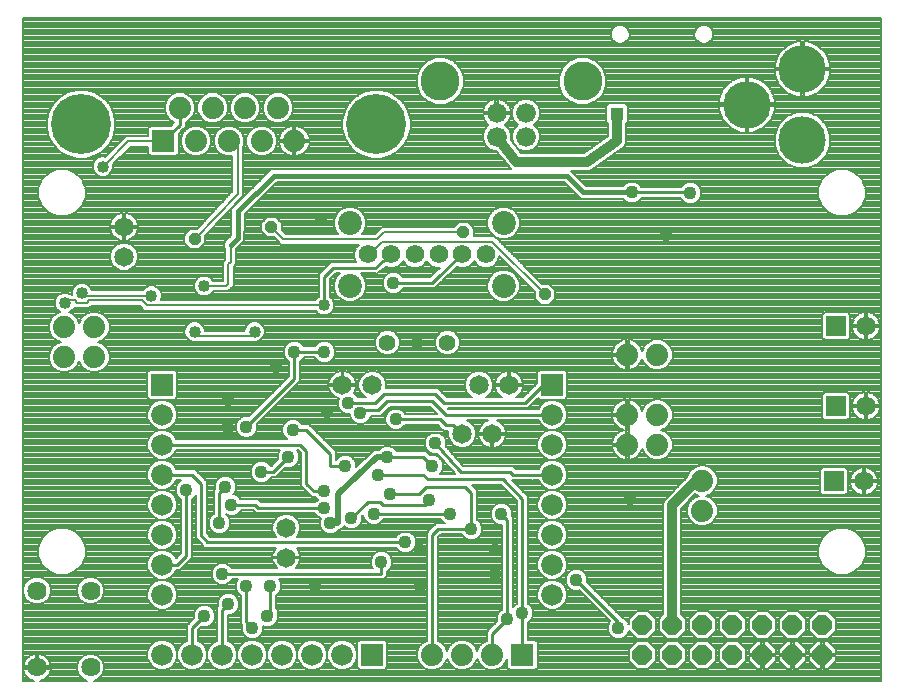
<source format=gbl>
G75*
G70*
%OFA0B0*%
%FSLAX24Y24*%
%IPPOS*%
%LPD*%
%AMOC8*
5,1,8,0,0,1.08239X$1,22.5*
%
%ADD10C,0.0660*%
%ADD11C,0.1300*%
%ADD12R,0.0740X0.0740*%
%ADD13C,0.0740*%
%ADD14C,0.2000*%
%ADD15C,0.0650*%
%ADD16C,0.1580*%
%ADD17C,0.0797*%
%ADD18C,0.0614*%
%ADD19OC8,0.0640*%
%ADD20C,0.0640*%
%ADD21R,0.0720X0.0720*%
%ADD22C,0.0720*%
%ADD23C,0.0560*%
%ADD24R,0.0650X0.0650*%
%ADD25C,0.0080*%
%ADD26C,0.0436*%
%ADD27OC8,0.0400*%
%ADD28C,0.0100*%
%ADD29C,0.0200*%
%ADD30C,0.0320*%
%ADD31C,0.0400*%
%ADD32R,0.0436X0.0436*%
%ADD33C,0.0160*%
D10*
X016141Y018493D03*
X016141Y019273D03*
X017125Y019273D03*
X017125Y018493D03*
D11*
X019003Y020343D03*
X014263Y020343D03*
D12*
X005032Y018344D03*
X017000Y001221D03*
D13*
X016000Y001221D03*
X015000Y001221D03*
X014000Y001221D03*
X020500Y008222D03*
X020500Y009222D03*
X021500Y009222D03*
X021500Y008222D03*
X023000Y007022D03*
X023000Y006022D03*
X021500Y011222D03*
X020500Y011222D03*
X009394Y018344D03*
X008304Y018344D03*
X007213Y018344D03*
X006123Y018344D03*
X005579Y019462D03*
X006670Y019462D03*
X007757Y019462D03*
X008847Y019462D03*
X002733Y012153D03*
X001733Y012153D03*
X001733Y011153D03*
X002733Y011153D03*
D14*
X002292Y018903D03*
X012134Y018903D03*
D15*
X003718Y015493D03*
X003718Y014493D03*
X011000Y010222D03*
X012000Y010222D03*
X014997Y008590D03*
X015997Y008590D03*
X015550Y010222D03*
X016550Y010222D03*
X009131Y005464D03*
X009131Y004464D03*
X028383Y007003D03*
X028443Y009513D03*
X028453Y012173D03*
D16*
X026333Y018379D03*
X024483Y019560D03*
X026333Y020742D03*
D17*
X016373Y015610D03*
X016373Y013523D03*
X011255Y013523D03*
X011255Y015610D03*
D18*
X011846Y014566D03*
X012633Y014566D03*
X013421Y014566D03*
X014208Y014566D03*
X014995Y014566D03*
X015783Y014566D03*
D19*
X021000Y002222D03*
X022000Y002222D03*
X023000Y002222D03*
X024000Y002222D03*
X025000Y002222D03*
X026000Y002222D03*
X027000Y002222D03*
X027000Y001222D03*
X026000Y001222D03*
X025000Y001222D03*
X024000Y001222D03*
X023000Y001222D03*
X022000Y001222D03*
X021000Y001222D03*
D20*
X002603Y000798D03*
X000823Y000798D03*
X000823Y003358D03*
X002603Y003358D03*
D21*
X005000Y010222D03*
X012000Y001221D03*
X018000Y010222D03*
D22*
X018000Y009222D03*
X018000Y008222D03*
X018000Y007222D03*
X018000Y006222D03*
X018000Y005222D03*
X018000Y004222D03*
X018000Y003222D03*
X011000Y001221D03*
X010000Y001221D03*
X009000Y001221D03*
X008000Y001221D03*
X007000Y001221D03*
X006000Y001221D03*
X005000Y001221D03*
X005000Y003222D03*
X005000Y004222D03*
X005000Y005222D03*
X005000Y006222D03*
X005000Y007222D03*
X005000Y008222D03*
X005000Y009222D03*
D23*
X012500Y011622D03*
X014500Y011622D03*
D24*
X027453Y012173D03*
X027443Y009513D03*
X027383Y007003D03*
D25*
X000343Y000343D02*
X000343Y022463D01*
X028963Y022463D01*
X028963Y000343D01*
X002706Y000343D01*
X002864Y000408D01*
X002993Y000537D01*
X003063Y000707D01*
X003063Y000890D01*
X002993Y001059D01*
X002864Y001188D01*
X002695Y001258D01*
X002512Y001258D01*
X002343Y001188D01*
X002213Y001059D01*
X002143Y000890D01*
X002143Y000707D01*
X002213Y000537D01*
X002343Y000408D01*
X002500Y000343D01*
X000926Y000343D01*
X001084Y000408D01*
X001213Y000537D01*
X001283Y000707D01*
X001283Y000758D01*
X000863Y000758D01*
X000863Y000838D01*
X000783Y000838D01*
X000783Y000758D01*
X000363Y000758D01*
X000363Y000707D01*
X000433Y000537D01*
X000563Y000408D01*
X000720Y000343D01*
X000343Y000343D01*
X000343Y000379D02*
X000633Y000379D01*
X000513Y000457D02*
X000343Y000457D01*
X000343Y000536D02*
X000435Y000536D01*
X000401Y000614D02*
X000343Y000614D01*
X000343Y000693D02*
X000369Y000693D01*
X000343Y000772D02*
X000783Y000772D01*
X000783Y000838D02*
X000363Y000838D01*
X000363Y000890D01*
X000433Y001059D01*
X000563Y001188D01*
X000732Y001258D01*
X000783Y001258D01*
X000783Y000838D01*
X000783Y000850D02*
X000863Y000850D01*
X000863Y000838D02*
X000863Y001258D01*
X000915Y001258D01*
X001084Y001188D01*
X001213Y001059D01*
X001283Y000890D01*
X001283Y000838D01*
X000863Y000838D01*
X000863Y000772D02*
X002143Y000772D01*
X002143Y000850D02*
X001283Y000850D01*
X001267Y000929D02*
X002159Y000929D01*
X002192Y001007D02*
X001235Y001007D01*
X001186Y001086D02*
X002240Y001086D01*
X002319Y001164D02*
X001108Y001164D01*
X000952Y001243D02*
X002475Y001243D01*
X002732Y001243D02*
X004500Y001243D01*
X004500Y001321D02*
X004500Y001122D01*
X004576Y000938D01*
X004717Y000797D01*
X004900Y000721D01*
X005099Y000721D01*
X005283Y000797D01*
X005424Y000938D01*
X005500Y001122D01*
X005500Y001321D01*
X005424Y001504D01*
X005283Y001645D01*
X005099Y001721D01*
X004900Y001721D01*
X004717Y001645D01*
X004576Y001504D01*
X004500Y001321D01*
X000343Y001321D01*
X000343Y001243D02*
X000695Y001243D01*
X000783Y001243D02*
X000863Y001243D01*
X000863Y001164D02*
X000783Y001164D01*
X000783Y001086D02*
X000863Y001086D01*
X000863Y001007D02*
X000783Y001007D01*
X000783Y000929D02*
X000863Y000929D01*
X000539Y001164D02*
X000343Y001164D01*
X000343Y001086D02*
X000460Y001086D01*
X000412Y001007D02*
X000343Y001007D01*
X000343Y000929D02*
X000379Y000929D01*
X000363Y000850D02*
X000343Y000850D01*
X000343Y001400D02*
X004533Y001400D01*
X004565Y001478D02*
X000343Y001478D01*
X000343Y001557D02*
X004629Y001557D01*
X004707Y001636D02*
X000343Y001636D01*
X000343Y001714D02*
X004883Y001714D01*
X005116Y001714D02*
X005810Y001714D01*
X005810Y001684D02*
X005717Y001645D01*
X005576Y001504D01*
X005500Y001321D01*
X005500Y001122D01*
X005576Y000938D01*
X005717Y000797D01*
X005900Y000721D01*
X006099Y000721D01*
X006283Y000797D01*
X006424Y000938D01*
X006500Y001122D01*
X006576Y000938D01*
X006717Y000797D01*
X006900Y000721D01*
X007099Y000721D01*
X007283Y000797D01*
X007424Y000938D01*
X007500Y001122D01*
X007500Y001321D01*
X007424Y001504D01*
X007283Y001645D01*
X007190Y001684D01*
X007190Y002564D01*
X007271Y002564D01*
X007403Y002618D01*
X007504Y002719D01*
X007558Y002850D01*
X007558Y002993D01*
X007504Y003125D01*
X007403Y003225D01*
X007271Y003280D01*
X007129Y003280D01*
X006997Y003225D01*
X006896Y003125D01*
X006842Y002993D01*
X006842Y002850D01*
X006847Y002838D01*
X006810Y002800D01*
X006810Y001684D01*
X006717Y001645D01*
X006576Y001504D01*
X006500Y001321D01*
X006500Y001122D01*
X006500Y001321D01*
X006424Y001504D01*
X006283Y001645D01*
X006190Y001684D01*
X006190Y002043D01*
X006316Y002169D01*
X006329Y002164D01*
X006471Y002164D01*
X006603Y002218D01*
X006704Y002319D01*
X006758Y002450D01*
X006758Y002593D01*
X006704Y002725D01*
X006603Y002825D01*
X006471Y002880D01*
X006329Y002880D01*
X006197Y002825D01*
X006096Y002725D01*
X006042Y002593D01*
X006042Y002450D01*
X006047Y002438D01*
X005921Y002312D01*
X005810Y002200D01*
X005810Y001684D01*
X005810Y001793D02*
X000343Y001793D01*
X000343Y001871D02*
X005810Y001871D01*
X005810Y001950D02*
X000343Y001950D01*
X000343Y002028D02*
X005810Y002028D01*
X005810Y002107D02*
X000343Y002107D01*
X000343Y002185D02*
X005810Y002185D01*
X005873Y002264D02*
X000343Y002264D01*
X000343Y002342D02*
X005952Y002342D01*
X006031Y002421D02*
X000343Y002421D01*
X000343Y002499D02*
X006042Y002499D01*
X006042Y002578D02*
X000343Y002578D01*
X000343Y002657D02*
X006068Y002657D01*
X006107Y002735D02*
X005131Y002735D01*
X005100Y002722D02*
X005283Y002798D01*
X005424Y002939D01*
X005500Y003123D01*
X005500Y003322D01*
X005424Y003505D01*
X005283Y003646D01*
X005100Y003722D01*
X004901Y003722D01*
X004717Y003646D01*
X004576Y003505D01*
X004500Y003322D01*
X004500Y003123D01*
X004576Y002939D01*
X004717Y002798D01*
X004901Y002722D01*
X005100Y002722D01*
X005299Y002814D02*
X006186Y002814D01*
X006614Y002814D02*
X006823Y002814D01*
X006810Y002735D02*
X006693Y002735D01*
X006732Y002657D02*
X006810Y002657D01*
X006810Y002578D02*
X006758Y002578D01*
X006758Y002499D02*
X006810Y002499D01*
X006810Y002421D02*
X006746Y002421D01*
X006713Y002342D02*
X006810Y002342D01*
X006810Y002264D02*
X006649Y002264D01*
X006524Y002185D02*
X006810Y002185D01*
X006810Y002107D02*
X006254Y002107D01*
X006190Y002028D02*
X006810Y002028D01*
X006810Y001950D02*
X006190Y001950D01*
X006190Y001871D02*
X006810Y001871D01*
X006810Y001793D02*
X006190Y001793D01*
X006190Y001714D02*
X006810Y001714D01*
X006707Y001636D02*
X006293Y001636D01*
X006371Y001557D02*
X006629Y001557D01*
X006565Y001478D02*
X006435Y001478D01*
X006467Y001400D02*
X006533Y001400D01*
X006500Y001321D02*
X006500Y001321D01*
X006500Y001243D02*
X006500Y001243D01*
X006500Y001164D02*
X006500Y001164D01*
X006485Y001086D02*
X006515Y001086D01*
X006547Y001007D02*
X006452Y001007D01*
X006414Y000929D02*
X006585Y000929D01*
X006664Y000850D02*
X006336Y000850D01*
X006221Y000772D02*
X006779Y000772D01*
X007221Y000772D02*
X007779Y000772D01*
X007717Y000797D02*
X007900Y000721D01*
X008099Y000721D01*
X008283Y000797D01*
X008424Y000938D01*
X008500Y001122D01*
X008576Y000938D01*
X008717Y000797D01*
X008900Y000721D01*
X009099Y000721D01*
X009283Y000797D01*
X009424Y000938D01*
X009500Y001122D01*
X009576Y000938D01*
X009717Y000797D01*
X009900Y000721D01*
X010099Y000721D01*
X010283Y000797D01*
X010424Y000938D01*
X010500Y001122D01*
X010576Y000938D01*
X010717Y000797D01*
X010900Y000721D01*
X011099Y000721D01*
X011283Y000797D01*
X011424Y000938D01*
X011500Y001122D01*
X011500Y001321D01*
X011500Y001321D01*
X011424Y001504D01*
X011283Y001645D01*
X011099Y001721D01*
X010900Y001721D01*
X010717Y001645D01*
X010576Y001504D01*
X010500Y001321D01*
X010500Y001122D01*
X010500Y001321D01*
X010424Y001504D01*
X010283Y001645D01*
X010099Y001721D01*
X009900Y001721D01*
X009717Y001645D01*
X009576Y001504D01*
X009500Y001321D01*
X009500Y001122D01*
X009500Y001321D01*
X009424Y001504D01*
X009283Y001645D01*
X009099Y001721D01*
X008900Y001721D01*
X008717Y001645D01*
X008576Y001504D01*
X008500Y001321D01*
X008500Y001122D01*
X008500Y001321D01*
X008424Y001504D01*
X008283Y001645D01*
X008099Y001721D01*
X007900Y001721D01*
X007717Y001645D01*
X007576Y001504D01*
X007500Y001321D01*
X007500Y001122D01*
X007576Y000938D01*
X007717Y000797D01*
X007664Y000850D02*
X007336Y000850D01*
X007414Y000929D02*
X007585Y000929D01*
X007547Y001007D02*
X007452Y001007D01*
X007485Y001086D02*
X007515Y001086D01*
X007500Y001164D02*
X007500Y001164D01*
X007500Y001243D02*
X007500Y001243D01*
X007500Y001321D02*
X007500Y001321D01*
X007467Y001400D02*
X007533Y001400D01*
X007565Y001478D02*
X007435Y001478D01*
X007371Y001557D02*
X007629Y001557D01*
X007707Y001636D02*
X007293Y001636D01*
X007190Y001714D02*
X007883Y001714D01*
X007929Y001764D02*
X007797Y001818D01*
X007696Y001919D01*
X007642Y002050D01*
X007642Y002193D01*
X007647Y002206D01*
X007610Y002243D01*
X007610Y003213D01*
X007597Y003218D01*
X007496Y003319D01*
X007442Y003450D01*
X007442Y003593D01*
X007496Y003725D01*
X007504Y003732D01*
X007309Y003732D01*
X007304Y003719D01*
X007203Y003618D01*
X007071Y003564D01*
X006929Y003564D01*
X006797Y003618D01*
X006696Y003719D01*
X006642Y003850D01*
X006642Y003993D01*
X006696Y004125D01*
X006797Y004225D01*
X006929Y004280D01*
X007071Y004280D01*
X007203Y004225D01*
X007304Y004125D01*
X007309Y004112D01*
X008826Y004112D01*
X008737Y004201D01*
X008666Y004372D01*
X008666Y004435D01*
X009102Y004435D01*
X009102Y004493D01*
X008666Y004493D01*
X008666Y004557D01*
X008737Y004728D01*
X008791Y004782D01*
X006567Y004782D01*
X006557Y004774D01*
X006489Y004782D01*
X006421Y004782D01*
X006413Y004790D01*
X006401Y004792D01*
X006358Y004845D01*
X006310Y004893D01*
X006310Y004905D01*
X006158Y005095D01*
X006110Y005143D01*
X006110Y005155D01*
X006102Y005164D01*
X006110Y005232D01*
X006110Y006534D01*
X006104Y006519D01*
X006003Y006418D01*
X005990Y006413D01*
X005990Y004443D01*
X005879Y004332D01*
X005579Y004032D01*
X005462Y004032D01*
X005424Y003939D01*
X005283Y003798D01*
X005100Y003722D01*
X004901Y003722D01*
X004717Y003798D01*
X004576Y003939D01*
X004500Y004123D01*
X004500Y004322D01*
X004576Y004505D01*
X004717Y004646D01*
X004901Y004722D01*
X005100Y004722D01*
X005283Y004798D01*
X005424Y004939D01*
X005500Y005123D01*
X005500Y005322D01*
X005424Y005505D01*
X005283Y005646D01*
X005100Y005722D01*
X005283Y005798D01*
X005610Y005798D01*
X005610Y005720D02*
X005106Y005720D01*
X005100Y005722D02*
X004901Y005722D01*
X004717Y005646D01*
X004576Y005505D01*
X004500Y005322D01*
X004500Y005123D01*
X004576Y004939D01*
X004717Y004798D01*
X004901Y004722D01*
X005100Y004722D01*
X005283Y004646D01*
X005424Y004505D01*
X005451Y004441D01*
X005610Y004600D01*
X005610Y006413D01*
X005597Y006418D01*
X005496Y006519D01*
X005442Y006650D01*
X005442Y006793D01*
X005496Y006925D01*
X005597Y007025D01*
X005614Y007032D01*
X005463Y007032D01*
X005424Y006939D01*
X005283Y006798D01*
X005100Y006722D01*
X004901Y006722D01*
X004717Y006646D01*
X004576Y006505D01*
X000343Y006505D01*
X000343Y006427D02*
X004544Y006427D01*
X004576Y006505D02*
X004500Y006322D01*
X004500Y006123D01*
X004576Y005939D01*
X004717Y005798D01*
X000343Y005798D01*
X000343Y005720D02*
X004895Y005720D01*
X004901Y005722D02*
X004717Y005798D01*
X004638Y005877D02*
X000343Y005877D01*
X000343Y005955D02*
X004569Y005955D01*
X004537Y006034D02*
X000343Y006034D01*
X000343Y006112D02*
X004504Y006112D01*
X004500Y006191D02*
X000343Y006191D01*
X000343Y006270D02*
X004500Y006270D01*
X004511Y006348D02*
X000343Y006348D01*
X000343Y006584D02*
X004654Y006584D01*
X004756Y006662D02*
X000343Y006662D01*
X000343Y006741D02*
X004856Y006741D01*
X004901Y006722D02*
X005100Y006722D01*
X005283Y006646D01*
X005424Y006505D01*
X005510Y006505D01*
X005424Y006505D02*
X005500Y006322D01*
X005500Y006123D01*
X005424Y005939D01*
X005283Y005798D01*
X005362Y005877D02*
X005610Y005877D01*
X005610Y005955D02*
X005431Y005955D01*
X005463Y006034D02*
X005610Y006034D01*
X005610Y006112D02*
X005496Y006112D01*
X005500Y006191D02*
X005610Y006191D01*
X005610Y006270D02*
X005500Y006270D01*
X005489Y006348D02*
X005610Y006348D01*
X005589Y006427D02*
X005457Y006427D01*
X005470Y006584D02*
X005346Y006584D01*
X005442Y006662D02*
X005244Y006662D01*
X005144Y006741D02*
X005442Y006741D01*
X005453Y006819D02*
X005304Y006819D01*
X005383Y006898D02*
X005485Y006898D01*
X005439Y006976D02*
X005548Y006976D01*
X005463Y007412D02*
X005424Y007505D01*
X005283Y007646D01*
X005100Y007722D01*
X005283Y007798D01*
X005424Y007939D01*
X005462Y008032D01*
X008904Y008032D01*
X008896Y008025D01*
X008842Y007893D01*
X008842Y007750D01*
X008847Y007738D01*
X008621Y007512D01*
X008609Y007512D01*
X008604Y007525D01*
X008503Y007625D01*
X008371Y007680D01*
X008229Y007680D01*
X008097Y007625D01*
X007996Y007525D01*
X007942Y007393D01*
X007942Y007250D01*
X007996Y007119D01*
X008097Y007018D01*
X008229Y006964D01*
X008371Y006964D01*
X008503Y007018D01*
X008604Y007119D01*
X008609Y007132D01*
X008621Y007132D01*
X008779Y007132D01*
X009116Y007469D01*
X009129Y007464D01*
X009271Y007464D01*
X009403Y007518D01*
X009504Y007619D01*
X009558Y007750D01*
X009558Y007893D01*
X009504Y008025D01*
X009496Y008032D01*
X009521Y008032D01*
X009610Y007943D01*
X009610Y006843D01*
X009721Y006732D01*
X009971Y006482D01*
X010091Y006482D01*
X010096Y006469D01*
X010169Y006397D01*
X010096Y006325D01*
X010091Y006312D01*
X008279Y006312D01*
X008179Y006412D01*
X007609Y006412D01*
X007604Y006425D01*
X007503Y006525D01*
X007371Y006580D01*
X007364Y006580D01*
X007404Y006619D01*
X007458Y006750D01*
X007458Y006893D01*
X007404Y007025D01*
X007303Y007125D01*
X007171Y007180D01*
X007029Y007180D01*
X006897Y007125D01*
X006796Y007025D01*
X006742Y006893D01*
X006742Y006750D01*
X006747Y006738D01*
X006710Y006700D01*
X006710Y005931D01*
X006697Y005925D01*
X006596Y005825D01*
X006542Y005693D01*
X006542Y005550D01*
X006596Y005419D01*
X006697Y005318D01*
X006829Y005264D01*
X006971Y005264D01*
X007103Y005318D01*
X007204Y005419D01*
X007258Y005550D01*
X007258Y005693D01*
X007204Y005825D01*
X007119Y005909D01*
X007229Y005864D01*
X007371Y005864D01*
X007503Y005918D01*
X007604Y006019D01*
X007609Y006032D01*
X008021Y006032D01*
X008121Y005932D01*
X008279Y005932D01*
X010091Y005932D01*
X010096Y005919D01*
X010197Y005818D01*
X010280Y005784D01*
X010242Y005693D01*
X010242Y005550D01*
X010296Y005419D01*
X010397Y005318D01*
X010529Y005264D01*
X010671Y005264D01*
X010803Y005318D01*
X010866Y005382D01*
X010898Y005382D01*
X010986Y005418D01*
X011053Y005486D01*
X011061Y005504D01*
X011097Y005468D01*
X011229Y005414D01*
X011371Y005414D01*
X011503Y005468D01*
X011604Y005569D01*
X011658Y005700D01*
X011658Y005843D01*
X011653Y005856D01*
X011692Y005895D01*
X011692Y005850D01*
X011746Y005719D01*
X011847Y005618D01*
X011979Y005564D01*
X012121Y005564D01*
X012253Y005618D01*
X012354Y005719D01*
X012359Y005732D01*
X014291Y005732D01*
X014296Y005719D01*
X014397Y005618D01*
X014413Y005612D01*
X014279Y005612D01*
X014121Y005612D01*
X013810Y005300D01*
X013810Y005143D01*
X013810Y001694D01*
X013711Y001654D01*
X013568Y001510D01*
X013490Y001323D01*
X013490Y001120D01*
X013568Y000932D01*
X013711Y000789D01*
X013898Y000711D01*
X014101Y000711D01*
X014289Y000789D01*
X014432Y000932D01*
X014500Y001096D01*
X014568Y000932D01*
X014711Y000789D01*
X014898Y000711D01*
X015101Y000711D01*
X015289Y000789D01*
X015432Y000932D01*
X015500Y001096D01*
X015568Y000932D01*
X015711Y000789D01*
X015898Y000711D01*
X016101Y000711D01*
X016289Y000789D01*
X016432Y000932D01*
X016490Y001072D01*
X016490Y000793D01*
X016572Y000711D01*
X017428Y000711D01*
X017510Y000793D01*
X017510Y001649D01*
X017428Y001731D01*
X017190Y001731D01*
X017190Y002313D01*
X017203Y002318D01*
X017303Y002419D01*
X017358Y002550D01*
X017358Y002693D01*
X017303Y002825D01*
X017203Y002925D01*
X017190Y002931D01*
X017190Y006343D01*
X017190Y006501D01*
X016659Y007032D01*
X017324Y007032D01*
X017326Y007030D01*
X017403Y007032D01*
X017479Y007032D01*
X017481Y007034D01*
X017500Y007034D01*
X017537Y007034D01*
X017576Y006939D01*
X017717Y006798D01*
X017901Y006722D01*
X017717Y006646D01*
X017576Y006505D01*
X017185Y006505D01*
X017190Y006427D02*
X017544Y006427D01*
X017576Y006505D02*
X017500Y006322D01*
X017500Y006123D01*
X017576Y005939D01*
X017717Y005798D01*
X017190Y005798D01*
X017190Y005720D02*
X017895Y005720D01*
X017901Y005722D02*
X018100Y005722D01*
X018283Y005798D01*
X021700Y005798D01*
X021700Y005720D02*
X018106Y005720D01*
X018100Y005722D02*
X017901Y005722D01*
X017717Y005646D01*
X017576Y005505D01*
X017500Y005322D01*
X017500Y005123D01*
X017576Y004939D01*
X017717Y004798D01*
X017901Y004722D01*
X017717Y004646D01*
X017576Y004505D01*
X017500Y004322D01*
X017500Y004123D01*
X017576Y003939D01*
X017717Y003798D01*
X017901Y003722D01*
X017717Y003646D01*
X017576Y003505D01*
X017500Y003322D01*
X017500Y003123D01*
X017576Y002939D01*
X017717Y002798D01*
X017901Y002722D01*
X018100Y002722D01*
X018283Y002798D01*
X018424Y002939D01*
X018500Y003123D01*
X018500Y003322D01*
X018424Y003505D01*
X018283Y003646D01*
X018100Y003722D01*
X018283Y003798D01*
X018424Y003939D01*
X018500Y004123D01*
X018500Y004322D01*
X018424Y004505D01*
X018283Y004646D01*
X018100Y004722D01*
X018283Y004798D01*
X018424Y004939D01*
X018500Y005123D01*
X018500Y005322D01*
X018424Y005505D01*
X018283Y005646D01*
X018100Y005722D01*
X018283Y005798D02*
X018424Y005939D01*
X018500Y006123D01*
X018500Y006322D01*
X018424Y006505D01*
X021859Y006505D01*
X021781Y006427D02*
X018457Y006427D01*
X018424Y006505D02*
X018283Y006646D01*
X018100Y006722D01*
X018283Y006798D01*
X018424Y006939D01*
X018500Y007123D01*
X018500Y007322D01*
X018424Y007505D01*
X018283Y007646D01*
X018100Y007722D01*
X018283Y007798D01*
X018424Y007939D01*
X018500Y008123D01*
X018500Y008322D01*
X018424Y008505D01*
X018283Y008646D01*
X018100Y008722D01*
X018283Y008798D01*
X018424Y008939D01*
X018500Y009123D01*
X018500Y009322D01*
X018424Y009505D01*
X018283Y009646D01*
X018100Y009722D01*
X017901Y009722D01*
X017717Y009646D01*
X017576Y009505D01*
X017537Y009412D01*
X014529Y009412D01*
X014509Y009432D01*
X017021Y009432D01*
X017179Y009432D01*
X017526Y009779D01*
X017582Y009722D01*
X018418Y009722D01*
X018500Y009804D01*
X026978Y009804D01*
X026978Y009725D02*
X021616Y009725D01*
X021601Y009732D02*
X021399Y009732D01*
X021211Y009654D01*
X021068Y009511D01*
X021000Y009347D01*
X020932Y009511D01*
X020789Y009654D01*
X020601Y009732D01*
X020540Y009732D01*
X020540Y009262D01*
X020460Y009262D01*
X020460Y009732D01*
X020399Y009732D01*
X020211Y009654D01*
X020068Y009511D01*
X019990Y009323D01*
X019990Y009262D01*
X020460Y009262D01*
X020460Y009182D01*
X019990Y009182D01*
X019990Y009120D01*
X020068Y008933D01*
X020211Y008789D01*
X020374Y008722D01*
X020211Y008654D01*
X020068Y008511D01*
X019990Y008323D01*
X019990Y008262D01*
X020460Y008262D01*
X020460Y008732D01*
X020460Y009182D01*
X020540Y009182D01*
X020540Y008732D01*
X020540Y008262D01*
X020460Y008262D01*
X020460Y008182D01*
X019990Y008182D01*
X019990Y008120D01*
X020068Y007933D01*
X020211Y007789D01*
X020399Y007712D01*
X020460Y007712D01*
X020460Y008182D01*
X020540Y008182D01*
X020540Y007712D01*
X020601Y007712D01*
X020789Y007789D01*
X020932Y007933D01*
X021000Y008096D01*
X021068Y007933D01*
X021211Y007789D01*
X021399Y007712D01*
X021601Y007712D01*
X021789Y007789D01*
X021932Y007933D01*
X022010Y008120D01*
X022010Y008323D01*
X021932Y008511D01*
X021789Y008654D01*
X021626Y008722D01*
X021789Y008789D01*
X021932Y008933D01*
X022010Y009120D01*
X022010Y009323D01*
X021932Y009511D01*
X021789Y009654D01*
X021601Y009732D01*
X021796Y009647D02*
X026978Y009647D01*
X026978Y009568D02*
X021875Y009568D01*
X021941Y009490D02*
X026978Y009490D01*
X026978Y009411D02*
X021973Y009411D01*
X022006Y009333D02*
X026978Y009333D01*
X026978Y009254D02*
X022010Y009254D01*
X022010Y009176D02*
X026978Y009176D01*
X026978Y009130D02*
X027060Y009048D01*
X027826Y009048D01*
X027908Y009130D01*
X027908Y009896D01*
X027826Y009978D01*
X027060Y009978D01*
X026978Y009896D01*
X026978Y009130D01*
X027011Y009097D02*
X022000Y009097D01*
X021968Y009019D02*
X028963Y009019D01*
X028963Y009097D02*
X028654Y009097D01*
X028707Y009119D02*
X028536Y009048D01*
X028472Y009048D01*
X028472Y009484D01*
X028414Y009484D01*
X027978Y009484D01*
X027978Y009421D01*
X028049Y009250D01*
X028180Y009119D01*
X028351Y009048D01*
X028414Y009048D01*
X028414Y009484D01*
X028414Y009542D01*
X027978Y009542D01*
X027978Y009606D01*
X028049Y009776D01*
X028180Y009907D01*
X028351Y009978D01*
X028414Y009978D01*
X028414Y009542D01*
X028472Y009542D01*
X028472Y009978D01*
X028536Y009978D01*
X028707Y009907D01*
X028837Y009776D01*
X028908Y009606D01*
X028908Y009542D01*
X028472Y009542D01*
X028472Y009484D01*
X028908Y009484D01*
X028908Y009421D01*
X028837Y009250D01*
X028707Y009119D01*
X028763Y009176D02*
X028963Y009176D01*
X028963Y009254D02*
X028839Y009254D01*
X028872Y009333D02*
X028963Y009333D01*
X028963Y009411D02*
X028904Y009411D01*
X028963Y009490D02*
X028472Y009490D01*
X028414Y009490D02*
X027908Y009490D01*
X027908Y009568D02*
X027978Y009568D01*
X027995Y009647D02*
X027908Y009647D01*
X027908Y009725D02*
X028028Y009725D01*
X028077Y009804D02*
X027908Y009804D01*
X027908Y009883D02*
X028155Y009883D01*
X028310Y009961D02*
X027843Y009961D01*
X028414Y009961D02*
X028472Y009961D01*
X028472Y009883D02*
X028414Y009883D01*
X028414Y009804D02*
X028472Y009804D01*
X028472Y009725D02*
X028414Y009725D01*
X028414Y009647D02*
X028472Y009647D01*
X028472Y009568D02*
X028414Y009568D01*
X028414Y009411D02*
X028472Y009411D01*
X028472Y009333D02*
X028414Y009333D01*
X028414Y009254D02*
X028472Y009254D01*
X028472Y009176D02*
X028414Y009176D01*
X028414Y009097D02*
X028472Y009097D01*
X028232Y009097D02*
X027875Y009097D01*
X027908Y009176D02*
X028123Y009176D01*
X028047Y009254D02*
X027908Y009254D01*
X027908Y009333D02*
X028015Y009333D01*
X027982Y009411D02*
X027908Y009411D01*
X028577Y009961D02*
X028963Y009961D01*
X028963Y009883D02*
X028731Y009883D01*
X028810Y009804D02*
X028963Y009804D01*
X028963Y009725D02*
X028859Y009725D01*
X028891Y009647D02*
X028963Y009647D01*
X028963Y009568D02*
X028908Y009568D01*
X028963Y010040D02*
X018500Y010040D01*
X018500Y010118D02*
X028963Y010118D01*
X028963Y010197D02*
X018500Y010197D01*
X018500Y010275D02*
X028963Y010275D01*
X028963Y010354D02*
X018500Y010354D01*
X018500Y010432D02*
X028963Y010432D01*
X028963Y010511D02*
X018500Y010511D01*
X018500Y010589D02*
X028963Y010589D01*
X028963Y010668D02*
X018472Y010668D01*
X018500Y010640D02*
X018418Y010722D01*
X017582Y010722D01*
X017500Y010640D01*
X017500Y010291D01*
X017021Y009812D01*
X016775Y009812D01*
X016813Y009828D01*
X016944Y009958D01*
X017015Y010129D01*
X017015Y010193D01*
X016579Y010193D01*
X016579Y010251D01*
X016521Y010251D01*
X016521Y010687D01*
X016457Y010687D01*
X016287Y010616D01*
X016156Y010485D01*
X016085Y010314D01*
X016085Y010251D01*
X016521Y010251D01*
X016521Y010193D01*
X016085Y010193D01*
X016085Y010129D01*
X016156Y009958D01*
X016287Y009828D01*
X016325Y009812D01*
X015775Y009812D01*
X015813Y009828D01*
X015944Y009958D01*
X016015Y010129D01*
X016015Y010314D01*
X015944Y010485D01*
X015813Y010616D01*
X015642Y010687D01*
X015457Y010687D01*
X015287Y010616D01*
X015156Y010485D01*
X015085Y010314D01*
X015085Y010129D01*
X015156Y009958D01*
X015287Y009828D01*
X015325Y009812D01*
X014479Y009812D01*
X014179Y010112D01*
X014021Y010112D01*
X012458Y010112D01*
X012465Y010129D01*
X012465Y010314D01*
X012394Y010485D01*
X012263Y010616D01*
X012092Y010687D01*
X011907Y010687D01*
X011737Y010616D01*
X011606Y010485D01*
X011535Y010314D01*
X011535Y010129D01*
X011606Y009958D01*
X011737Y009828D01*
X011775Y009812D01*
X011509Y009812D01*
X011504Y009825D01*
X011403Y009925D01*
X011373Y009937D01*
X011394Y009958D01*
X011465Y010129D01*
X011465Y010193D01*
X011029Y010193D01*
X011029Y010251D01*
X010971Y010251D01*
X010971Y010687D01*
X010907Y010687D01*
X010737Y010616D01*
X010606Y010485D01*
X010535Y010314D01*
X010535Y010251D01*
X010971Y010251D01*
X010971Y010193D01*
X010535Y010193D01*
X010535Y010129D01*
X010606Y009958D01*
X010737Y009828D01*
X010874Y009771D01*
X010842Y009693D01*
X010842Y009550D01*
X010896Y009419D01*
X010997Y009318D01*
X011129Y009264D01*
X011242Y009264D01*
X011242Y009200D01*
X011296Y009069D01*
X011397Y008968D01*
X011529Y008914D01*
X011671Y008914D01*
X011803Y008968D01*
X011904Y009069D01*
X011950Y009182D01*
X012121Y009182D01*
X012279Y009182D01*
X012579Y009482D01*
X013921Y009482D01*
X014143Y009260D01*
X013096Y009260D01*
X013091Y009273D01*
X012990Y009374D01*
X012859Y009428D01*
X012716Y009428D01*
X012585Y009374D01*
X012484Y009273D01*
X012429Y009141D01*
X012429Y008999D01*
X012484Y008867D01*
X012585Y008767D01*
X012716Y008712D01*
X012859Y008712D01*
X012990Y008767D01*
X013091Y008867D01*
X013096Y008880D01*
X014173Y008880D01*
X014260Y008793D01*
X014371Y008682D01*
X014532Y008682D01*
X014532Y008498D01*
X014603Y008327D01*
X014733Y008196D01*
X014904Y008125D01*
X015089Y008125D01*
X015260Y008196D01*
X015391Y008327D01*
X015462Y008498D01*
X015462Y008683D01*
X015391Y008854D01*
X015260Y008985D01*
X015146Y009032D01*
X015847Y009032D01*
X015733Y008985D01*
X015603Y008854D01*
X015532Y008683D01*
X015532Y008619D01*
X015968Y008619D01*
X015968Y008561D01*
X016026Y008561D01*
X016026Y008125D01*
X016089Y008125D01*
X016260Y008196D01*
X016391Y008327D01*
X016462Y008498D01*
X016462Y008561D01*
X016026Y008561D01*
X016026Y008619D01*
X016462Y008619D01*
X016462Y008683D01*
X016391Y008854D01*
X016260Y008985D01*
X016146Y009032D01*
X017538Y009032D01*
X017576Y008939D01*
X017717Y008798D01*
X017901Y008722D01*
X017717Y008646D01*
X017576Y008505D01*
X017500Y008322D01*
X017500Y008123D01*
X017576Y007939D01*
X017717Y007798D01*
X017901Y007722D01*
X017717Y007646D01*
X017576Y007505D01*
X017539Y007415D01*
X017496Y007414D01*
X017420Y007414D01*
X017418Y007412D01*
X017397Y007412D01*
X016779Y007412D01*
X016679Y007512D01*
X016521Y007512D01*
X015030Y007512D01*
X014445Y008169D01*
X014458Y008200D01*
X014458Y008343D01*
X014404Y008475D01*
X014303Y008575D01*
X014171Y008630D01*
X014029Y008630D01*
X013897Y008575D01*
X013796Y008475D01*
X013742Y008343D01*
X013742Y008200D01*
X013796Y008069D01*
X013897Y007968D01*
X014029Y007914D01*
X014164Y007914D01*
X014710Y007300D01*
X014710Y007293D01*
X014741Y007262D01*
X014246Y007262D01*
X014304Y007319D01*
X014358Y007450D01*
X014358Y007593D01*
X014304Y007725D01*
X014203Y007825D01*
X014071Y007880D01*
X013929Y007880D01*
X013916Y007874D01*
X013779Y008012D01*
X013621Y008012D01*
X012809Y008012D01*
X012804Y008025D01*
X012703Y008125D01*
X012571Y008180D01*
X012429Y008180D01*
X012297Y008125D01*
X012234Y008062D01*
X012153Y008062D01*
X012107Y008063D01*
X012105Y008062D01*
X012102Y008062D01*
X012061Y008045D01*
X012018Y008028D01*
X012016Y008026D01*
X012014Y008025D01*
X011982Y007993D01*
X011458Y007489D01*
X011458Y007593D01*
X011404Y007725D01*
X011303Y007825D01*
X011171Y007880D01*
X011029Y007880D01*
X010897Y007825D01*
X010796Y007725D01*
X010791Y007712D01*
X010790Y007712D01*
X010790Y007843D01*
X010790Y008000D01*
X009879Y008912D01*
X009721Y008912D01*
X009659Y008912D01*
X009654Y008925D01*
X009553Y009025D01*
X009421Y009080D01*
X009279Y009080D01*
X009147Y009025D01*
X009046Y008925D01*
X008992Y008793D01*
X008992Y008650D01*
X009046Y008519D01*
X009147Y008418D01*
X009163Y008412D01*
X005463Y008412D01*
X005424Y008505D01*
X005283Y008646D01*
X005100Y008722D01*
X005283Y008798D01*
X005424Y008939D01*
X005500Y009123D01*
X005500Y009322D01*
X005424Y009505D01*
X005283Y009646D01*
X005100Y009722D01*
X004901Y009722D01*
X004717Y009646D01*
X004576Y009505D01*
X004500Y009322D01*
X004500Y009123D01*
X004576Y008939D01*
X004717Y008798D01*
X004901Y008722D01*
X004717Y008646D01*
X004576Y008505D01*
X004500Y008322D01*
X004500Y008123D01*
X004576Y007939D01*
X004717Y007798D01*
X004901Y007722D01*
X004717Y007646D01*
X004576Y007505D01*
X004500Y007322D01*
X004500Y007123D01*
X004576Y006939D01*
X004717Y006798D01*
X004901Y006722D01*
X004696Y006819D02*
X000343Y006819D01*
X000343Y006898D02*
X004617Y006898D01*
X004561Y006976D02*
X000343Y006976D01*
X000343Y007055D02*
X004528Y007055D01*
X004500Y007134D02*
X000343Y007134D01*
X000343Y007212D02*
X004500Y007212D01*
X004500Y007291D02*
X000343Y007291D01*
X000343Y007369D02*
X004520Y007369D01*
X004552Y007448D02*
X000343Y007448D01*
X000343Y007526D02*
X004597Y007526D01*
X004676Y007605D02*
X000343Y007605D01*
X000343Y007683D02*
X004807Y007683D01*
X004805Y007762D02*
X000343Y007762D01*
X000343Y007840D02*
X004675Y007840D01*
X004596Y007919D02*
X000343Y007919D01*
X000343Y007998D02*
X004552Y007998D01*
X004519Y008076D02*
X000343Y008076D01*
X000343Y008155D02*
X004500Y008155D01*
X004500Y008233D02*
X000343Y008233D01*
X000343Y008312D02*
X004500Y008312D01*
X004528Y008390D02*
X000343Y008390D01*
X000343Y008469D02*
X004561Y008469D01*
X004618Y008547D02*
X000343Y008547D01*
X000343Y008626D02*
X004697Y008626D01*
X004754Y008783D02*
X000343Y008783D01*
X000343Y008861D02*
X004654Y008861D01*
X004576Y008940D02*
X000343Y008940D01*
X000343Y009019D02*
X004543Y009019D01*
X004511Y009097D02*
X000343Y009097D01*
X000343Y009176D02*
X004500Y009176D01*
X004500Y009254D02*
X000343Y009254D01*
X000343Y009333D02*
X004505Y009333D01*
X004537Y009411D02*
X000343Y009411D01*
X000343Y009490D02*
X004570Y009490D01*
X004639Y009568D02*
X000343Y009568D01*
X000343Y009647D02*
X004719Y009647D01*
X004582Y009722D02*
X005418Y009722D01*
X005500Y009804D01*
X008514Y009804D01*
X008592Y009883D02*
X005500Y009883D01*
X005500Y009961D02*
X008671Y009961D01*
X008749Y010040D02*
X005500Y010040D01*
X005500Y010118D02*
X008828Y010118D01*
X008906Y010197D02*
X005500Y010197D01*
X005500Y010275D02*
X008985Y010275D01*
X009063Y010354D02*
X005500Y010354D01*
X005500Y010432D02*
X009142Y010432D01*
X009210Y010500D02*
X009210Y011013D01*
X009197Y011018D01*
X009096Y011119D01*
X009042Y011250D01*
X009042Y011393D01*
X009096Y011525D01*
X009197Y011625D01*
X009329Y011680D01*
X009471Y011680D01*
X009603Y011625D01*
X009704Y011525D01*
X009709Y011512D01*
X010091Y011512D01*
X010096Y011525D01*
X010197Y011625D01*
X010329Y011680D01*
X010471Y011680D01*
X010603Y011625D01*
X010704Y011525D01*
X010758Y011393D01*
X010758Y011250D01*
X010704Y011119D01*
X010603Y011018D01*
X010471Y010964D01*
X010329Y010964D01*
X010197Y011018D01*
X010096Y011119D01*
X010091Y011132D01*
X009709Y011132D01*
X009704Y011119D01*
X009603Y011018D01*
X009590Y011013D01*
X009590Y010500D01*
X009590Y010343D01*
X008153Y008906D01*
X008158Y008893D01*
X008158Y008750D01*
X008104Y008619D01*
X008003Y008518D01*
X007871Y008464D01*
X007729Y008464D01*
X007597Y008518D01*
X007496Y008619D01*
X007442Y008750D01*
X007442Y008893D01*
X007496Y009025D01*
X007597Y009125D01*
X007729Y009180D01*
X007871Y009180D01*
X007884Y009174D01*
X009210Y010500D01*
X009210Y010511D02*
X005500Y010511D01*
X005500Y010589D02*
X009210Y010589D01*
X009210Y010668D02*
X005472Y010668D01*
X005500Y010640D02*
X005418Y010722D01*
X004582Y010722D01*
X004500Y010640D01*
X004500Y009804D01*
X004582Y009722D01*
X004579Y009725D02*
X000343Y009725D01*
X000343Y009804D02*
X004500Y009804D01*
X004500Y009883D02*
X000343Y009883D01*
X000343Y009961D02*
X004500Y009961D01*
X004500Y010040D02*
X000343Y010040D01*
X000343Y010118D02*
X004500Y010118D01*
X004500Y010197D02*
X000343Y010197D01*
X000343Y010275D02*
X004500Y010275D01*
X004500Y010354D02*
X000343Y010354D01*
X000343Y010432D02*
X004500Y010432D01*
X004500Y010511D02*
X000343Y010511D01*
X000343Y010589D02*
X004500Y010589D01*
X004528Y010668D02*
X002895Y010668D01*
X002835Y010643D02*
X003022Y010721D01*
X003166Y010864D01*
X003243Y011052D01*
X003243Y011255D01*
X003166Y011442D01*
X003022Y011585D01*
X002859Y011653D01*
X003022Y011721D01*
X003166Y011864D01*
X003243Y012052D01*
X003243Y012255D01*
X003166Y012442D01*
X003022Y012585D01*
X002835Y012663D01*
X002632Y012663D01*
X002444Y012585D01*
X002301Y012442D01*
X002233Y012279D01*
X002166Y012442D01*
X002022Y012585D01*
X001888Y012641D01*
X001946Y012665D01*
X002041Y012761D01*
X002056Y012796D01*
X002079Y012773D01*
X002399Y012773D01*
X002548Y012773D01*
X002628Y012853D01*
X004239Y012853D01*
X004293Y012799D01*
X004399Y012693D01*
X010100Y012693D01*
X010105Y012681D01*
X010201Y012585D01*
X010326Y012533D01*
X010461Y012533D01*
X010586Y012585D01*
X010681Y012681D01*
X010733Y012805D01*
X010733Y012941D01*
X010681Y013066D01*
X010586Y013161D01*
X010583Y013162D01*
X010583Y013636D01*
X010590Y013643D01*
X010590Y013743D01*
X010779Y013932D01*
X010902Y013932D01*
X010799Y013828D01*
X010717Y013630D01*
X010717Y013416D01*
X010799Y013218D01*
X010950Y013066D01*
X011148Y012984D01*
X011362Y012984D01*
X011560Y013066D01*
X011712Y013218D01*
X011794Y013416D01*
X011794Y013630D01*
X011712Y013828D01*
X011608Y013932D01*
X012079Y013932D01*
X012148Y013925D01*
X012156Y013932D01*
X012167Y013932D01*
X012216Y013981D01*
X012439Y014163D01*
X012544Y014119D01*
X012722Y014119D01*
X012886Y014187D01*
X013012Y014313D01*
X013027Y014349D01*
X013042Y014313D01*
X013167Y014187D01*
X013332Y014119D01*
X013509Y014119D01*
X013674Y014187D01*
X013799Y014313D01*
X013814Y014349D01*
X013829Y014313D01*
X013955Y014187D01*
X014119Y014119D01*
X014240Y014119D01*
X014125Y014012D01*
X014121Y014012D01*
X014067Y013958D01*
X014013Y013907D01*
X014013Y013903D01*
X013921Y013812D01*
X013009Y013812D01*
X013004Y013825D01*
X012903Y013925D01*
X012771Y013980D01*
X012629Y013980D01*
X012497Y013925D01*
X012396Y013825D01*
X012342Y013693D01*
X012342Y013550D01*
X012396Y013419D01*
X012497Y013318D01*
X012629Y013264D01*
X012771Y013264D01*
X012903Y013318D01*
X013004Y013419D01*
X013009Y013432D01*
X013921Y013432D01*
X014079Y013432D01*
X014333Y013686D01*
X014830Y014151D01*
X014906Y014119D01*
X015084Y014119D01*
X015249Y014187D01*
X015374Y014313D01*
X015389Y014349D01*
X015404Y014313D01*
X015529Y014187D01*
X015694Y014119D01*
X015872Y014119D01*
X016036Y014187D01*
X016162Y014313D01*
X016230Y014477D01*
X016230Y014501D01*
X017411Y013320D01*
X017411Y013093D01*
X017610Y012894D01*
X017892Y012894D01*
X018091Y013093D01*
X018091Y013375D01*
X017892Y013574D01*
X028963Y013574D01*
X028963Y013496D02*
X017971Y013496D01*
X018049Y013417D02*
X028963Y013417D01*
X028963Y013338D02*
X018091Y013338D01*
X018091Y013260D02*
X028963Y013260D01*
X028963Y013181D02*
X018091Y013181D01*
X018091Y013103D02*
X028963Y013103D01*
X028963Y013024D02*
X018022Y013024D01*
X017943Y012946D02*
X028963Y012946D01*
X028963Y012867D02*
X010733Y012867D01*
X010726Y012789D02*
X028963Y012789D01*
X028963Y012710D02*
X010694Y012710D01*
X010632Y012632D02*
X027064Y012632D01*
X027070Y012638D02*
X026988Y012556D01*
X026988Y011790D01*
X027070Y011708D01*
X027836Y011708D01*
X027918Y011790D01*
X027918Y012556D01*
X027836Y012638D01*
X027070Y012638D01*
X026988Y012553D02*
X010509Y012553D01*
X010277Y012553D02*
X003054Y012553D01*
X003133Y012474D02*
X026988Y012474D01*
X026988Y012396D02*
X003185Y012396D01*
X003217Y012317D02*
X005968Y012317D01*
X006006Y012333D02*
X005881Y012281D01*
X005785Y012186D01*
X005733Y012061D01*
X005733Y011925D01*
X005785Y011801D01*
X005881Y011705D01*
X006006Y011653D01*
X006141Y011653D01*
X006153Y011658D01*
X006159Y011653D01*
X007839Y011653D01*
X007988Y011653D01*
X007993Y011658D01*
X008006Y011653D01*
X008141Y011653D01*
X008266Y011705D01*
X008361Y011801D01*
X008413Y011925D01*
X012209Y011925D01*
X012262Y011978D02*
X012144Y011860D01*
X012080Y011705D01*
X012080Y011538D01*
X012144Y011384D01*
X012262Y011266D01*
X012416Y011202D01*
X012584Y011202D01*
X012738Y011266D01*
X012856Y011384D01*
X012920Y011538D01*
X012920Y011705D01*
X012856Y011860D01*
X012738Y011978D01*
X012584Y012042D01*
X012416Y012042D01*
X012262Y011978D01*
X012324Y012003D02*
X008413Y012003D01*
X008413Y012061D02*
X008361Y012186D01*
X008266Y012281D01*
X008141Y012333D01*
X008006Y012333D01*
X007881Y012281D01*
X007785Y012186D01*
X007733Y012061D01*
X007733Y012013D01*
X006413Y012013D01*
X006413Y012061D01*
X006361Y012186D01*
X006266Y012281D01*
X006141Y012333D01*
X006006Y012333D01*
X006179Y012317D02*
X007968Y012317D01*
X007838Y012239D02*
X006308Y012239D01*
X006372Y012160D02*
X007775Y012160D01*
X007742Y012082D02*
X006404Y012082D01*
X006233Y011833D02*
X007913Y011833D01*
X008073Y011993D01*
X008308Y012239D02*
X026988Y012239D01*
X026988Y012317D02*
X008179Y012317D01*
X008372Y012160D02*
X026988Y012160D01*
X026988Y012082D02*
X008404Y012082D01*
X008413Y012061D02*
X008413Y011925D01*
X008380Y011846D02*
X012138Y011846D01*
X012106Y011768D02*
X008329Y011768D01*
X008228Y011689D02*
X012080Y011689D01*
X012080Y011611D02*
X010618Y011611D01*
X010696Y011532D02*
X012083Y011532D01*
X012115Y011453D02*
X010733Y011453D01*
X010758Y011375D02*
X012153Y011375D01*
X012231Y011296D02*
X010758Y011296D01*
X010745Y011218D02*
X012378Y011218D01*
X012622Y011218D02*
X014378Y011218D01*
X014416Y011202D02*
X014584Y011202D01*
X014738Y011266D01*
X014856Y011384D01*
X014920Y011538D01*
X014920Y011705D01*
X014856Y011860D01*
X014738Y011978D01*
X014584Y012042D01*
X014416Y012042D01*
X014262Y011978D01*
X014144Y011860D01*
X014080Y011705D01*
X014080Y011538D01*
X014144Y011384D01*
X014262Y011266D01*
X014416Y011202D01*
X014622Y011218D02*
X020460Y011218D01*
X020460Y011182D02*
X019990Y011182D01*
X019990Y011120D01*
X020068Y010933D01*
X020211Y010789D01*
X020399Y010712D01*
X020460Y010712D01*
X020460Y011182D01*
X020460Y011262D01*
X020460Y011732D01*
X020399Y011732D01*
X020211Y011654D01*
X020068Y011511D01*
X019990Y011323D01*
X019990Y011262D01*
X020460Y011262D01*
X020540Y011262D01*
X020540Y011732D01*
X020601Y011732D01*
X020789Y011654D01*
X020932Y011511D01*
X021000Y011347D01*
X021068Y011511D01*
X021211Y011654D01*
X021399Y011732D01*
X021601Y011732D01*
X021789Y011654D01*
X021932Y011511D01*
X022010Y011323D01*
X022010Y011120D01*
X021932Y010933D01*
X021789Y010789D01*
X021601Y010712D01*
X021399Y010712D01*
X021211Y010789D01*
X021068Y010933D01*
X021000Y011096D01*
X020932Y010933D01*
X020789Y010789D01*
X020601Y010712D01*
X020540Y010712D01*
X020540Y011182D01*
X020460Y011182D01*
X020460Y011139D02*
X020540Y011139D01*
X020540Y011061D02*
X020460Y011061D01*
X020460Y010982D02*
X020540Y010982D01*
X020540Y010904D02*
X020460Y010904D01*
X020460Y010825D02*
X020540Y010825D01*
X020540Y010747D02*
X020460Y010747D01*
X020314Y010747D02*
X009590Y010747D01*
X009590Y010825D02*
X020175Y010825D01*
X020097Y010904D02*
X009590Y010904D01*
X009590Y010982D02*
X010284Y010982D01*
X010155Y011061D02*
X009645Y011061D01*
X009590Y010668D02*
X010862Y010668D01*
X010971Y010668D02*
X011029Y010668D01*
X011029Y010687D02*
X011029Y010251D01*
X011465Y010251D01*
X011465Y010314D01*
X011394Y010485D01*
X011263Y010616D01*
X011092Y010687D01*
X011029Y010687D01*
X011029Y010589D02*
X010971Y010589D01*
X010971Y010511D02*
X011029Y010511D01*
X011029Y010432D02*
X010971Y010432D01*
X010971Y010354D02*
X011029Y010354D01*
X011029Y010275D02*
X010971Y010275D01*
X010971Y010197D02*
X009444Y010197D01*
X009522Y010275D02*
X010535Y010275D01*
X010551Y010354D02*
X009590Y010354D01*
X009590Y010432D02*
X010584Y010432D01*
X010632Y010511D02*
X009590Y010511D01*
X009590Y010589D02*
X010710Y010589D01*
X010540Y010118D02*
X009365Y010118D01*
X009287Y010040D02*
X010572Y010040D01*
X010605Y009961D02*
X009208Y009961D01*
X009130Y009883D02*
X010682Y009883D01*
X010793Y009804D02*
X009051Y009804D01*
X008972Y009725D02*
X010855Y009725D01*
X010842Y009647D02*
X008894Y009647D01*
X008815Y009568D02*
X010842Y009568D01*
X010867Y009490D02*
X008737Y009490D01*
X008658Y009411D02*
X010904Y009411D01*
X010983Y009333D02*
X008580Y009333D01*
X008501Y009254D02*
X011242Y009254D01*
X011252Y009176D02*
X008423Y009176D01*
X008344Y009097D02*
X011285Y009097D01*
X011347Y009019D02*
X009560Y009019D01*
X009638Y008940D02*
X011465Y008940D01*
X011735Y008940D02*
X012454Y008940D01*
X012429Y009019D02*
X011853Y009019D01*
X011915Y009097D02*
X012429Y009097D01*
X012444Y009176D02*
X011948Y009176D01*
X012351Y009254D02*
X012476Y009254D01*
X012430Y009333D02*
X012544Y009333D01*
X012508Y009411D02*
X012675Y009411D01*
X012900Y009411D02*
X013992Y009411D01*
X014070Y009333D02*
X013031Y009333D01*
X013085Y008861D02*
X014191Y008861D01*
X014270Y008783D02*
X013007Y008783D01*
X012568Y008783D02*
X010007Y008783D01*
X009929Y008861D02*
X012490Y008861D01*
X012368Y008155D02*
X010636Y008155D01*
X010557Y008233D02*
X013742Y008233D01*
X013742Y008312D02*
X010479Y008312D01*
X010400Y008390D02*
X013761Y008390D01*
X013794Y008469D02*
X010322Y008469D01*
X010243Y008547D02*
X013869Y008547D01*
X014019Y008626D02*
X010165Y008626D01*
X010086Y008704D02*
X014349Y008704D01*
X014331Y008547D02*
X014532Y008547D01*
X014532Y008626D02*
X014181Y008626D01*
X014406Y008469D02*
X014544Y008469D01*
X014576Y008390D02*
X014439Y008390D01*
X014458Y008312D02*
X014618Y008312D01*
X014696Y008233D02*
X014458Y008233D01*
X014458Y008155D02*
X014834Y008155D01*
X014598Y007998D02*
X017552Y007998D01*
X017519Y008076D02*
X014528Y008076D01*
X014668Y007919D02*
X017596Y007919D01*
X017675Y007840D02*
X014738Y007840D01*
X014807Y007762D02*
X017805Y007762D01*
X017807Y007683D02*
X014877Y007683D01*
X014947Y007605D02*
X017676Y007605D01*
X017597Y007526D02*
X015017Y007526D01*
X014712Y007291D02*
X014275Y007291D01*
X014324Y007369D02*
X014648Y007369D01*
X014578Y007448D02*
X014357Y007448D01*
X014358Y007526D02*
X014508Y007526D01*
X014439Y007605D02*
X014353Y007605D01*
X014369Y007683D02*
X014321Y007683D01*
X014299Y007762D02*
X014266Y007762D01*
X014229Y007840D02*
X014166Y007840D01*
X014016Y007919D02*
X013871Y007919D01*
X013868Y007998D02*
X013793Y007998D01*
X013793Y008076D02*
X012752Y008076D01*
X012632Y008155D02*
X013761Y008155D01*
X015160Y008155D02*
X015834Y008155D01*
X015904Y008125D02*
X015968Y008125D01*
X015968Y008561D01*
X015532Y008561D01*
X015532Y008498D01*
X015603Y008327D01*
X015733Y008196D01*
X015904Y008125D01*
X015968Y008155D02*
X016026Y008155D01*
X016026Y008233D02*
X015968Y008233D01*
X015968Y008312D02*
X016026Y008312D01*
X016026Y008390D02*
X015968Y008390D01*
X015968Y008469D02*
X016026Y008469D01*
X016026Y008547D02*
X015968Y008547D01*
X015696Y008233D02*
X015297Y008233D01*
X015376Y008312D02*
X015618Y008312D01*
X015576Y008390D02*
X015417Y008390D01*
X015450Y008469D02*
X015544Y008469D01*
X015532Y008547D02*
X015462Y008547D01*
X015462Y008626D02*
X015532Y008626D01*
X015541Y008704D02*
X015453Y008704D01*
X015420Y008783D02*
X015573Y008783D01*
X015610Y008861D02*
X015383Y008861D01*
X015305Y008940D02*
X015689Y008940D01*
X015816Y009019D02*
X015178Y009019D01*
X015232Y009883D02*
X014408Y009883D01*
X014329Y009961D02*
X015155Y009961D01*
X015122Y010040D02*
X014251Y010040D01*
X015090Y010118D02*
X012460Y010118D01*
X012465Y010197D02*
X015085Y010197D01*
X015085Y010275D02*
X012465Y010275D01*
X012449Y010354D02*
X015101Y010354D01*
X015134Y010432D02*
X012416Y010432D01*
X012368Y010511D02*
X015182Y010511D01*
X015260Y010589D02*
X012290Y010589D01*
X012138Y010668D02*
X015412Y010668D01*
X015688Y010668D02*
X016412Y010668D01*
X016521Y010668D02*
X016579Y010668D01*
X016579Y010687D02*
X016579Y010251D01*
X017015Y010251D01*
X017015Y010314D01*
X016944Y010485D01*
X016813Y010616D01*
X016642Y010687D01*
X016579Y010687D01*
X016579Y010589D02*
X016521Y010589D01*
X016521Y010511D02*
X016579Y010511D01*
X016579Y010432D02*
X016521Y010432D01*
X016521Y010354D02*
X016579Y010354D01*
X016579Y010275D02*
X016521Y010275D01*
X016521Y010197D02*
X016015Y010197D01*
X016015Y010275D02*
X016085Y010275D01*
X016101Y010354D02*
X015999Y010354D01*
X015966Y010432D02*
X016134Y010432D01*
X016182Y010511D02*
X015918Y010511D01*
X015840Y010589D02*
X016260Y010589D01*
X016688Y010668D02*
X017528Y010668D01*
X017500Y010589D02*
X016840Y010589D01*
X016918Y010511D02*
X017500Y010511D01*
X017500Y010432D02*
X016966Y010432D01*
X016999Y010354D02*
X017500Y010354D01*
X017485Y010275D02*
X017015Y010275D01*
X017010Y010118D02*
X017328Y010118D01*
X017406Y010197D02*
X016579Y010197D01*
X016868Y009883D02*
X017092Y009883D01*
X017171Y009961D02*
X016945Y009961D01*
X016978Y010040D02*
X017249Y010040D01*
X017472Y009725D02*
X017579Y009725D01*
X017719Y009647D02*
X017394Y009647D01*
X017315Y009568D02*
X017639Y009568D01*
X017570Y009490D02*
X017237Y009490D01*
X017543Y009019D02*
X016178Y009019D01*
X016305Y008940D02*
X017576Y008940D01*
X017654Y008861D02*
X016383Y008861D01*
X016420Y008783D02*
X017754Y008783D01*
X017858Y008704D02*
X016453Y008704D01*
X016462Y008626D02*
X017697Y008626D01*
X017618Y008547D02*
X016462Y008547D01*
X016450Y008469D02*
X017561Y008469D01*
X017528Y008390D02*
X016417Y008390D01*
X016376Y008312D02*
X017500Y008312D01*
X017500Y008233D02*
X016297Y008233D01*
X016160Y008155D02*
X017500Y008155D01*
X017901Y007722D02*
X018100Y007722D01*
X017901Y007722D01*
X018193Y007683D02*
X028963Y007683D01*
X028963Y007605D02*
X018325Y007605D01*
X018403Y007526D02*
X022885Y007526D01*
X022899Y007532D02*
X022711Y007454D01*
X022568Y007311D01*
X022499Y007145D01*
X021746Y006392D01*
X021700Y006281D01*
X021700Y006162D01*
X021700Y002572D01*
X021540Y002412D01*
X021540Y002031D01*
X021809Y001762D01*
X022191Y001762D01*
X022460Y002031D01*
X022460Y002412D01*
X022300Y002572D01*
X022300Y006097D01*
X022768Y006566D01*
X022874Y006522D01*
X022711Y006454D01*
X022568Y006311D01*
X022490Y006123D01*
X022490Y005920D01*
X022568Y005733D01*
X022711Y005589D01*
X022899Y005512D01*
X023101Y005512D01*
X023289Y005589D01*
X023432Y005733D01*
X023510Y005920D01*
X023510Y006123D01*
X023432Y006311D01*
X023289Y006454D01*
X023126Y006522D01*
X023289Y006589D01*
X023432Y006733D01*
X023510Y006920D01*
X023510Y007123D01*
X023432Y007311D01*
X023289Y007454D01*
X023101Y007532D01*
X022899Y007532D01*
X022705Y007448D02*
X018448Y007448D01*
X018480Y007369D02*
X022626Y007369D01*
X022559Y007291D02*
X018500Y007291D01*
X018500Y007212D02*
X022527Y007212D01*
X022488Y007134D02*
X018500Y007134D01*
X018472Y007055D02*
X022409Y007055D01*
X022330Y006976D02*
X018439Y006976D01*
X018383Y006898D02*
X022252Y006898D01*
X022173Y006819D02*
X018304Y006819D01*
X018244Y006662D02*
X022016Y006662D01*
X021938Y006584D02*
X018346Y006584D01*
X018144Y006741D02*
X022095Y006741D01*
X021728Y006348D02*
X018489Y006348D01*
X018500Y006270D02*
X021700Y006270D01*
X021700Y006191D02*
X018500Y006191D01*
X018496Y006112D02*
X021700Y006112D01*
X021700Y006034D02*
X018463Y006034D01*
X018431Y005955D02*
X021700Y005955D01*
X021700Y005877D02*
X018362Y005877D01*
X018288Y005641D02*
X021700Y005641D01*
X021700Y005563D02*
X018367Y005563D01*
X018433Y005484D02*
X021700Y005484D01*
X021700Y005406D02*
X018465Y005406D01*
X018498Y005327D02*
X021700Y005327D01*
X021700Y005249D02*
X018500Y005249D01*
X018500Y005170D02*
X021700Y005170D01*
X021700Y005091D02*
X018487Y005091D01*
X018454Y005013D02*
X021700Y005013D01*
X021700Y004934D02*
X018419Y004934D01*
X018341Y004856D02*
X021700Y004856D01*
X021700Y004777D02*
X018232Y004777D01*
X018156Y004699D02*
X021700Y004699D01*
X021700Y004620D02*
X018309Y004620D01*
X018388Y004542D02*
X021700Y004542D01*
X021700Y004463D02*
X018442Y004463D01*
X018474Y004385D02*
X021700Y004385D01*
X021700Y004306D02*
X018500Y004306D01*
X018500Y004227D02*
X021700Y004227D01*
X021700Y004149D02*
X018500Y004149D01*
X018478Y004070D02*
X018706Y004070D01*
X018729Y004080D02*
X018597Y004025D01*
X018496Y003925D01*
X018442Y003793D01*
X018442Y003650D01*
X018496Y003519D01*
X018597Y003418D01*
X018729Y003364D01*
X018871Y003364D01*
X018884Y003369D01*
X019912Y002341D01*
X019896Y002325D01*
X019842Y002193D01*
X019842Y002050D01*
X019896Y001919D01*
X019997Y001818D01*
X020129Y001764D01*
X020271Y001764D01*
X020403Y001818D01*
X020504Y001919D01*
X020547Y002024D01*
X020809Y001762D01*
X021191Y001762D01*
X021460Y002031D01*
X021460Y002412D01*
X021191Y002682D01*
X020809Y002682D01*
X020540Y002412D01*
X020540Y002236D01*
X020504Y002325D01*
X020403Y002425D01*
X020338Y002452D01*
X019153Y003638D01*
X019158Y003650D01*
X019158Y003793D01*
X019104Y003925D01*
X019003Y004025D01*
X018871Y004080D01*
X018729Y004080D01*
X018894Y004070D02*
X021700Y004070D01*
X021700Y003992D02*
X019036Y003992D01*
X019108Y003913D02*
X021700Y003913D01*
X021700Y003835D02*
X019141Y003835D01*
X019158Y003756D02*
X021700Y003756D01*
X021700Y003678D02*
X019158Y003678D01*
X019191Y003599D02*
X021700Y003599D01*
X021700Y003521D02*
X019270Y003521D01*
X019348Y003442D02*
X021700Y003442D01*
X021700Y003363D02*
X019427Y003363D01*
X019505Y003285D02*
X021700Y003285D01*
X021700Y003206D02*
X019584Y003206D01*
X019663Y003128D02*
X021700Y003128D01*
X021700Y003049D02*
X019741Y003049D01*
X019820Y002971D02*
X021700Y002971D01*
X021700Y002892D02*
X019898Y002892D01*
X019977Y002814D02*
X021700Y002814D01*
X021700Y002735D02*
X020055Y002735D01*
X020134Y002657D02*
X020784Y002657D01*
X020706Y002578D02*
X020212Y002578D01*
X020291Y002499D02*
X020627Y002499D01*
X020549Y002421D02*
X020407Y002421D01*
X020486Y002342D02*
X020540Y002342D01*
X020529Y002264D02*
X020540Y002264D01*
X020516Y001950D02*
X020621Y001950D01*
X020700Y001871D02*
X020456Y001871D01*
X020341Y001793D02*
X020779Y001793D01*
X020809Y001682D02*
X020540Y001412D01*
X020540Y001031D01*
X020809Y000762D01*
X021191Y000762D01*
X021460Y001031D01*
X021460Y001412D01*
X021191Y001682D01*
X020809Y001682D01*
X020763Y001636D02*
X017510Y001636D01*
X017510Y001557D02*
X020685Y001557D01*
X020606Y001478D02*
X017510Y001478D01*
X017510Y001400D02*
X020540Y001400D01*
X020540Y001321D02*
X017510Y001321D01*
X017510Y001243D02*
X020540Y001243D01*
X020540Y001164D02*
X017510Y001164D01*
X017510Y001086D02*
X020540Y001086D01*
X020564Y001007D02*
X017510Y001007D01*
X017510Y000929D02*
X020643Y000929D01*
X020721Y000850D02*
X017510Y000850D01*
X017488Y000772D02*
X020800Y000772D01*
X021200Y000772D02*
X021800Y000772D01*
X021809Y000762D02*
X022191Y000762D01*
X022460Y001031D01*
X022460Y001412D01*
X022191Y001682D01*
X021809Y001682D01*
X021540Y001412D01*
X021540Y001031D01*
X021809Y000762D01*
X021721Y000850D02*
X021279Y000850D01*
X021357Y000929D02*
X021643Y000929D01*
X021564Y001007D02*
X021436Y001007D01*
X021460Y001086D02*
X021540Y001086D01*
X021540Y001164D02*
X021460Y001164D01*
X021460Y001243D02*
X021540Y001243D01*
X021540Y001321D02*
X021460Y001321D01*
X021460Y001400D02*
X021540Y001400D01*
X021606Y001478D02*
X021394Y001478D01*
X021315Y001557D02*
X021685Y001557D01*
X021763Y001636D02*
X021237Y001636D01*
X021221Y001793D02*
X021779Y001793D01*
X021700Y001871D02*
X021300Y001871D01*
X021378Y001950D02*
X021621Y001950D01*
X021543Y002028D02*
X021457Y002028D01*
X021460Y002107D02*
X021540Y002107D01*
X021540Y002185D02*
X021460Y002185D01*
X021460Y002264D02*
X021540Y002264D01*
X021540Y002342D02*
X021460Y002342D01*
X021451Y002421D02*
X021549Y002421D01*
X021627Y002499D02*
X021373Y002499D01*
X021294Y002578D02*
X021700Y002578D01*
X021700Y002657D02*
X021216Y002657D01*
X022221Y001793D02*
X022779Y001793D01*
X022809Y001762D02*
X022540Y002031D01*
X022540Y002412D01*
X022809Y002682D01*
X023191Y002682D01*
X023460Y002412D01*
X023460Y002031D01*
X023191Y001762D01*
X022809Y001762D01*
X022809Y001682D02*
X022540Y001412D01*
X022540Y001031D01*
X022809Y000762D01*
X023191Y000762D01*
X023460Y001031D01*
X023460Y001412D01*
X023191Y001682D01*
X022809Y001682D01*
X022763Y001636D02*
X022237Y001636D01*
X022315Y001557D02*
X022685Y001557D01*
X022606Y001478D02*
X022394Y001478D01*
X022460Y001400D02*
X022540Y001400D01*
X022540Y001321D02*
X022460Y001321D01*
X022460Y001243D02*
X022540Y001243D01*
X022540Y001164D02*
X022460Y001164D01*
X022460Y001086D02*
X022540Y001086D01*
X022564Y001007D02*
X022436Y001007D01*
X022357Y000929D02*
X022643Y000929D01*
X022721Y000850D02*
X022279Y000850D01*
X022200Y000772D02*
X022800Y000772D01*
X023200Y000772D02*
X023800Y000772D01*
X023809Y000762D02*
X024191Y000762D01*
X024460Y001031D01*
X024460Y001412D01*
X024191Y001682D01*
X023809Y001682D01*
X023540Y001412D01*
X023540Y001031D01*
X023809Y000762D01*
X023721Y000850D02*
X023279Y000850D01*
X023357Y000929D02*
X023643Y000929D01*
X023564Y001007D02*
X023436Y001007D01*
X023460Y001086D02*
X023540Y001086D01*
X023540Y001164D02*
X023460Y001164D01*
X023460Y001243D02*
X023540Y001243D01*
X023540Y001321D02*
X023460Y001321D01*
X023460Y001400D02*
X023540Y001400D01*
X023606Y001478D02*
X023394Y001478D01*
X023315Y001557D02*
X023685Y001557D01*
X023763Y001636D02*
X023237Y001636D01*
X023221Y001793D02*
X023779Y001793D01*
X023809Y001762D02*
X023540Y002031D01*
X023540Y002412D01*
X023809Y002682D01*
X024191Y002682D01*
X024460Y002412D01*
X024460Y002031D01*
X024191Y001762D01*
X023809Y001762D01*
X023700Y001871D02*
X023300Y001871D01*
X023378Y001950D02*
X023621Y001950D01*
X023543Y002028D02*
X023457Y002028D01*
X023460Y002107D02*
X023540Y002107D01*
X023540Y002185D02*
X023460Y002185D01*
X023460Y002264D02*
X023540Y002264D01*
X023540Y002342D02*
X023460Y002342D01*
X023451Y002421D02*
X023549Y002421D01*
X023627Y002499D02*
X023373Y002499D01*
X023294Y002578D02*
X023706Y002578D01*
X023784Y002657D02*
X023216Y002657D01*
X022784Y002657D02*
X022300Y002657D01*
X022300Y002735D02*
X028963Y002735D01*
X028963Y002657D02*
X027216Y002657D01*
X027191Y002682D02*
X026809Y002682D01*
X026540Y002412D01*
X026540Y002031D01*
X026809Y001762D01*
X027191Y001762D01*
X027460Y002031D01*
X027460Y002412D01*
X027191Y002682D01*
X027294Y002578D02*
X028963Y002578D01*
X028963Y002499D02*
X027373Y002499D01*
X027451Y002421D02*
X028963Y002421D01*
X028963Y002342D02*
X027460Y002342D01*
X027460Y002264D02*
X028963Y002264D01*
X028963Y002185D02*
X027460Y002185D01*
X027460Y002107D02*
X028963Y002107D01*
X028963Y002028D02*
X027457Y002028D01*
X027378Y001950D02*
X028963Y001950D01*
X028963Y001871D02*
X027300Y001871D01*
X027221Y001793D02*
X028963Y001793D01*
X028963Y001714D02*
X017445Y001714D01*
X017190Y001793D02*
X020059Y001793D01*
X019944Y001871D02*
X017190Y001871D01*
X017190Y001950D02*
X019884Y001950D01*
X019851Y002028D02*
X017190Y002028D01*
X017190Y002107D02*
X019842Y002107D01*
X019842Y002185D02*
X017190Y002185D01*
X017190Y002264D02*
X019871Y002264D01*
X019911Y002342D02*
X017227Y002342D01*
X017304Y002421D02*
X019832Y002421D01*
X019754Y002499D02*
X017337Y002499D01*
X017358Y002578D02*
X019675Y002578D01*
X019596Y002657D02*
X017358Y002657D01*
X017341Y002735D02*
X017870Y002735D01*
X017702Y002814D02*
X017308Y002814D01*
X017236Y002892D02*
X017623Y002892D01*
X017563Y002971D02*
X017190Y002971D01*
X017190Y003049D02*
X017531Y003049D01*
X017500Y003128D02*
X017190Y003128D01*
X017190Y003206D02*
X017500Y003206D01*
X017500Y003285D02*
X017190Y003285D01*
X017190Y003363D02*
X017517Y003363D01*
X017550Y003442D02*
X017190Y003442D01*
X017190Y003521D02*
X017591Y003521D01*
X017670Y003599D02*
X017190Y003599D01*
X017190Y003678D02*
X017793Y003678D01*
X017819Y003756D02*
X017190Y003756D01*
X017190Y003835D02*
X017681Y003835D01*
X017602Y003913D02*
X017190Y003913D01*
X017190Y003992D02*
X017554Y003992D01*
X017522Y004070D02*
X017190Y004070D01*
X017190Y004149D02*
X017500Y004149D01*
X017500Y004227D02*
X017190Y004227D01*
X017190Y004306D02*
X017500Y004306D01*
X017526Y004385D02*
X017190Y004385D01*
X017190Y004463D02*
X017559Y004463D01*
X017612Y004542D02*
X017190Y004542D01*
X017190Y004620D02*
X017691Y004620D01*
X017844Y004699D02*
X017190Y004699D01*
X017190Y004777D02*
X017768Y004777D01*
X017659Y004856D02*
X017190Y004856D01*
X017190Y004934D02*
X017581Y004934D01*
X017546Y005013D02*
X017190Y005013D01*
X017190Y005091D02*
X017513Y005091D01*
X017500Y005170D02*
X017190Y005170D01*
X017190Y005249D02*
X017500Y005249D01*
X017502Y005327D02*
X017190Y005327D01*
X017190Y005406D02*
X017535Y005406D01*
X017567Y005484D02*
X017190Y005484D01*
X017190Y005563D02*
X017633Y005563D01*
X017712Y005641D02*
X017190Y005641D01*
X017190Y005877D02*
X017638Y005877D01*
X017569Y005955D02*
X017190Y005955D01*
X017190Y006034D02*
X017537Y006034D01*
X017504Y006112D02*
X017190Y006112D01*
X017190Y006191D02*
X017500Y006191D01*
X017500Y006270D02*
X017190Y006270D01*
X017190Y006348D02*
X017511Y006348D01*
X017654Y006584D02*
X017107Y006584D01*
X017028Y006662D02*
X017756Y006662D01*
X017856Y006741D02*
X016950Y006741D01*
X016871Y006819D02*
X017696Y006819D01*
X017617Y006898D02*
X016792Y006898D01*
X016714Y006976D02*
X017561Y006976D01*
X017901Y006722D02*
X018100Y006722D01*
X017901Y006722D01*
X017552Y007448D02*
X016743Y007448D01*
X016271Y006882D02*
X016810Y006343D01*
X016810Y002931D01*
X016797Y002925D01*
X016696Y002825D01*
X016690Y002809D01*
X016690Y005086D01*
X016690Y005643D01*
X016690Y005801D01*
X016653Y005838D01*
X016658Y005850D01*
X016658Y005993D01*
X016604Y006125D01*
X016503Y006225D01*
X016371Y006280D01*
X016229Y006280D01*
X016097Y006225D01*
X015996Y006125D01*
X015942Y005993D01*
X015942Y005850D01*
X015996Y005719D01*
X016097Y005618D01*
X016229Y005564D01*
X016310Y005564D01*
X016310Y004943D01*
X016310Y002731D01*
X016297Y002725D01*
X016196Y002625D01*
X016142Y002493D01*
X016142Y002350D01*
X016147Y002338D01*
X015921Y002112D01*
X015810Y002000D01*
X015810Y001694D01*
X015711Y001654D01*
X015568Y001510D01*
X015500Y001347D01*
X015432Y001510D01*
X015289Y001654D01*
X015101Y001731D01*
X014898Y001731D01*
X014711Y001654D01*
X014568Y001510D01*
X014500Y001347D01*
X014432Y001510D01*
X014289Y001654D01*
X014190Y001694D01*
X014190Y005143D01*
X014279Y005232D01*
X014991Y005232D01*
X014996Y005219D01*
X015097Y005118D01*
X015229Y005064D01*
X015371Y005064D01*
X015503Y005118D01*
X015604Y005219D01*
X015658Y005350D01*
X015658Y005493D01*
X015604Y005625D01*
X015503Y005725D01*
X015490Y005731D01*
X015490Y006700D01*
X015379Y006812D01*
X015309Y006882D01*
X016271Y006882D01*
X016334Y006819D02*
X015371Y006819D01*
X015450Y006741D02*
X016412Y006741D01*
X016491Y006662D02*
X015490Y006662D01*
X015490Y006584D02*
X016569Y006584D01*
X016648Y006505D02*
X015490Y006505D01*
X015490Y006427D02*
X016726Y006427D01*
X016805Y006348D02*
X015490Y006348D01*
X015490Y006270D02*
X016204Y006270D01*
X016063Y006191D02*
X015490Y006191D01*
X015490Y006112D02*
X015991Y006112D01*
X015959Y006034D02*
X015490Y006034D01*
X015490Y005955D02*
X015942Y005955D01*
X015942Y005877D02*
X015490Y005877D01*
X015490Y005798D02*
X015963Y005798D01*
X015996Y005720D02*
X015508Y005720D01*
X015587Y005641D02*
X016074Y005641D01*
X016310Y005563D02*
X015629Y005563D01*
X015658Y005484D02*
X016310Y005484D01*
X016310Y005406D02*
X015658Y005406D01*
X015648Y005327D02*
X016310Y005327D01*
X016310Y005249D02*
X015616Y005249D01*
X015555Y005170D02*
X016310Y005170D01*
X016310Y005091D02*
X015438Y005091D01*
X015162Y005091D02*
X014190Y005091D01*
X014190Y005013D02*
X016310Y005013D01*
X016310Y004934D02*
X014190Y004934D01*
X014190Y004856D02*
X016310Y004856D01*
X016310Y004777D02*
X014190Y004777D01*
X014190Y004699D02*
X016310Y004699D01*
X016310Y004620D02*
X014190Y004620D01*
X014190Y004542D02*
X016310Y004542D01*
X016310Y004463D02*
X014190Y004463D01*
X014190Y004385D02*
X016310Y004385D01*
X016310Y004306D02*
X014190Y004306D01*
X014190Y004227D02*
X016310Y004227D01*
X016310Y004149D02*
X014190Y004149D01*
X014190Y004070D02*
X016310Y004070D01*
X016310Y003992D02*
X014190Y003992D01*
X014190Y003913D02*
X016310Y003913D01*
X016310Y003835D02*
X014190Y003835D01*
X014190Y003756D02*
X016310Y003756D01*
X016310Y003678D02*
X014190Y003678D01*
X014190Y003599D02*
X016310Y003599D01*
X016310Y003521D02*
X014190Y003521D01*
X014190Y003442D02*
X016310Y003442D01*
X016310Y003363D02*
X014190Y003363D01*
X014190Y003285D02*
X016310Y003285D01*
X016310Y003206D02*
X014190Y003206D01*
X014190Y003128D02*
X016310Y003128D01*
X016310Y003049D02*
X014190Y003049D01*
X014190Y002971D02*
X016310Y002971D01*
X016310Y002892D02*
X014190Y002892D01*
X014190Y002814D02*
X016310Y002814D01*
X016310Y002735D02*
X014190Y002735D01*
X014190Y002657D02*
X016228Y002657D01*
X016177Y002578D02*
X014190Y002578D01*
X014190Y002499D02*
X016145Y002499D01*
X016142Y002421D02*
X014190Y002421D01*
X014190Y002342D02*
X016145Y002342D01*
X016073Y002264D02*
X014190Y002264D01*
X014190Y002185D02*
X015995Y002185D01*
X015916Y002107D02*
X014190Y002107D01*
X014190Y002028D02*
X015838Y002028D01*
X015810Y001950D02*
X014190Y001950D01*
X014190Y001871D02*
X015810Y001871D01*
X015810Y001793D02*
X014190Y001793D01*
X014190Y001714D02*
X014857Y001714D01*
X014693Y001636D02*
X014307Y001636D01*
X014385Y001557D02*
X014614Y001557D01*
X014554Y001478D02*
X014445Y001478D01*
X014478Y001400D02*
X014522Y001400D01*
X014504Y001086D02*
X014496Y001086D01*
X014463Y001007D02*
X014537Y001007D01*
X014571Y000929D02*
X014429Y000929D01*
X014350Y000850D02*
X014650Y000850D01*
X014753Y000772D02*
X014247Y000772D01*
X013753Y000772D02*
X012468Y000772D01*
X012500Y000803D02*
X012500Y001639D01*
X012418Y001721D01*
X011582Y001721D01*
X011500Y001639D01*
X011500Y000803D01*
X011582Y000721D01*
X012418Y000721D01*
X012500Y000803D01*
X012500Y000850D02*
X013650Y000850D01*
X013571Y000929D02*
X012500Y000929D01*
X012500Y001007D02*
X013537Y001007D01*
X013504Y001086D02*
X012500Y001086D01*
X012500Y001164D02*
X013490Y001164D01*
X013490Y001243D02*
X012500Y001243D01*
X012500Y001321D02*
X013490Y001321D01*
X013522Y001400D02*
X012500Y001400D01*
X012500Y001478D02*
X013554Y001478D01*
X013614Y001557D02*
X012500Y001557D01*
X012500Y001636D02*
X013693Y001636D01*
X013810Y001714D02*
X012425Y001714D01*
X011575Y001714D02*
X011116Y001714D01*
X011293Y001636D02*
X011500Y001636D01*
X011500Y001557D02*
X011371Y001557D01*
X011435Y001478D02*
X011500Y001478D01*
X011500Y001400D02*
X011467Y001400D01*
X011500Y001243D02*
X011500Y001243D01*
X011500Y001164D02*
X011500Y001164D01*
X011500Y001086D02*
X011485Y001086D01*
X011500Y001007D02*
X011452Y001007D01*
X011414Y000929D02*
X011500Y000929D01*
X011500Y000850D02*
X011336Y000850D01*
X011221Y000772D02*
X011532Y000772D01*
X010779Y000772D02*
X010221Y000772D01*
X010336Y000850D02*
X010664Y000850D01*
X010585Y000929D02*
X010414Y000929D01*
X010452Y001007D02*
X010547Y001007D01*
X010515Y001086D02*
X010485Y001086D01*
X010500Y001164D02*
X010500Y001164D01*
X010500Y001243D02*
X010500Y001243D01*
X010500Y001321D02*
X010500Y001321D01*
X010467Y001400D02*
X010533Y001400D01*
X010565Y001478D02*
X010435Y001478D01*
X010371Y001557D02*
X010629Y001557D01*
X010707Y001636D02*
X010293Y001636D01*
X010116Y001714D02*
X010883Y001714D01*
X009883Y001714D02*
X009116Y001714D01*
X009293Y001636D02*
X009707Y001636D01*
X009629Y001557D02*
X009371Y001557D01*
X009435Y001478D02*
X009565Y001478D01*
X009533Y001400D02*
X009467Y001400D01*
X009500Y001321D02*
X009500Y001321D01*
X009500Y001243D02*
X009500Y001243D01*
X009500Y001164D02*
X009500Y001164D01*
X009485Y001086D02*
X009515Y001086D01*
X009547Y001007D02*
X009452Y001007D01*
X009414Y000929D02*
X009585Y000929D01*
X009664Y000850D02*
X009336Y000850D01*
X009221Y000772D02*
X009779Y000772D01*
X008883Y001714D02*
X008116Y001714D01*
X008071Y001764D02*
X008203Y001818D01*
X008304Y001919D01*
X008358Y002050D01*
X008358Y002193D01*
X008429Y002164D01*
X008571Y002164D01*
X008703Y002218D01*
X008804Y002319D01*
X008858Y002450D01*
X008858Y002593D01*
X008840Y002637D01*
X008840Y002669D01*
X008803Y002758D01*
X008790Y002771D01*
X008790Y003213D01*
X008803Y003218D01*
X008904Y003319D01*
X008958Y003450D01*
X008958Y003593D01*
X008904Y003725D01*
X008896Y003732D01*
X012221Y003732D01*
X012379Y003732D01*
X012490Y003843D01*
X012490Y004013D01*
X012503Y004018D01*
X012604Y004119D01*
X012658Y004250D01*
X012658Y004393D01*
X012604Y004525D01*
X012503Y004625D01*
X012371Y004680D01*
X012229Y004680D01*
X012097Y004625D01*
X011996Y004525D01*
X011942Y004393D01*
X011942Y004250D01*
X011996Y004119D01*
X012004Y004112D01*
X009436Y004112D01*
X009525Y004201D01*
X009596Y004372D01*
X009596Y004435D01*
X009160Y004435D01*
X009160Y004493D01*
X009596Y004493D01*
X009596Y004557D01*
X009525Y004728D01*
X009471Y004782D01*
X012791Y004782D01*
X012796Y004769D01*
X012897Y004668D01*
X013029Y004614D01*
X013171Y004614D01*
X013303Y004668D01*
X013404Y004769D01*
X013458Y004900D01*
X013458Y005043D01*
X013404Y005175D01*
X013303Y005275D01*
X013171Y005330D01*
X013029Y005330D01*
X012897Y005275D01*
X012796Y005175D01*
X012791Y005162D01*
X009486Y005162D01*
X009525Y005201D01*
X009596Y005372D01*
X009596Y005557D01*
X009525Y005728D01*
X009395Y005858D01*
X009224Y005929D01*
X009039Y005929D01*
X008868Y005858D01*
X008737Y005728D01*
X008666Y005557D01*
X008666Y005372D01*
X008737Y005201D01*
X008776Y005162D01*
X006591Y005162D01*
X006490Y005288D01*
X006490Y007000D01*
X006379Y007112D01*
X006078Y007412D01*
X005921Y007412D01*
X005463Y007412D01*
X005448Y007448D02*
X007965Y007448D01*
X007942Y007369D02*
X006121Y007369D01*
X006200Y007291D02*
X007942Y007291D01*
X007958Y007212D02*
X006278Y007212D01*
X006357Y007134D02*
X006917Y007134D01*
X006827Y007055D02*
X006435Y007055D01*
X006490Y006976D02*
X006776Y006976D01*
X006744Y006898D02*
X006490Y006898D01*
X006490Y006819D02*
X006742Y006819D01*
X006746Y006741D02*
X006490Y006741D01*
X006490Y006662D02*
X006710Y006662D01*
X006710Y006584D02*
X006490Y006584D01*
X006490Y006505D02*
X006710Y006505D01*
X006710Y006427D02*
X006490Y006427D01*
X006490Y006348D02*
X006710Y006348D01*
X006710Y006270D02*
X006490Y006270D01*
X006490Y006191D02*
X006710Y006191D01*
X006710Y006112D02*
X006490Y006112D01*
X006490Y006034D02*
X006710Y006034D01*
X006710Y005955D02*
X006490Y005955D01*
X006490Y005877D02*
X006649Y005877D01*
X006586Y005798D02*
X006490Y005798D01*
X006490Y005720D02*
X006553Y005720D01*
X006542Y005641D02*
X006490Y005641D01*
X006490Y005563D02*
X006542Y005563D01*
X006569Y005484D02*
X006490Y005484D01*
X006490Y005406D02*
X006610Y005406D01*
X006688Y005327D02*
X006490Y005327D01*
X006522Y005249D02*
X008717Y005249D01*
X008685Y005327D02*
X007112Y005327D01*
X007190Y005406D02*
X008666Y005406D01*
X008666Y005484D02*
X007231Y005484D01*
X007258Y005563D02*
X008669Y005563D01*
X008701Y005641D02*
X007258Y005641D01*
X007247Y005720D02*
X008734Y005720D01*
X008808Y005798D02*
X007214Y005798D01*
X007197Y005877D02*
X007151Y005877D01*
X007403Y005877D02*
X008912Y005877D01*
X009350Y005877D02*
X010138Y005877D01*
X010245Y005798D02*
X009455Y005798D01*
X009529Y005720D02*
X010253Y005720D01*
X010242Y005641D02*
X009561Y005641D01*
X009594Y005563D02*
X010242Y005563D01*
X010269Y005484D02*
X009596Y005484D01*
X009596Y005406D02*
X010310Y005406D01*
X010388Y005327D02*
X009578Y005327D01*
X009545Y005249D02*
X012870Y005249D01*
X012795Y005170D02*
X009494Y005170D01*
X009476Y004777D02*
X012793Y004777D01*
X012867Y004699D02*
X009537Y004699D01*
X009570Y004620D02*
X012092Y004620D01*
X012013Y004542D02*
X009596Y004542D01*
X009596Y004385D02*
X011942Y004385D01*
X011942Y004306D02*
X009569Y004306D01*
X009536Y004227D02*
X011951Y004227D01*
X011984Y004149D02*
X009473Y004149D01*
X009160Y004463D02*
X011971Y004463D01*
X012508Y004620D02*
X013013Y004620D01*
X013187Y004620D02*
X013810Y004620D01*
X013810Y004542D02*
X012586Y004542D01*
X012629Y004463D02*
X013810Y004463D01*
X013810Y004385D02*
X012658Y004385D01*
X012658Y004306D02*
X013810Y004306D01*
X013810Y004227D02*
X012649Y004227D01*
X012616Y004149D02*
X013810Y004149D01*
X013810Y004070D02*
X012555Y004070D01*
X012490Y003992D02*
X013810Y003992D01*
X013810Y003913D02*
X012490Y003913D01*
X012482Y003835D02*
X013810Y003835D01*
X013810Y003756D02*
X012403Y003756D01*
X013333Y004699D02*
X013810Y004699D01*
X013810Y004777D02*
X013407Y004777D01*
X013440Y004856D02*
X013810Y004856D01*
X013810Y004934D02*
X013458Y004934D01*
X013458Y005013D02*
X013810Y005013D01*
X013810Y005091D02*
X013438Y005091D01*
X013405Y005170D02*
X013810Y005170D01*
X013810Y005249D02*
X013330Y005249D01*
X013178Y005327D02*
X013837Y005327D01*
X013915Y005406D02*
X010955Y005406D01*
X011052Y005484D02*
X011081Y005484D01*
X010812Y005327D02*
X013022Y005327D01*
X012354Y005720D02*
X014296Y005720D01*
X014374Y005641D02*
X012276Y005641D01*
X011824Y005641D02*
X011634Y005641D01*
X011658Y005720D02*
X011746Y005720D01*
X011713Y005798D02*
X011658Y005798D01*
X011674Y005877D02*
X011692Y005877D01*
X011597Y005563D02*
X014072Y005563D01*
X013994Y005484D02*
X011519Y005484D01*
X010400Y006672D02*
X010150Y006672D01*
X010139Y006427D02*
X007601Y006427D01*
X007523Y006505D02*
X009948Y006505D01*
X009869Y006584D02*
X007368Y006584D01*
X007421Y006662D02*
X009791Y006662D01*
X009712Y006741D02*
X007454Y006741D01*
X007458Y006819D02*
X009634Y006819D01*
X009610Y006898D02*
X007456Y006898D01*
X007424Y006976D02*
X008198Y006976D01*
X008060Y007055D02*
X007373Y007055D01*
X007283Y007134D02*
X007990Y007134D01*
X007998Y007526D02*
X005403Y007526D01*
X005325Y007605D02*
X008077Y007605D01*
X008523Y007605D02*
X008714Y007605D01*
X008636Y007526D02*
X008602Y007526D01*
X008793Y007683D02*
X005193Y007683D01*
X005195Y007762D02*
X008842Y007762D01*
X008842Y007840D02*
X005325Y007840D01*
X005404Y007919D02*
X008853Y007919D01*
X008885Y007998D02*
X005448Y007998D01*
X005100Y007722D02*
X004901Y007722D01*
X005100Y007722D01*
X005439Y008469D02*
X007716Y008469D01*
X007568Y008547D02*
X005382Y008547D01*
X005304Y008626D02*
X007494Y008626D01*
X007461Y008704D02*
X005143Y008704D01*
X005100Y008722D02*
X004901Y008722D01*
X005100Y008722D01*
X005246Y008783D02*
X007442Y008783D01*
X007442Y008861D02*
X005346Y008861D01*
X005424Y008940D02*
X007461Y008940D01*
X007494Y009019D02*
X005457Y009019D01*
X005489Y009097D02*
X007569Y009097D01*
X007719Y009176D02*
X005500Y009176D01*
X005500Y009254D02*
X007964Y009254D01*
X008042Y009333D02*
X005496Y009333D01*
X005463Y009411D02*
X008121Y009411D01*
X008199Y009490D02*
X005430Y009490D01*
X005361Y009568D02*
X008278Y009568D01*
X008356Y009647D02*
X005281Y009647D01*
X005421Y009725D02*
X008435Y009725D01*
X007885Y009176D02*
X007881Y009176D01*
X008187Y008940D02*
X009062Y008940D01*
X009020Y008861D02*
X008158Y008861D01*
X008158Y008783D02*
X008992Y008783D01*
X008992Y008704D02*
X008139Y008704D01*
X008106Y008626D02*
X009002Y008626D01*
X009035Y008547D02*
X008032Y008547D01*
X007884Y008469D02*
X009096Y008469D01*
X009140Y009019D02*
X008266Y009019D01*
X009515Y007998D02*
X009555Y007998D01*
X009547Y007919D02*
X009610Y007919D01*
X009610Y007840D02*
X009558Y007840D01*
X009558Y007762D02*
X009610Y007762D01*
X009610Y007683D02*
X009530Y007683D01*
X009489Y007605D02*
X009610Y007605D01*
X009610Y007526D02*
X009411Y007526D01*
X009610Y007448D02*
X009095Y007448D01*
X009016Y007369D02*
X009610Y007369D01*
X009610Y007291D02*
X008938Y007291D01*
X008859Y007212D02*
X009610Y007212D01*
X009610Y007134D02*
X008780Y007134D01*
X008540Y007055D02*
X009610Y007055D01*
X009610Y006976D02*
X008402Y006976D01*
X008242Y006348D02*
X010120Y006348D01*
X010790Y007762D02*
X010834Y007762D01*
X010790Y007840D02*
X010934Y007840D01*
X010790Y007919D02*
X011905Y007919D01*
X011986Y007998D02*
X010790Y007998D01*
X010714Y008076D02*
X012248Y008076D01*
X011823Y007840D02*
X011266Y007840D01*
X011366Y007762D02*
X011742Y007762D01*
X011660Y007683D02*
X011421Y007683D01*
X011453Y007605D02*
X011578Y007605D01*
X011497Y007526D02*
X011458Y007526D01*
X014217Y005170D02*
X015045Y005170D01*
X016396Y006270D02*
X016810Y006270D01*
X016810Y006191D02*
X016537Y006191D01*
X016609Y006112D02*
X016810Y006112D01*
X016810Y006034D02*
X016641Y006034D01*
X016658Y005955D02*
X016810Y005955D01*
X016810Y005877D02*
X016658Y005877D01*
X016690Y005798D02*
X016810Y005798D01*
X016810Y005720D02*
X016690Y005720D01*
X016690Y005641D02*
X016810Y005641D01*
X016810Y005563D02*
X016690Y005563D01*
X016690Y005484D02*
X016810Y005484D01*
X016810Y005406D02*
X016690Y005406D01*
X016690Y005327D02*
X016810Y005327D01*
X016810Y005249D02*
X016690Y005249D01*
X016690Y005170D02*
X016810Y005170D01*
X016810Y005091D02*
X016690Y005091D01*
X016690Y005013D02*
X016810Y005013D01*
X016810Y004934D02*
X016690Y004934D01*
X016690Y004856D02*
X016810Y004856D01*
X016810Y004777D02*
X016690Y004777D01*
X016690Y004699D02*
X016810Y004699D01*
X016810Y004620D02*
X016690Y004620D01*
X016690Y004542D02*
X016810Y004542D01*
X016810Y004463D02*
X016690Y004463D01*
X016690Y004385D02*
X016810Y004385D01*
X016810Y004306D02*
X016690Y004306D01*
X016690Y004227D02*
X016810Y004227D01*
X016810Y004149D02*
X016690Y004149D01*
X016690Y004070D02*
X016810Y004070D01*
X016810Y003992D02*
X016690Y003992D01*
X016690Y003913D02*
X016810Y003913D01*
X016810Y003835D02*
X016690Y003835D01*
X016690Y003756D02*
X016810Y003756D01*
X016810Y003678D02*
X016690Y003678D01*
X016690Y003599D02*
X016810Y003599D01*
X016810Y003521D02*
X016690Y003521D01*
X016690Y003442D02*
X016810Y003442D01*
X016810Y003363D02*
X016690Y003363D01*
X016690Y003285D02*
X016810Y003285D01*
X016810Y003206D02*
X016690Y003206D01*
X016690Y003128D02*
X016810Y003128D01*
X016810Y003049D02*
X016690Y003049D01*
X016690Y002971D02*
X016810Y002971D01*
X016764Y002892D02*
X016690Y002892D01*
X016690Y002814D02*
X016692Y002814D01*
X015810Y001714D02*
X015143Y001714D01*
X015307Y001636D02*
X015693Y001636D01*
X015614Y001557D02*
X015385Y001557D01*
X015445Y001478D02*
X015554Y001478D01*
X015522Y001400D02*
X015478Y001400D01*
X015496Y001086D02*
X015504Y001086D01*
X015537Y001007D02*
X015463Y001007D01*
X015429Y000929D02*
X015571Y000929D01*
X015650Y000850D02*
X015350Y000850D01*
X015247Y000772D02*
X015753Y000772D01*
X016247Y000772D02*
X016512Y000772D01*
X016490Y000850D02*
X016350Y000850D01*
X016429Y000929D02*
X016490Y000929D01*
X016490Y001007D02*
X016463Y001007D01*
X018131Y002735D02*
X019518Y002735D01*
X019439Y002814D02*
X018299Y002814D01*
X018377Y002892D02*
X019361Y002892D01*
X019282Y002971D02*
X018437Y002971D01*
X018470Y003049D02*
X019204Y003049D01*
X019125Y003128D02*
X018500Y003128D01*
X018500Y003206D02*
X019047Y003206D01*
X018968Y003285D02*
X018500Y003285D01*
X018483Y003363D02*
X018890Y003363D01*
X018573Y003442D02*
X018450Y003442D01*
X018409Y003521D02*
X018496Y003521D01*
X018463Y003599D02*
X018330Y003599D01*
X018442Y003678D02*
X018207Y003678D01*
X018181Y003756D02*
X018442Y003756D01*
X018459Y003835D02*
X018320Y003835D01*
X018398Y003913D02*
X018492Y003913D01*
X018446Y003992D02*
X018564Y003992D01*
X018100Y003722D02*
X017901Y003722D01*
X018100Y003722D01*
X018100Y004722D02*
X017901Y004722D01*
X018100Y004722D01*
X017901Y005722D02*
X017717Y005798D01*
X018195Y007762D02*
X020277Y007762D01*
X020160Y007840D02*
X018325Y007840D01*
X018404Y007919D02*
X020081Y007919D01*
X020041Y007998D02*
X018448Y007998D01*
X018481Y008076D02*
X020008Y008076D01*
X019990Y008155D02*
X018500Y008155D01*
X018500Y008233D02*
X020460Y008233D01*
X020460Y008155D02*
X020540Y008155D01*
X020540Y008076D02*
X020460Y008076D01*
X020460Y007998D02*
X020540Y007998D01*
X020540Y007919D02*
X020460Y007919D01*
X020460Y007840D02*
X020540Y007840D01*
X020540Y007762D02*
X020460Y007762D01*
X020723Y007762D02*
X021277Y007762D01*
X021160Y007840D02*
X020840Y007840D01*
X020918Y007919D02*
X021081Y007919D01*
X021041Y007998D02*
X020959Y007998D01*
X020992Y008076D02*
X021008Y008076D01*
X020540Y008312D02*
X020460Y008312D01*
X020460Y008390D02*
X020540Y008390D01*
X020540Y008469D02*
X020460Y008469D01*
X020460Y008547D02*
X020540Y008547D01*
X020540Y008626D02*
X020460Y008626D01*
X020460Y008704D02*
X020540Y008704D01*
X020540Y008783D02*
X020460Y008783D01*
X020460Y008861D02*
X020540Y008861D01*
X020540Y008940D02*
X020460Y008940D01*
X020460Y009019D02*
X020540Y009019D01*
X020540Y009097D02*
X020460Y009097D01*
X020460Y009176D02*
X020540Y009176D01*
X020460Y009254D02*
X018500Y009254D01*
X018500Y009176D02*
X019990Y009176D01*
X020000Y009097D02*
X018489Y009097D01*
X018457Y009019D02*
X020032Y009019D01*
X020065Y008940D02*
X018424Y008940D01*
X018346Y008861D02*
X020139Y008861D01*
X020227Y008783D02*
X018246Y008783D01*
X018143Y008704D02*
X020333Y008704D01*
X020183Y008626D02*
X018304Y008626D01*
X018382Y008547D02*
X020104Y008547D01*
X020050Y008469D02*
X018439Y008469D01*
X018472Y008390D02*
X020018Y008390D01*
X019990Y008312D02*
X018500Y008312D01*
X018100Y008722D02*
X017901Y008722D01*
X018100Y008722D01*
X018496Y009333D02*
X019994Y009333D01*
X020027Y009411D02*
X018463Y009411D01*
X018430Y009490D02*
X020059Y009490D01*
X020125Y009568D02*
X018361Y009568D01*
X018281Y009647D02*
X020204Y009647D01*
X020384Y009725D02*
X018421Y009725D01*
X018500Y009804D02*
X018500Y010640D01*
X018500Y009961D02*
X027043Y009961D01*
X026978Y009883D02*
X018500Y009883D01*
X020047Y010982D02*
X010516Y010982D01*
X010645Y011061D02*
X020015Y011061D01*
X019990Y011139D02*
X010712Y011139D01*
X011138Y010668D02*
X011862Y010668D01*
X011710Y010589D02*
X011290Y010589D01*
X011368Y010511D02*
X011632Y010511D01*
X011584Y010432D02*
X011416Y010432D01*
X011449Y010354D02*
X011551Y010354D01*
X011535Y010275D02*
X011465Y010275D01*
X011535Y010197D02*
X011029Y010197D01*
X011428Y010040D02*
X011572Y010040D01*
X011540Y010118D02*
X011460Y010118D01*
X011395Y009961D02*
X011605Y009961D01*
X011682Y009883D02*
X011446Y009883D01*
X012769Y011296D02*
X014231Y011296D01*
X014153Y011375D02*
X012847Y011375D01*
X012885Y011453D02*
X014115Y011453D01*
X014083Y011532D02*
X012917Y011532D01*
X012920Y011611D02*
X014080Y011611D01*
X014080Y011689D02*
X012920Y011689D01*
X012894Y011768D02*
X014106Y011768D01*
X014138Y011846D02*
X012862Y011846D01*
X012791Y011925D02*
X014209Y011925D01*
X014324Y012003D02*
X012676Y012003D01*
X011597Y013103D02*
X016032Y013103D01*
X016068Y013066D02*
X016266Y012984D01*
X016480Y012984D01*
X016678Y013066D01*
X016830Y013218D01*
X016912Y013416D01*
X016912Y013630D01*
X016830Y013828D01*
X016678Y013980D01*
X016480Y014062D01*
X016266Y014062D01*
X016068Y013980D01*
X015917Y013828D01*
X015835Y013630D01*
X015835Y013416D01*
X015917Y013218D01*
X016068Y013066D01*
X016170Y013024D02*
X011458Y013024D01*
X011675Y013181D02*
X015953Y013181D01*
X015899Y013260D02*
X011729Y013260D01*
X011762Y013338D02*
X012477Y013338D01*
X012398Y013417D02*
X011794Y013417D01*
X011794Y013496D02*
X012365Y013496D01*
X012342Y013574D02*
X011794Y013574D01*
X011784Y013653D02*
X012342Y013653D01*
X012358Y013731D02*
X011752Y013731D01*
X011719Y013810D02*
X012390Y013810D01*
X012460Y013888D02*
X011652Y013888D01*
X011468Y014312D02*
X010621Y014312D01*
X010510Y014200D01*
X010210Y013900D01*
X010210Y013800D01*
X010203Y013794D01*
X010203Y013636D01*
X010203Y013162D01*
X010201Y013161D01*
X010105Y013066D01*
X010100Y013053D01*
X004943Y013053D01*
X004973Y013125D01*
X004973Y013261D01*
X004921Y013386D01*
X004826Y013481D01*
X004701Y013533D01*
X004566Y013533D01*
X004441Y013481D01*
X004345Y013386D01*
X004340Y013373D01*
X002640Y013373D01*
X002601Y013466D01*
X002506Y013561D01*
X002381Y013613D01*
X002246Y013613D01*
X002121Y013561D01*
X002025Y013466D01*
X001973Y013341D01*
X001973Y013214D01*
X001946Y013241D01*
X001821Y013293D01*
X001686Y013293D01*
X001561Y013241D01*
X001465Y013146D01*
X001413Y013021D01*
X001413Y012885D01*
X001465Y012761D01*
X001561Y012665D01*
X001598Y012649D01*
X001444Y012585D01*
X001301Y012442D01*
X001223Y012255D01*
X001223Y012052D01*
X001301Y011864D01*
X001444Y011721D01*
X001608Y011653D01*
X001444Y011585D01*
X001301Y011442D01*
X001223Y011255D01*
X001223Y011052D01*
X001301Y010864D01*
X001444Y010721D01*
X001632Y010643D01*
X001835Y010643D01*
X002022Y010721D01*
X002166Y010864D01*
X002233Y011028D01*
X002301Y010864D01*
X002444Y010721D01*
X002632Y010643D01*
X002835Y010643D01*
X003048Y010747D02*
X009210Y010747D01*
X009210Y010825D02*
X003126Y010825D01*
X003182Y010904D02*
X009210Y010904D01*
X009210Y010982D02*
X003214Y010982D01*
X003243Y011061D02*
X009155Y011061D01*
X009088Y011139D02*
X003243Y011139D01*
X003243Y011218D02*
X009055Y011218D01*
X009042Y011296D02*
X003226Y011296D01*
X003193Y011375D02*
X009042Y011375D01*
X009067Y011453D02*
X003154Y011453D01*
X003076Y011532D02*
X009104Y011532D01*
X009182Y011611D02*
X002961Y011611D01*
X002946Y011689D02*
X005919Y011689D01*
X005818Y011768D02*
X003069Y011768D01*
X003148Y011846D02*
X005766Y011846D01*
X005734Y011925D02*
X003191Y011925D01*
X003223Y012003D02*
X005733Y012003D01*
X005742Y012082D02*
X003243Y012082D01*
X003243Y012160D02*
X005775Y012160D01*
X005838Y012239D02*
X003243Y012239D01*
X002911Y012632D02*
X010154Y012632D01*
X010393Y012873D02*
X004473Y012873D01*
X004313Y013033D01*
X002553Y013033D01*
X002473Y012953D01*
X002153Y012953D01*
X002073Y013033D01*
X001833Y013033D01*
X001753Y012953D01*
X001515Y012710D02*
X000343Y012710D01*
X000343Y012632D02*
X001556Y012632D01*
X001412Y012553D02*
X000343Y012553D01*
X000343Y012474D02*
X001333Y012474D01*
X001282Y012396D02*
X000343Y012396D01*
X000343Y012317D02*
X001249Y012317D01*
X001223Y012239D02*
X000343Y012239D01*
X000343Y012160D02*
X001223Y012160D01*
X001223Y012082D02*
X000343Y012082D01*
X000343Y012003D02*
X001243Y012003D01*
X001276Y011925D02*
X000343Y011925D01*
X000343Y011846D02*
X001319Y011846D01*
X001397Y011768D02*
X000343Y011768D01*
X000343Y011689D02*
X001521Y011689D01*
X001505Y011611D02*
X000343Y011611D01*
X000343Y011532D02*
X001391Y011532D01*
X001312Y011453D02*
X000343Y011453D01*
X000343Y011375D02*
X001273Y011375D01*
X001241Y011296D02*
X000343Y011296D01*
X000343Y011218D02*
X001223Y011218D01*
X001223Y011139D02*
X000343Y011139D01*
X000343Y011061D02*
X001223Y011061D01*
X001252Y010982D02*
X000343Y010982D01*
X000343Y010904D02*
X001285Y010904D01*
X001340Y010825D02*
X000343Y010825D01*
X000343Y010747D02*
X001419Y010747D01*
X001572Y010668D02*
X000343Y010668D01*
X001895Y010668D02*
X002572Y010668D01*
X002419Y010747D02*
X002048Y010747D01*
X002126Y010825D02*
X002340Y010825D01*
X002285Y010904D02*
X002182Y010904D01*
X002214Y010982D02*
X002252Y010982D01*
X002217Y012317D02*
X002249Y012317D01*
X002282Y012396D02*
X002185Y012396D01*
X002133Y012474D02*
X002333Y012474D01*
X002412Y012553D02*
X002054Y012553D01*
X001911Y012632D02*
X002556Y012632D01*
X002563Y012789D02*
X004303Y012789D01*
X004382Y012710D02*
X001991Y012710D01*
X002053Y012789D02*
X002063Y012789D01*
X001973Y013260D02*
X001901Y013260D01*
X001973Y013338D02*
X000343Y013338D01*
X000343Y013260D02*
X001606Y013260D01*
X001501Y013181D02*
X000343Y013181D01*
X000343Y013103D02*
X001447Y013103D01*
X001415Y013024D02*
X000343Y013024D01*
X000343Y012946D02*
X001413Y012946D01*
X001421Y012867D02*
X000343Y012867D01*
X000343Y012789D02*
X001453Y012789D01*
X002005Y013417D02*
X000343Y013417D01*
X000343Y013496D02*
X002055Y013496D01*
X002152Y013574D02*
X000343Y013574D01*
X000343Y013653D02*
X006083Y013653D01*
X006105Y013706D02*
X006053Y013581D01*
X006053Y013445D01*
X006105Y013321D01*
X006201Y013225D01*
X006326Y013173D01*
X006461Y013173D01*
X006586Y013225D01*
X006681Y013321D01*
X006687Y013333D01*
X007039Y013333D01*
X007188Y013333D01*
X007268Y013413D01*
X007373Y013519D01*
X007373Y014159D01*
X007453Y014239D01*
X007453Y014741D01*
X007600Y014881D01*
X007601Y014881D01*
X007666Y014944D01*
X007731Y015006D01*
X007731Y015007D01*
X007732Y015008D01*
X007733Y015096D01*
X007735Y015188D01*
X007734Y015189D01*
X007739Y015490D01*
X007740Y015491D01*
X007740Y015582D01*
X007741Y015670D01*
X007740Y015672D01*
X007740Y015909D01*
X008804Y016973D01*
X018382Y016973D01*
X018813Y016542D01*
X018942Y016413D01*
X020360Y016413D01*
X020443Y016330D01*
X020575Y016275D01*
X020718Y016275D01*
X020849Y016330D01*
X020950Y016430D01*
X020955Y016443D01*
X022286Y016443D01*
X022296Y016419D01*
X022397Y016318D01*
X022529Y016264D01*
X022671Y016264D01*
X022803Y016318D01*
X022904Y016419D01*
X022958Y016550D01*
X022958Y016693D01*
X022904Y016825D01*
X022803Y016925D01*
X022671Y016980D01*
X022529Y016980D01*
X022397Y016925D01*
X022296Y016825D01*
X022296Y016823D01*
X020955Y016823D01*
X020950Y016836D01*
X020849Y016937D01*
X020718Y016991D01*
X020575Y016991D01*
X020443Y016937D01*
X020360Y016853D01*
X019124Y016853D01*
X018693Y017284D01*
X018693Y017284D01*
X018624Y017353D01*
X019127Y017353D01*
X019160Y017347D01*
X019186Y017353D01*
X019213Y017353D01*
X019244Y017366D01*
X019276Y017373D01*
X019298Y017389D01*
X019323Y017399D01*
X019347Y017422D01*
X020298Y018089D01*
X020323Y018099D01*
X020347Y018122D01*
X020374Y018142D01*
X020389Y018164D01*
X020408Y018183D01*
X020420Y018214D01*
X020438Y018242D01*
X020443Y018269D01*
X020453Y018293D01*
X020453Y018327D01*
X020459Y018360D01*
X020453Y018386D01*
X020453Y018919D01*
X020511Y018977D01*
X020511Y019529D01*
X020429Y019611D01*
X019877Y019611D01*
X019795Y019529D01*
X019795Y018977D01*
X019853Y018919D01*
X019853Y018509D01*
X019059Y017953D01*
X016947Y017953D01*
X016750Y018204D01*
X016859Y018095D01*
X017032Y018023D01*
X017219Y018023D01*
X017392Y018095D01*
X017524Y018227D01*
X017595Y018400D01*
X017595Y018587D01*
X017524Y018759D01*
X017400Y018883D01*
X017524Y019007D01*
X017595Y019180D01*
X017595Y019367D01*
X017524Y019539D01*
X017392Y019671D01*
X017219Y019743D01*
X017032Y019743D01*
X016859Y019671D01*
X016727Y019539D01*
X016655Y019367D01*
X016655Y019180D01*
X016727Y019007D01*
X016851Y018883D01*
X016727Y018759D01*
X016655Y018587D01*
X016655Y018400D01*
X016722Y018240D01*
X016606Y018387D01*
X016611Y018400D01*
X016611Y018587D01*
X016540Y018759D01*
X016416Y018883D01*
X016540Y019007D01*
X016611Y019180D01*
X016611Y019233D01*
X016181Y019233D01*
X016181Y019313D01*
X016101Y019313D01*
X016101Y019233D01*
X015671Y019233D01*
X015671Y019180D01*
X015743Y019007D01*
X015866Y018883D01*
X015743Y018759D01*
X015671Y018587D01*
X015671Y018400D01*
X015743Y018227D01*
X015875Y018095D01*
X016048Y018023D01*
X016129Y018023D01*
X016540Y017500D01*
X016547Y017483D01*
X016576Y017454D01*
X016602Y017421D01*
X016616Y017413D01*
X008622Y017413D01*
X008493Y017284D01*
X007300Y016091D01*
X007300Y015909D01*
X007300Y015583D01*
X007295Y015198D01*
X007055Y014969D01*
X007051Y014787D01*
X007093Y014743D01*
X007093Y014388D01*
X007013Y014308D01*
X007013Y014159D01*
X007013Y013693D01*
X006687Y013693D01*
X006681Y013706D01*
X006586Y013801D01*
X006461Y013853D01*
X006326Y013853D01*
X006201Y013801D01*
X006105Y013706D01*
X006131Y013731D02*
X000343Y013731D01*
X000343Y013810D02*
X006221Y013810D01*
X006053Y013574D02*
X002475Y013574D01*
X002572Y013496D02*
X004475Y013496D01*
X004376Y013417D02*
X002622Y013417D01*
X002393Y013193D02*
X002313Y013273D01*
X002393Y013193D02*
X004633Y013193D01*
X004973Y013181D02*
X006306Y013181D01*
X006166Y013260D02*
X004973Y013260D01*
X004941Y013338D02*
X006098Y013338D01*
X006065Y013417D02*
X004890Y013417D01*
X004791Y013496D02*
X006053Y013496D01*
X006393Y013513D02*
X007113Y013513D01*
X007193Y013593D01*
X007193Y014233D01*
X007273Y014313D01*
X007273Y014873D01*
X007054Y014909D02*
X006387Y014909D01*
X006411Y014933D02*
X006212Y014734D01*
X005930Y014734D01*
X005731Y014933D01*
X005731Y015215D01*
X005930Y015414D01*
X006145Y015414D01*
X007331Y016666D01*
X007331Y017841D01*
X007315Y017834D01*
X007112Y017834D01*
X006924Y017912D01*
X006781Y018055D01*
X006703Y018243D01*
X006703Y018446D01*
X006781Y018633D01*
X006924Y018776D01*
X007112Y018854D01*
X007315Y018854D01*
X007502Y018776D01*
X007646Y018633D01*
X007723Y018446D01*
X007723Y018243D01*
X007702Y018191D01*
X007705Y018180D01*
X007691Y018152D01*
X007691Y016596D01*
X007693Y016525D01*
X007691Y016523D01*
X007691Y016520D01*
X007640Y016469D01*
X006411Y015171D01*
X006411Y014933D01*
X006411Y014988D02*
X007075Y014988D01*
X007157Y015066D02*
X006411Y015066D01*
X006411Y015145D02*
X007239Y015145D01*
X007295Y015224D02*
X006460Y015224D01*
X006535Y015302D02*
X007296Y015302D01*
X007297Y015381D02*
X006609Y015381D01*
X006684Y015459D02*
X007298Y015459D01*
X007299Y015538D02*
X006758Y015538D01*
X006833Y015616D02*
X007300Y015616D01*
X007300Y015695D02*
X006907Y015695D01*
X006981Y015773D02*
X007300Y015773D01*
X007300Y015852D02*
X007056Y015852D01*
X007130Y015930D02*
X007300Y015930D01*
X007300Y016009D02*
X007205Y016009D01*
X007279Y016087D02*
X007300Y016087D01*
X007353Y016166D02*
X007375Y016166D01*
X007428Y016245D02*
X007454Y016245D01*
X007502Y016323D02*
X007532Y016323D01*
X007577Y016402D02*
X007611Y016402D01*
X007652Y016480D02*
X007689Y016480D01*
X007692Y016559D02*
X007768Y016559D01*
X007691Y016637D02*
X007846Y016637D01*
X007925Y016716D02*
X007691Y016716D01*
X007691Y016794D02*
X008003Y016794D01*
X008082Y016873D02*
X007691Y016873D01*
X007691Y016951D02*
X008160Y016951D01*
X008239Y017030D02*
X007691Y017030D01*
X007691Y017109D02*
X008318Y017109D01*
X008396Y017187D02*
X007691Y017187D01*
X007691Y017266D02*
X008475Y017266D01*
X008553Y017344D02*
X007691Y017344D01*
X007691Y017423D02*
X016601Y017423D01*
X016539Y017501D02*
X007691Y017501D01*
X007691Y017580D02*
X016477Y017580D01*
X016416Y017658D02*
X007691Y017658D01*
X007691Y017737D02*
X016354Y017737D01*
X016292Y017815D02*
X012480Y017815D01*
X012574Y017841D02*
X012834Y017991D01*
X013047Y018203D01*
X013197Y018463D01*
X013274Y018753D01*
X013274Y019053D01*
X013197Y019343D01*
X013047Y019603D01*
X012834Y019815D01*
X012574Y019965D01*
X012285Y020043D01*
X011984Y020043D01*
X011694Y019965D01*
X011434Y019815D01*
X011222Y019603D01*
X011072Y019343D01*
X010994Y019053D01*
X010994Y018753D01*
X011072Y018463D01*
X011222Y018203D01*
X011434Y017991D01*
X011694Y017841D01*
X011984Y017763D01*
X012285Y017763D01*
X012574Y017841D01*
X012667Y017894D02*
X016230Y017894D01*
X016169Y017973D02*
X012803Y017973D01*
X012895Y018051D02*
X015980Y018051D01*
X015840Y018130D02*
X012973Y018130D01*
X013050Y018208D02*
X015761Y018208D01*
X015718Y018287D02*
X013095Y018287D01*
X013140Y018365D02*
X015685Y018365D01*
X015671Y018444D02*
X013186Y018444D01*
X013213Y018522D02*
X015671Y018522D01*
X015677Y018601D02*
X013234Y018601D01*
X013255Y018679D02*
X015710Y018679D01*
X015742Y018758D02*
X013274Y018758D01*
X013274Y018836D02*
X015820Y018836D01*
X015834Y018915D02*
X013274Y018915D01*
X013274Y018994D02*
X015756Y018994D01*
X015716Y019072D02*
X013269Y019072D01*
X013248Y019151D02*
X015683Y019151D01*
X015671Y019229D02*
X013227Y019229D01*
X013206Y019308D02*
X016101Y019308D01*
X016101Y019313D02*
X015671Y019313D01*
X015671Y019367D01*
X015743Y019539D01*
X015875Y019671D01*
X016048Y019743D01*
X016101Y019743D01*
X016101Y019313D01*
X016101Y019386D02*
X016181Y019386D01*
X016181Y019313D02*
X016181Y019743D01*
X016235Y019743D01*
X016407Y019671D01*
X016540Y019539D01*
X016611Y019367D01*
X016611Y019313D01*
X016181Y019313D01*
X016181Y019308D02*
X016655Y019308D01*
X016664Y019386D02*
X016603Y019386D01*
X016570Y019465D02*
X016696Y019465D01*
X016731Y019543D02*
X016535Y019543D01*
X016457Y019622D02*
X016810Y019622D01*
X016929Y019700D02*
X016337Y019700D01*
X016181Y019700D02*
X016101Y019700D01*
X016101Y019622D02*
X016181Y019622D01*
X016181Y019543D02*
X016101Y019543D01*
X016101Y019465D02*
X016181Y019465D01*
X015945Y019700D02*
X014738Y019700D01*
X014711Y019673D02*
X014933Y019896D01*
X015053Y020186D01*
X015053Y020500D01*
X014933Y020791D01*
X014711Y021013D01*
X014420Y021133D01*
X014106Y021133D01*
X013816Y021013D01*
X013594Y020791D01*
X013473Y020500D01*
X013473Y020186D01*
X013594Y019896D01*
X013816Y019673D01*
X014106Y019553D01*
X014420Y019553D01*
X014711Y019673D01*
X014587Y019622D02*
X015825Y019622D01*
X015747Y019543D02*
X013081Y019543D01*
X013126Y019465D02*
X015712Y019465D01*
X015679Y019386D02*
X013172Y019386D01*
X013028Y019622D02*
X013940Y019622D01*
X013789Y019700D02*
X012949Y019700D01*
X012871Y019779D02*
X013710Y019779D01*
X013632Y019858D02*
X012761Y019858D01*
X012625Y019936D02*
X013577Y019936D01*
X013544Y020015D02*
X012391Y020015D01*
X011878Y020015D02*
X002548Y020015D01*
X002442Y020043D02*
X002142Y020043D01*
X001852Y019965D01*
X001592Y019815D01*
X001380Y019603D01*
X001230Y019343D01*
X001152Y019053D01*
X001152Y018753D01*
X001230Y018463D01*
X001380Y018203D01*
X001592Y017991D01*
X001852Y017841D01*
X002142Y017763D01*
X002442Y017763D01*
X002732Y017841D01*
X002992Y017991D01*
X003204Y018203D01*
X003354Y018463D01*
X003432Y018753D01*
X003432Y019053D01*
X003354Y019343D01*
X003204Y019603D01*
X002992Y019815D01*
X002732Y019965D01*
X002442Y020043D01*
X002783Y019936D02*
X005391Y019936D01*
X005478Y019972D02*
X005290Y019894D01*
X005147Y019751D01*
X005069Y019564D01*
X005069Y019361D01*
X005147Y019173D01*
X005290Y019030D01*
X005389Y018989D01*
X005389Y018970D01*
X005273Y018854D01*
X004604Y018854D01*
X004522Y018772D01*
X004522Y018524D01*
X003790Y018524D01*
X003684Y018419D01*
X003093Y017828D01*
X003081Y017833D01*
X002946Y017833D01*
X002821Y017781D01*
X002725Y017686D01*
X002673Y017561D01*
X002673Y017425D01*
X002725Y017301D01*
X002821Y017205D01*
X002946Y017153D01*
X003081Y017153D01*
X003206Y017205D01*
X003301Y017301D01*
X003353Y017425D01*
X003353Y017561D01*
X003348Y017573D01*
X003939Y018164D01*
X004522Y018164D01*
X004522Y017916D01*
X004604Y017834D01*
X005460Y017834D01*
X005542Y017916D01*
X005542Y018585D01*
X005658Y018701D01*
X005769Y018813D01*
X005769Y018989D01*
X005868Y019030D01*
X006012Y019173D01*
X006089Y019361D01*
X006089Y019564D01*
X006012Y019751D01*
X005868Y019894D01*
X005681Y019972D01*
X005478Y019972D01*
X005254Y019858D02*
X002919Y019858D01*
X003028Y019779D02*
X005175Y019779D01*
X005126Y019700D02*
X003107Y019700D01*
X003185Y019622D02*
X005094Y019622D01*
X005069Y019543D02*
X003239Y019543D01*
X003284Y019465D02*
X005069Y019465D01*
X005069Y019386D02*
X003329Y019386D01*
X003364Y019308D02*
X005091Y019308D01*
X005124Y019229D02*
X003385Y019229D01*
X003406Y019151D02*
X005170Y019151D01*
X005248Y019072D02*
X003427Y019072D01*
X003432Y018994D02*
X005378Y018994D01*
X005334Y018915D02*
X003432Y018915D01*
X003432Y018836D02*
X004587Y018836D01*
X004522Y018758D02*
X003432Y018758D01*
X003412Y018679D02*
X004522Y018679D01*
X004522Y018601D02*
X003391Y018601D01*
X003370Y018522D02*
X003788Y018522D01*
X003709Y018444D02*
X003343Y018444D01*
X003298Y018365D02*
X003631Y018365D01*
X003552Y018287D02*
X003252Y018287D01*
X003207Y018208D02*
X003474Y018208D01*
X003395Y018130D02*
X003131Y018130D01*
X003052Y018051D02*
X003317Y018051D01*
X003238Y017973D02*
X002960Y017973D01*
X002824Y017894D02*
X003160Y017894D01*
X002903Y017815D02*
X002637Y017815D01*
X002776Y017737D02*
X000343Y017737D01*
X000343Y017815D02*
X001947Y017815D01*
X001760Y017894D02*
X000343Y017894D01*
X000343Y017973D02*
X001624Y017973D01*
X001532Y018051D02*
X000343Y018051D01*
X000343Y018130D02*
X001453Y018130D01*
X001377Y018208D02*
X000343Y018208D01*
X000343Y018287D02*
X001331Y018287D01*
X001286Y018365D02*
X000343Y018365D01*
X000343Y018444D02*
X001241Y018444D01*
X001214Y018522D02*
X000343Y018522D01*
X000343Y018601D02*
X001193Y018601D01*
X001172Y018679D02*
X000343Y018679D01*
X000343Y018758D02*
X001152Y018758D01*
X001152Y018836D02*
X000343Y018836D01*
X000343Y018915D02*
X001152Y018915D01*
X001152Y018994D02*
X000343Y018994D01*
X000343Y019072D02*
X001157Y019072D01*
X001178Y019151D02*
X000343Y019151D01*
X000343Y019229D02*
X001199Y019229D01*
X001220Y019308D02*
X000343Y019308D01*
X000343Y019386D02*
X001255Y019386D01*
X001300Y019465D02*
X000343Y019465D01*
X000343Y019543D02*
X001345Y019543D01*
X001399Y019622D02*
X000343Y019622D01*
X000343Y019700D02*
X001477Y019700D01*
X001556Y019779D02*
X000343Y019779D01*
X000343Y019858D02*
X001665Y019858D01*
X001801Y019936D02*
X000343Y019936D01*
X000343Y020015D02*
X002036Y020015D01*
X000343Y020093D02*
X013512Y020093D01*
X013479Y020172D02*
X000343Y020172D01*
X000343Y020250D02*
X013473Y020250D01*
X013473Y020329D02*
X000343Y020329D01*
X000343Y020407D02*
X013473Y020407D01*
X013473Y020486D02*
X000343Y020486D01*
X000343Y020564D02*
X013500Y020564D01*
X013532Y020643D02*
X000343Y020643D01*
X000343Y020722D02*
X013565Y020722D01*
X013603Y020800D02*
X000343Y020800D01*
X000343Y020879D02*
X013682Y020879D01*
X013760Y020957D02*
X000343Y020957D01*
X000343Y021036D02*
X013871Y021036D01*
X014061Y021114D02*
X000343Y021114D01*
X000343Y021193D02*
X025514Y021193D01*
X025545Y021268D02*
X025403Y020927D01*
X025403Y020781D01*
X026293Y020781D01*
X026293Y020702D01*
X025403Y020702D01*
X025403Y020557D01*
X025545Y020215D01*
X025806Y019953D01*
X026148Y019812D01*
X026293Y019812D01*
X026293Y020701D01*
X026373Y020701D01*
X026373Y019812D01*
X026518Y019812D01*
X026860Y019953D01*
X027122Y020215D01*
X027263Y020557D01*
X027263Y020702D01*
X026373Y020702D01*
X026373Y020781D01*
X027263Y020781D01*
X027263Y020927D01*
X027122Y021268D01*
X026860Y021530D01*
X026518Y021672D01*
X026373Y021672D01*
X026373Y020782D01*
X026293Y020782D01*
X026293Y021672D01*
X026148Y021672D01*
X025806Y021530D01*
X025545Y021268D01*
X025548Y021271D02*
X000343Y021271D01*
X000343Y021350D02*
X025626Y021350D01*
X025705Y021428D02*
X000343Y021428D01*
X000343Y021507D02*
X025783Y021507D01*
X025941Y021586D02*
X000343Y021586D01*
X000343Y021664D02*
X020046Y021664D01*
X020076Y021634D02*
X020192Y021586D01*
X020319Y021586D01*
X020435Y021634D01*
X020524Y021723D01*
X020573Y021840D01*
X020573Y021966D01*
X020524Y022083D01*
X020435Y022172D01*
X020319Y022220D01*
X020192Y022220D01*
X020076Y022172D01*
X019987Y022083D01*
X019938Y021966D01*
X019938Y021840D01*
X019987Y021723D01*
X020076Y021634D01*
X019979Y021743D02*
X000343Y021743D01*
X000343Y021821D02*
X019946Y021821D01*
X019938Y021900D02*
X000343Y021900D01*
X000343Y021978D02*
X019943Y021978D01*
X019976Y022057D02*
X000343Y022057D01*
X000343Y022135D02*
X020039Y022135D01*
X020177Y022214D02*
X000343Y022214D01*
X000343Y022292D02*
X028963Y022292D01*
X028963Y022214D02*
X023129Y022214D01*
X023114Y022220D02*
X022988Y022220D01*
X022871Y022172D01*
X022782Y022083D01*
X022734Y021966D01*
X022734Y021840D01*
X022782Y021723D01*
X022871Y021634D01*
X022988Y021586D01*
X023114Y021586D01*
X023231Y021634D01*
X023320Y021723D01*
X023368Y021840D01*
X023368Y021966D01*
X023320Y022083D01*
X023231Y022172D01*
X023114Y022220D01*
X022972Y022214D02*
X020334Y022214D01*
X020472Y022135D02*
X022835Y022135D01*
X022771Y022057D02*
X020535Y022057D01*
X020568Y021978D02*
X022739Y021978D01*
X022734Y021900D02*
X020573Y021900D01*
X020565Y021821D02*
X022741Y021821D01*
X022774Y021743D02*
X020532Y021743D01*
X020465Y021664D02*
X022841Y021664D01*
X023260Y021664D02*
X026130Y021664D01*
X026293Y021664D02*
X026373Y021664D01*
X026373Y021586D02*
X026293Y021586D01*
X026293Y021507D02*
X026373Y021507D01*
X026373Y021428D02*
X026293Y021428D01*
X026293Y021350D02*
X026373Y021350D01*
X026373Y021271D02*
X026293Y021271D01*
X026293Y021193D02*
X026373Y021193D01*
X026373Y021114D02*
X026293Y021114D01*
X026293Y021036D02*
X026373Y021036D01*
X026373Y020957D02*
X026293Y020957D01*
X026293Y020879D02*
X026373Y020879D01*
X026373Y020800D02*
X026293Y020800D01*
X026293Y020722D02*
X019702Y020722D01*
X019673Y020791D02*
X019793Y020500D01*
X019793Y020186D01*
X019673Y019896D01*
X019451Y019673D01*
X019160Y019553D01*
X018846Y019553D01*
X018556Y019673D01*
X018334Y019896D01*
X018213Y020186D01*
X018213Y020500D01*
X018334Y020791D01*
X018556Y021013D01*
X018846Y021133D01*
X019160Y021133D01*
X019451Y021013D01*
X019673Y020791D01*
X019663Y020800D02*
X025403Y020800D01*
X025403Y020879D02*
X019585Y020879D01*
X019506Y020957D02*
X025416Y020957D01*
X025449Y021036D02*
X019395Y021036D01*
X019206Y021114D02*
X025481Y021114D01*
X025403Y020643D02*
X019734Y020643D01*
X019767Y020564D02*
X025403Y020564D01*
X025433Y020486D02*
X024679Y020486D01*
X024668Y020490D02*
X024523Y020490D01*
X024523Y019601D01*
X024443Y019601D01*
X024443Y020490D01*
X024298Y020490D01*
X023956Y020349D01*
X023694Y020087D01*
X023553Y019745D01*
X023553Y019600D01*
X024443Y019600D01*
X024443Y019520D01*
X024523Y019520D01*
X024523Y018630D01*
X024668Y018630D01*
X025010Y018772D01*
X025271Y019034D01*
X025413Y019375D01*
X025413Y019520D01*
X024523Y019520D01*
X024523Y019600D01*
X025413Y019600D01*
X025413Y019745D01*
X025271Y020087D01*
X025010Y020349D01*
X024668Y020490D01*
X024523Y020486D02*
X024443Y020486D01*
X024443Y020407D02*
X024523Y020407D01*
X024523Y020329D02*
X024443Y020329D01*
X024443Y020250D02*
X024523Y020250D01*
X024523Y020172D02*
X024443Y020172D01*
X024443Y020093D02*
X024523Y020093D01*
X024523Y020015D02*
X024443Y020015D01*
X024443Y019936D02*
X024523Y019936D01*
X024523Y019858D02*
X024443Y019858D01*
X024443Y019779D02*
X024523Y019779D01*
X024523Y019700D02*
X024443Y019700D01*
X024443Y019622D02*
X024523Y019622D01*
X024523Y019543D02*
X028963Y019543D01*
X028963Y019465D02*
X025413Y019465D01*
X025413Y019386D02*
X028963Y019386D01*
X028963Y019308D02*
X026522Y019308D01*
X026518Y019309D02*
X026148Y019309D01*
X025806Y019168D01*
X025545Y018906D01*
X025403Y018564D01*
X025403Y018194D01*
X025545Y017853D01*
X025806Y017591D01*
X026148Y017449D01*
X026518Y017449D01*
X026860Y017591D01*
X027122Y017853D01*
X027263Y018194D01*
X027263Y018564D01*
X027122Y018906D01*
X026860Y019168D01*
X026518Y019309D01*
X026712Y019229D02*
X028963Y019229D01*
X028963Y019151D02*
X026877Y019151D01*
X026956Y019072D02*
X028963Y019072D01*
X028963Y018994D02*
X027034Y018994D01*
X027113Y018915D02*
X028963Y018915D01*
X028963Y018836D02*
X027151Y018836D01*
X027183Y018758D02*
X028963Y018758D01*
X028963Y018679D02*
X027216Y018679D01*
X027248Y018601D02*
X028963Y018601D01*
X028963Y018522D02*
X027263Y018522D01*
X027263Y018444D02*
X028963Y018444D01*
X028963Y018365D02*
X027263Y018365D01*
X027263Y018287D02*
X028963Y018287D01*
X028963Y018208D02*
X027263Y018208D01*
X027236Y018130D02*
X028963Y018130D01*
X028963Y018051D02*
X027204Y018051D01*
X027171Y017973D02*
X028963Y017973D01*
X028963Y017894D02*
X027139Y017894D01*
X027085Y017815D02*
X028963Y017815D01*
X028963Y017737D02*
X027006Y017737D01*
X026927Y017658D02*
X028963Y017658D01*
X028963Y017580D02*
X026833Y017580D01*
X026644Y017501D02*
X028963Y017501D01*
X028963Y017423D02*
X019347Y017423D01*
X019459Y017501D02*
X026023Y017501D01*
X025833Y017580D02*
X019572Y017580D01*
X019684Y017658D02*
X025739Y017658D01*
X025661Y017737D02*
X019796Y017737D01*
X019908Y017815D02*
X025582Y017815D01*
X025528Y017894D02*
X020020Y017894D01*
X020133Y017973D02*
X025495Y017973D01*
X025463Y018051D02*
X020245Y018051D01*
X020357Y018130D02*
X025430Y018130D01*
X025403Y018208D02*
X020418Y018208D01*
X020450Y018287D02*
X025403Y018287D01*
X025403Y018365D02*
X020458Y018365D01*
X020453Y018444D02*
X025403Y018444D01*
X025403Y018522D02*
X020453Y018522D01*
X020453Y018601D02*
X025418Y018601D01*
X025451Y018679D02*
X024786Y018679D01*
X024976Y018758D02*
X025483Y018758D01*
X025516Y018836D02*
X025074Y018836D01*
X025153Y018915D02*
X025554Y018915D01*
X025632Y018994D02*
X025231Y018994D01*
X025287Y019072D02*
X025711Y019072D01*
X025789Y019151D02*
X025320Y019151D01*
X025352Y019229D02*
X025955Y019229D01*
X026144Y019308D02*
X025385Y019308D01*
X025413Y019622D02*
X028963Y019622D01*
X028963Y019700D02*
X025413Y019700D01*
X025399Y019779D02*
X028963Y019779D01*
X028963Y019858D02*
X026629Y019858D01*
X026819Y019936D02*
X028963Y019936D01*
X028963Y020015D02*
X026922Y020015D01*
X027000Y020093D02*
X028963Y020093D01*
X028963Y020172D02*
X027079Y020172D01*
X027136Y020250D02*
X028963Y020250D01*
X028963Y020329D02*
X027169Y020329D01*
X027201Y020407D02*
X028963Y020407D01*
X028963Y020486D02*
X027234Y020486D01*
X027263Y020564D02*
X028963Y020564D01*
X028963Y020643D02*
X027263Y020643D01*
X027263Y020800D02*
X028963Y020800D01*
X028963Y020722D02*
X026373Y020722D01*
X026373Y020643D02*
X026293Y020643D01*
X026293Y020564D02*
X026373Y020564D01*
X026373Y020486D02*
X026293Y020486D01*
X026293Y020407D02*
X026373Y020407D01*
X026373Y020329D02*
X026293Y020329D01*
X026293Y020250D02*
X026373Y020250D01*
X026373Y020172D02*
X026293Y020172D01*
X026293Y020093D02*
X026373Y020093D01*
X026373Y020015D02*
X026293Y020015D01*
X026293Y019936D02*
X026373Y019936D01*
X026373Y019858D02*
X026293Y019858D01*
X026037Y019858D02*
X025366Y019858D01*
X025334Y019936D02*
X025848Y019936D01*
X025745Y020015D02*
X025301Y020015D01*
X025265Y020093D02*
X025666Y020093D01*
X025588Y020172D02*
X025187Y020172D01*
X025108Y020250D02*
X025530Y020250D01*
X025498Y020329D02*
X025030Y020329D01*
X024868Y020407D02*
X025465Y020407D01*
X024523Y019465D02*
X024443Y019465D01*
X024443Y019520D02*
X024443Y018630D01*
X024298Y018630D01*
X023956Y018772D01*
X023694Y019034D01*
X023553Y019375D01*
X023553Y019520D01*
X024443Y019520D01*
X024443Y019543D02*
X020497Y019543D01*
X020511Y019465D02*
X023553Y019465D01*
X023553Y019386D02*
X020511Y019386D01*
X020511Y019308D02*
X023581Y019308D01*
X023613Y019229D02*
X020511Y019229D01*
X020511Y019151D02*
X023646Y019151D01*
X023679Y019072D02*
X020511Y019072D01*
X020511Y018994D02*
X023735Y018994D01*
X023813Y018915D02*
X020453Y018915D01*
X020453Y018836D02*
X023892Y018836D01*
X023990Y018758D02*
X020453Y018758D01*
X020453Y018679D02*
X024180Y018679D01*
X024443Y018679D02*
X024523Y018679D01*
X024523Y018758D02*
X024443Y018758D01*
X024443Y018836D02*
X024523Y018836D01*
X024523Y018915D02*
X024443Y018915D01*
X024443Y018994D02*
X024523Y018994D01*
X024523Y019072D02*
X024443Y019072D01*
X024443Y019151D02*
X024523Y019151D01*
X024523Y019229D02*
X024443Y019229D01*
X024443Y019308D02*
X024523Y019308D01*
X024523Y019386D02*
X024443Y019386D01*
X023553Y019622D02*
X019327Y019622D01*
X019478Y019700D02*
X023553Y019700D01*
X023567Y019779D02*
X019556Y019779D01*
X019635Y019858D02*
X023599Y019858D01*
X023632Y019936D02*
X019690Y019936D01*
X019722Y020015D02*
X023664Y020015D01*
X023700Y020093D02*
X019755Y020093D01*
X019787Y020172D02*
X023779Y020172D01*
X023857Y020250D02*
X019793Y020250D01*
X019793Y020329D02*
X023936Y020329D01*
X024097Y020407D02*
X019793Y020407D01*
X019793Y020486D02*
X024287Y020486D01*
X023328Y021743D02*
X028963Y021743D01*
X028963Y021821D02*
X023360Y021821D01*
X023368Y021900D02*
X028963Y021900D01*
X028963Y021978D02*
X023363Y021978D01*
X023331Y022057D02*
X028963Y022057D01*
X028963Y022135D02*
X023267Y022135D01*
X026536Y021664D02*
X028963Y021664D01*
X028963Y021586D02*
X026726Y021586D01*
X026883Y021507D02*
X028963Y021507D01*
X028963Y021428D02*
X026962Y021428D01*
X027040Y021350D02*
X028963Y021350D01*
X028963Y021271D02*
X027119Y021271D01*
X027153Y021193D02*
X028963Y021193D01*
X028963Y021114D02*
X027186Y021114D01*
X027218Y021036D02*
X028963Y021036D01*
X028963Y020957D02*
X027251Y020957D01*
X027263Y020879D02*
X028963Y020879D01*
X028963Y022371D02*
X000343Y022371D01*
X000343Y022449D02*
X028963Y022449D01*
X028963Y017344D02*
X027970Y017344D01*
X028097Y017291D02*
X027807Y017412D01*
X027493Y017412D01*
X027202Y017291D01*
X026980Y017069D01*
X026860Y016779D01*
X026860Y016465D01*
X026980Y016174D01*
X027202Y015952D01*
X027493Y015832D01*
X027807Y015832D01*
X028097Y015952D01*
X028320Y016174D01*
X028440Y016465D01*
X028440Y016779D01*
X028320Y017069D01*
X028097Y017291D01*
X028123Y017266D02*
X028963Y017266D01*
X028963Y017187D02*
X028202Y017187D01*
X028280Y017109D02*
X028963Y017109D01*
X028963Y017030D02*
X028336Y017030D01*
X028368Y016951D02*
X028963Y016951D01*
X028963Y016873D02*
X028401Y016873D01*
X028434Y016794D02*
X028963Y016794D01*
X028963Y016716D02*
X028440Y016716D01*
X028440Y016637D02*
X028963Y016637D01*
X028963Y016559D02*
X028440Y016559D01*
X028440Y016480D02*
X028963Y016480D01*
X028963Y016402D02*
X028414Y016402D01*
X028381Y016323D02*
X028963Y016323D01*
X028963Y016245D02*
X028349Y016245D01*
X028311Y016166D02*
X028963Y016166D01*
X028963Y016087D02*
X028233Y016087D01*
X028154Y016009D02*
X028963Y016009D01*
X028963Y015930D02*
X028045Y015930D01*
X027856Y015852D02*
X028963Y015852D01*
X028963Y015773D02*
X016888Y015773D01*
X016912Y015717D02*
X016830Y015915D01*
X016678Y016066D01*
X016480Y016148D01*
X016266Y016148D01*
X016068Y016066D01*
X015917Y015915D01*
X015835Y015717D01*
X015835Y015503D01*
X015917Y015305D01*
X016047Y015174D01*
X015371Y015174D01*
X015371Y015455D01*
X015172Y015654D01*
X014890Y015654D01*
X014730Y015494D01*
X012466Y015494D01*
X012317Y015494D01*
X012077Y015254D01*
X011661Y015254D01*
X011712Y015305D01*
X011794Y015503D01*
X011794Y015717D01*
X011712Y015915D01*
X011560Y016066D01*
X011362Y016148D01*
X011148Y016148D01*
X010950Y016066D01*
X010799Y015915D01*
X010717Y015717D01*
X010717Y015503D01*
X010799Y015305D01*
X010849Y015254D01*
X009106Y015254D01*
X008971Y015389D01*
X008971Y015615D01*
X008772Y015814D01*
X008490Y015814D01*
X008291Y015615D01*
X008291Y015333D01*
X008490Y015134D01*
X008717Y015134D01*
X008851Y015000D01*
X008957Y014894D01*
X011541Y014894D01*
X011467Y014820D01*
X011399Y014655D01*
X011399Y014477D01*
X011467Y014313D01*
X011468Y014312D01*
X011448Y014360D02*
X007453Y014360D01*
X007453Y014438D02*
X011415Y014438D01*
X011399Y014517D02*
X007453Y014517D01*
X007453Y014595D02*
X011399Y014595D01*
X011406Y014674D02*
X007453Y014674D01*
X007465Y014752D02*
X011439Y014752D01*
X011478Y014831D02*
X007547Y014831D01*
X007630Y014909D02*
X008942Y014909D01*
X008863Y014988D02*
X007712Y014988D01*
X007733Y015066D02*
X008785Y015066D01*
X009031Y015074D02*
X012151Y015074D01*
X012391Y015314D01*
X015031Y015314D01*
X015371Y015302D02*
X015919Y015302D01*
X015885Y015381D02*
X015371Y015381D01*
X015367Y015459D02*
X015853Y015459D01*
X015835Y015538D02*
X015289Y015538D01*
X015210Y015616D02*
X015835Y015616D01*
X015835Y015695D02*
X011794Y015695D01*
X011794Y015616D02*
X014852Y015616D01*
X014774Y015538D02*
X011794Y015538D01*
X011776Y015459D02*
X012282Y015459D01*
X012203Y015381D02*
X011743Y015381D01*
X011709Y015302D02*
X012124Y015302D01*
X012311Y014994D02*
X011911Y014594D01*
X011846Y014566D01*
X012311Y014994D02*
X015991Y014994D01*
X017751Y013234D01*
X017411Y013260D02*
X016847Y013260D01*
X016880Y013338D02*
X017393Y013338D01*
X017314Y013417D02*
X016912Y013417D01*
X016912Y013496D02*
X017235Y013496D01*
X017157Y013574D02*
X016912Y013574D01*
X016903Y013653D02*
X017078Y013653D01*
X017000Y013731D02*
X016870Y013731D01*
X016837Y013810D02*
X016921Y013810D01*
X016843Y013888D02*
X016770Y013888D01*
X016764Y013967D02*
X016691Y013967D01*
X016686Y014045D02*
X016520Y014045D01*
X016607Y014124D02*
X015883Y014124D01*
X016051Y014202D02*
X016529Y014202D01*
X016450Y014281D02*
X016129Y014281D01*
X016181Y014360D02*
X016371Y014360D01*
X016293Y014438D02*
X016213Y014438D01*
X016488Y014752D02*
X028963Y014752D01*
X028963Y014674D02*
X016566Y014674D01*
X016645Y014595D02*
X028963Y014595D01*
X028963Y014517D02*
X016723Y014517D01*
X016802Y014438D02*
X028963Y014438D01*
X028963Y014360D02*
X016880Y014360D01*
X016959Y014281D02*
X028963Y014281D01*
X028963Y014202D02*
X017038Y014202D01*
X017116Y014124D02*
X028963Y014124D01*
X028963Y014045D02*
X017195Y014045D01*
X017273Y013967D02*
X028963Y013967D01*
X028963Y013888D02*
X017352Y013888D01*
X017430Y013810D02*
X028963Y013810D01*
X028963Y013731D02*
X017509Y013731D01*
X017587Y013653D02*
X028963Y013653D01*
X028546Y012638D02*
X028482Y012638D01*
X028482Y012202D01*
X028424Y012202D01*
X028424Y012144D01*
X027988Y012144D01*
X027988Y012081D01*
X028059Y011910D01*
X028190Y011779D01*
X028361Y011708D01*
X028424Y011708D01*
X028424Y012144D01*
X028482Y012144D01*
X028482Y011708D01*
X028546Y011708D01*
X028717Y011779D01*
X028847Y011910D01*
X028918Y012081D01*
X028918Y012144D01*
X028482Y012144D01*
X028482Y012202D01*
X028918Y012202D01*
X028918Y012266D01*
X028847Y012436D01*
X028717Y012567D01*
X028546Y012638D01*
X028561Y012632D02*
X028963Y012632D01*
X028963Y012553D02*
X028731Y012553D01*
X028809Y012474D02*
X028963Y012474D01*
X028963Y012396D02*
X028864Y012396D01*
X028897Y012317D02*
X028963Y012317D01*
X028963Y012239D02*
X028918Y012239D01*
X028963Y012160D02*
X028482Y012160D01*
X028424Y012160D02*
X027918Y012160D01*
X027918Y012082D02*
X027988Y012082D01*
X028020Y012003D02*
X027918Y012003D01*
X027918Y011925D02*
X028053Y011925D01*
X028123Y011846D02*
X027918Y011846D01*
X027896Y011768D02*
X028217Y011768D01*
X028424Y011768D02*
X028482Y011768D01*
X028482Y011846D02*
X028424Y011846D01*
X028424Y011925D02*
X028482Y011925D01*
X028482Y012003D02*
X028424Y012003D01*
X028424Y012082D02*
X028482Y012082D01*
X028424Y012202D02*
X027988Y012202D01*
X027988Y012266D01*
X028059Y012436D01*
X028190Y012567D01*
X028361Y012638D01*
X028424Y012638D01*
X028424Y012202D01*
X028424Y012239D02*
X028482Y012239D01*
X028482Y012317D02*
X028424Y012317D01*
X028424Y012396D02*
X028482Y012396D01*
X028482Y012474D02*
X028424Y012474D01*
X028424Y012553D02*
X028482Y012553D01*
X028482Y012632D02*
X028424Y012632D01*
X028345Y012632D02*
X027843Y012632D01*
X027918Y012553D02*
X028176Y012553D01*
X028097Y012474D02*
X027918Y012474D01*
X027918Y012396D02*
X028042Y012396D01*
X028010Y012317D02*
X027918Y012317D01*
X027918Y012239D02*
X027988Y012239D01*
X028689Y011768D02*
X028963Y011768D01*
X028963Y011846D02*
X028784Y011846D01*
X028854Y011925D02*
X028963Y011925D01*
X028963Y012003D02*
X028886Y012003D01*
X028918Y012082D02*
X028963Y012082D01*
X028963Y011689D02*
X021704Y011689D01*
X021832Y011611D02*
X028963Y011611D01*
X028963Y011532D02*
X021911Y011532D01*
X021956Y011453D02*
X028963Y011453D01*
X028963Y011375D02*
X021989Y011375D01*
X022010Y011296D02*
X028963Y011296D01*
X028963Y011218D02*
X022010Y011218D01*
X022010Y011139D02*
X028963Y011139D01*
X028963Y011061D02*
X021985Y011061D01*
X021953Y010982D02*
X028963Y010982D01*
X028963Y010904D02*
X021903Y010904D01*
X021825Y010825D02*
X028963Y010825D01*
X028963Y010747D02*
X021685Y010747D01*
X021314Y010747D02*
X020685Y010747D01*
X020825Y010825D02*
X021175Y010825D01*
X021097Y010904D02*
X020903Y010904D01*
X020953Y010982D02*
X021047Y010982D01*
X021015Y011061D02*
X020985Y011061D01*
X020540Y011296D02*
X020460Y011296D01*
X020460Y011375D02*
X020540Y011375D01*
X020540Y011453D02*
X020460Y011453D01*
X020460Y011532D02*
X020540Y011532D01*
X020540Y011611D02*
X020460Y011611D01*
X020460Y011689D02*
X020540Y011689D01*
X020704Y011689D02*
X021296Y011689D01*
X021168Y011611D02*
X020832Y011611D01*
X020911Y011532D02*
X021089Y011532D01*
X021044Y011453D02*
X020956Y011453D01*
X020989Y011375D02*
X021011Y011375D01*
X020296Y011689D02*
X014920Y011689D01*
X014920Y011611D02*
X020168Y011611D01*
X020089Y011532D02*
X014917Y011532D01*
X014885Y011453D02*
X020044Y011453D01*
X020011Y011375D02*
X014847Y011375D01*
X014769Y011296D02*
X019990Y011296D01*
X020460Y009725D02*
X020540Y009725D01*
X020616Y009725D02*
X021384Y009725D01*
X021204Y009647D02*
X020796Y009647D01*
X020875Y009568D02*
X021125Y009568D01*
X021059Y009490D02*
X020941Y009490D01*
X020973Y009411D02*
X021027Y009411D01*
X020540Y009411D02*
X020460Y009411D01*
X020460Y009333D02*
X020540Y009333D01*
X020540Y009490D02*
X020460Y009490D01*
X020460Y009568D02*
X020540Y009568D01*
X020540Y009647D02*
X020460Y009647D01*
X021667Y008704D02*
X028963Y008704D01*
X028963Y008626D02*
X021817Y008626D01*
X021896Y008547D02*
X028963Y008547D01*
X028963Y008469D02*
X021950Y008469D01*
X021982Y008390D02*
X028963Y008390D01*
X028963Y008312D02*
X022010Y008312D01*
X022010Y008233D02*
X028963Y008233D01*
X028963Y008155D02*
X022010Y008155D01*
X021992Y008076D02*
X028963Y008076D01*
X028963Y007998D02*
X021959Y007998D01*
X021918Y007919D02*
X028963Y007919D01*
X028963Y007840D02*
X021840Y007840D01*
X021723Y007762D02*
X028963Y007762D01*
X028963Y007526D02*
X023115Y007526D01*
X023295Y007448D02*
X026980Y007448D01*
X027000Y007468D02*
X026918Y007386D01*
X026918Y006620D01*
X027000Y006538D01*
X027766Y006538D01*
X027848Y006620D01*
X027848Y007386D01*
X027766Y007468D01*
X027000Y007468D01*
X026918Y007369D02*
X023374Y007369D01*
X023441Y007291D02*
X026918Y007291D01*
X026918Y007212D02*
X023473Y007212D01*
X023506Y007134D02*
X026918Y007134D01*
X026918Y007055D02*
X023510Y007055D01*
X023510Y006976D02*
X026918Y006976D01*
X026918Y006898D02*
X023501Y006898D01*
X023468Y006819D02*
X026918Y006819D01*
X026918Y006741D02*
X023436Y006741D01*
X023362Y006662D02*
X026918Y006662D01*
X026955Y006584D02*
X023275Y006584D01*
X023165Y006505D02*
X028963Y006505D01*
X028963Y006427D02*
X023316Y006427D01*
X023395Y006348D02*
X028963Y006348D01*
X028963Y006270D02*
X023449Y006270D01*
X023482Y006191D02*
X028963Y006191D01*
X028963Y006112D02*
X023510Y006112D01*
X023510Y006034D02*
X028963Y006034D01*
X028963Y005955D02*
X023510Y005955D01*
X023492Y005877D02*
X028963Y005877D01*
X028963Y005798D02*
X023459Y005798D01*
X023419Y005720D02*
X028963Y005720D01*
X028963Y005641D02*
X023341Y005641D01*
X023224Y005563D02*
X028963Y005563D01*
X028963Y005484D02*
X022300Y005484D01*
X022300Y005406D02*
X027357Y005406D01*
X027493Y005462D02*
X027202Y005341D01*
X026980Y005119D01*
X026860Y004829D01*
X026860Y004515D01*
X026980Y004224D01*
X027202Y004002D01*
X027493Y003882D01*
X027807Y003882D01*
X028097Y004002D01*
X028320Y004224D01*
X028440Y004515D01*
X028440Y004829D01*
X028320Y005119D01*
X028097Y005341D01*
X027807Y005462D01*
X027493Y005462D01*
X027188Y005327D02*
X022300Y005327D01*
X022300Y005249D02*
X027110Y005249D01*
X027031Y005170D02*
X022300Y005170D01*
X022300Y005091D02*
X026969Y005091D01*
X026936Y005013D02*
X022300Y005013D01*
X022300Y004934D02*
X026904Y004934D01*
X026871Y004856D02*
X022300Y004856D01*
X022300Y004777D02*
X026860Y004777D01*
X026860Y004699D02*
X022300Y004699D01*
X022300Y004620D02*
X026860Y004620D01*
X026860Y004542D02*
X022300Y004542D01*
X022300Y004463D02*
X026881Y004463D01*
X026914Y004385D02*
X022300Y004385D01*
X022300Y004306D02*
X026946Y004306D01*
X026979Y004227D02*
X022300Y004227D01*
X022300Y004149D02*
X027056Y004149D01*
X027134Y004070D02*
X022300Y004070D01*
X022300Y003992D02*
X027227Y003992D01*
X027417Y003913D02*
X022300Y003913D01*
X022300Y003835D02*
X028963Y003835D01*
X028963Y003913D02*
X027883Y003913D01*
X028073Y003992D02*
X028963Y003992D01*
X028963Y004070D02*
X028166Y004070D01*
X028244Y004149D02*
X028963Y004149D01*
X028963Y004227D02*
X028321Y004227D01*
X028354Y004306D02*
X028963Y004306D01*
X028963Y004385D02*
X028386Y004385D01*
X028419Y004463D02*
X028963Y004463D01*
X028963Y004542D02*
X028440Y004542D01*
X028440Y004620D02*
X028963Y004620D01*
X028963Y004699D02*
X028440Y004699D01*
X028440Y004777D02*
X028963Y004777D01*
X028963Y004856D02*
X028429Y004856D01*
X028396Y004934D02*
X028963Y004934D01*
X028963Y005013D02*
X028364Y005013D01*
X028331Y005091D02*
X028963Y005091D01*
X028963Y005170D02*
X028269Y005170D01*
X028190Y005249D02*
X028963Y005249D01*
X028963Y005327D02*
X028112Y005327D01*
X027943Y005406D02*
X028963Y005406D01*
X028476Y006538D02*
X028412Y006538D01*
X028412Y006974D01*
X028354Y006974D01*
X027918Y006974D01*
X027918Y006911D01*
X027989Y006740D01*
X028120Y006609D01*
X028291Y006538D01*
X028354Y006538D01*
X028354Y006974D01*
X028354Y007032D01*
X027918Y007032D01*
X027918Y007096D01*
X027989Y007266D01*
X028120Y007397D01*
X028291Y007468D01*
X028354Y007468D01*
X028354Y007032D01*
X028412Y007032D01*
X028412Y007468D01*
X028476Y007468D01*
X028647Y007397D01*
X028777Y007266D01*
X028848Y007096D01*
X028848Y007032D01*
X028412Y007032D01*
X028412Y006974D01*
X028848Y006974D01*
X028848Y006911D01*
X028777Y006740D01*
X028647Y006609D01*
X028476Y006538D01*
X028412Y006584D02*
X028354Y006584D01*
X028354Y006662D02*
X028412Y006662D01*
X028412Y006741D02*
X028354Y006741D01*
X028354Y006819D02*
X028412Y006819D01*
X028412Y006898D02*
X028354Y006898D01*
X028354Y006976D02*
X027848Y006976D01*
X027848Y006898D02*
X027923Y006898D01*
X027956Y006819D02*
X027848Y006819D01*
X027848Y006741D02*
X027989Y006741D01*
X028066Y006662D02*
X027848Y006662D01*
X027812Y006584D02*
X028180Y006584D01*
X028586Y006584D02*
X028963Y006584D01*
X028963Y006662D02*
X028700Y006662D01*
X028778Y006741D02*
X028963Y006741D01*
X028963Y006819D02*
X028810Y006819D01*
X028843Y006898D02*
X028963Y006898D01*
X028963Y006976D02*
X028412Y006976D01*
X028412Y007055D02*
X028354Y007055D01*
X028354Y007134D02*
X028412Y007134D01*
X028412Y007212D02*
X028354Y007212D01*
X028354Y007291D02*
X028412Y007291D01*
X028412Y007369D02*
X028354Y007369D01*
X028354Y007448D02*
X028412Y007448D01*
X028525Y007448D02*
X028963Y007448D01*
X028963Y007369D02*
X028675Y007369D01*
X028753Y007291D02*
X028963Y007291D01*
X028963Y007212D02*
X028800Y007212D01*
X028833Y007134D02*
X028963Y007134D01*
X028963Y007055D02*
X028848Y007055D01*
X028242Y007448D02*
X027787Y007448D01*
X027848Y007369D02*
X028092Y007369D01*
X028013Y007291D02*
X027848Y007291D01*
X027848Y007212D02*
X027967Y007212D01*
X027934Y007134D02*
X027848Y007134D01*
X027848Y007055D02*
X027918Y007055D01*
X028963Y008783D02*
X021773Y008783D01*
X021861Y008861D02*
X028963Y008861D01*
X028963Y008940D02*
X021935Y008940D01*
X022708Y006505D02*
X022835Y006505D01*
X022684Y006427D02*
X022629Y006427D01*
X022605Y006348D02*
X022551Y006348D01*
X022551Y006270D02*
X022472Y006270D01*
X022518Y006191D02*
X022394Y006191D01*
X022315Y006112D02*
X022490Y006112D01*
X022490Y006034D02*
X022300Y006034D01*
X022300Y005955D02*
X022490Y005955D01*
X022508Y005877D02*
X022300Y005877D01*
X022300Y005798D02*
X022541Y005798D01*
X022581Y005720D02*
X022300Y005720D01*
X022300Y005641D02*
X022659Y005641D01*
X022776Y005563D02*
X022300Y005563D01*
X022300Y003756D02*
X028963Y003756D01*
X028963Y003678D02*
X022300Y003678D01*
X022300Y003599D02*
X028963Y003599D01*
X028963Y003521D02*
X022300Y003521D01*
X022300Y003442D02*
X028963Y003442D01*
X028963Y003363D02*
X022300Y003363D01*
X022300Y003285D02*
X028963Y003285D01*
X028963Y003206D02*
X022300Y003206D01*
X022300Y003128D02*
X028963Y003128D01*
X028963Y003049D02*
X022300Y003049D01*
X022300Y002971D02*
X028963Y002971D01*
X028963Y002892D02*
X022300Y002892D01*
X022300Y002814D02*
X028963Y002814D01*
X028963Y001636D02*
X027237Y001636D01*
X027191Y001682D02*
X027040Y001682D01*
X027040Y001262D01*
X026960Y001262D01*
X026960Y001682D01*
X026809Y001682D01*
X026540Y001412D01*
X026540Y001262D01*
X026960Y001262D01*
X026960Y001182D01*
X026540Y001182D01*
X026540Y001031D01*
X026809Y000762D01*
X026960Y000762D01*
X026960Y001182D01*
X027040Y001182D01*
X027040Y001262D01*
X027460Y001262D01*
X027460Y001412D01*
X027191Y001682D01*
X027040Y001636D02*
X026960Y001636D01*
X026960Y001557D02*
X027040Y001557D01*
X027040Y001478D02*
X026960Y001478D01*
X026960Y001400D02*
X027040Y001400D01*
X027040Y001321D02*
X026960Y001321D01*
X026960Y001243D02*
X026040Y001243D01*
X026040Y001262D02*
X026460Y001262D01*
X026460Y001412D01*
X026191Y001682D01*
X026040Y001682D01*
X026040Y001262D01*
X025960Y001262D01*
X025960Y001682D01*
X025809Y001682D01*
X025540Y001412D01*
X025540Y001262D01*
X025960Y001262D01*
X025960Y001182D01*
X025540Y001182D01*
X025540Y001031D01*
X025809Y000762D01*
X025960Y000762D01*
X025960Y001182D01*
X026040Y001182D01*
X026040Y001262D01*
X026040Y001321D02*
X025960Y001321D01*
X025960Y001243D02*
X025040Y001243D01*
X025040Y001262D02*
X025460Y001262D01*
X025460Y001412D01*
X025191Y001682D01*
X025040Y001682D01*
X025040Y001262D01*
X024960Y001262D01*
X024960Y001682D01*
X024809Y001682D01*
X024540Y001412D01*
X024540Y001262D01*
X024960Y001262D01*
X024960Y001182D01*
X024540Y001182D01*
X024540Y001031D01*
X024809Y000762D01*
X024960Y000762D01*
X024960Y001182D01*
X025040Y001182D01*
X025040Y001262D01*
X025040Y001321D02*
X024960Y001321D01*
X024960Y001243D02*
X024460Y001243D01*
X024460Y001321D02*
X024540Y001321D01*
X024540Y001400D02*
X024460Y001400D01*
X024394Y001478D02*
X024606Y001478D01*
X024685Y001557D02*
X024315Y001557D01*
X024237Y001636D02*
X024763Y001636D01*
X024809Y001762D02*
X025191Y001762D01*
X025460Y002031D01*
X025460Y002412D01*
X025191Y002682D01*
X024809Y002682D01*
X024540Y002412D01*
X024540Y002031D01*
X024809Y001762D01*
X024779Y001793D02*
X024221Y001793D01*
X024300Y001871D02*
X024700Y001871D01*
X024621Y001950D02*
X024378Y001950D01*
X024457Y002028D02*
X024543Y002028D01*
X024540Y002107D02*
X024460Y002107D01*
X024460Y002185D02*
X024540Y002185D01*
X024540Y002264D02*
X024460Y002264D01*
X024460Y002342D02*
X024540Y002342D01*
X024549Y002421D02*
X024451Y002421D01*
X024373Y002499D02*
X024627Y002499D01*
X024706Y002578D02*
X024294Y002578D01*
X024216Y002657D02*
X024784Y002657D01*
X025216Y002657D02*
X025784Y002657D01*
X025809Y002682D02*
X025540Y002412D01*
X025540Y002031D01*
X025809Y001762D01*
X026191Y001762D01*
X026460Y002031D01*
X026460Y002412D01*
X026191Y002682D01*
X025809Y002682D01*
X025706Y002578D02*
X025294Y002578D01*
X025373Y002499D02*
X025627Y002499D01*
X025549Y002421D02*
X025451Y002421D01*
X025460Y002342D02*
X025540Y002342D01*
X025540Y002264D02*
X025460Y002264D01*
X025460Y002185D02*
X025540Y002185D01*
X025540Y002107D02*
X025460Y002107D01*
X025457Y002028D02*
X025543Y002028D01*
X025621Y001950D02*
X025378Y001950D01*
X025300Y001871D02*
X025700Y001871D01*
X025779Y001793D02*
X025221Y001793D01*
X025237Y001636D02*
X025763Y001636D01*
X025685Y001557D02*
X025315Y001557D01*
X025394Y001478D02*
X025606Y001478D01*
X025540Y001400D02*
X025460Y001400D01*
X025460Y001321D02*
X025540Y001321D01*
X025540Y001164D02*
X025460Y001164D01*
X025460Y001182D02*
X025040Y001182D01*
X025040Y000762D01*
X025191Y000762D01*
X025460Y001031D01*
X025460Y001182D01*
X025460Y001086D02*
X025540Y001086D01*
X025564Y001007D02*
X025436Y001007D01*
X025357Y000929D02*
X025643Y000929D01*
X025721Y000850D02*
X025279Y000850D01*
X025200Y000772D02*
X025800Y000772D01*
X025960Y000772D02*
X026040Y000772D01*
X026040Y000762D02*
X026191Y000762D01*
X026460Y001031D01*
X026460Y001182D01*
X026040Y001182D01*
X026040Y000762D01*
X026040Y000850D02*
X025960Y000850D01*
X025960Y000929D02*
X026040Y000929D01*
X026040Y001007D02*
X025960Y001007D01*
X025960Y001086D02*
X026040Y001086D01*
X026040Y001164D02*
X025960Y001164D01*
X025960Y001400D02*
X026040Y001400D01*
X026040Y001478D02*
X025960Y001478D01*
X025960Y001557D02*
X026040Y001557D01*
X026040Y001636D02*
X025960Y001636D01*
X026237Y001636D02*
X026763Y001636D01*
X026685Y001557D02*
X026315Y001557D01*
X026394Y001478D02*
X026606Y001478D01*
X026540Y001400D02*
X026460Y001400D01*
X026460Y001321D02*
X026540Y001321D01*
X026540Y001164D02*
X026460Y001164D01*
X026460Y001086D02*
X026540Y001086D01*
X026564Y001007D02*
X026436Y001007D01*
X026357Y000929D02*
X026643Y000929D01*
X026721Y000850D02*
X026279Y000850D01*
X026200Y000772D02*
X026800Y000772D01*
X026960Y000772D02*
X027040Y000772D01*
X027040Y000762D02*
X027191Y000762D01*
X027460Y001031D01*
X027460Y001182D01*
X027040Y001182D01*
X027040Y000762D01*
X027040Y000850D02*
X026960Y000850D01*
X026960Y000929D02*
X027040Y000929D01*
X027040Y001007D02*
X026960Y001007D01*
X026960Y001086D02*
X027040Y001086D01*
X027040Y001164D02*
X026960Y001164D01*
X027040Y001243D02*
X028963Y001243D01*
X028963Y001321D02*
X027460Y001321D01*
X027460Y001400D02*
X028963Y001400D01*
X028963Y001478D02*
X027394Y001478D01*
X027315Y001557D02*
X028963Y001557D01*
X028963Y001164D02*
X027460Y001164D01*
X027460Y001086D02*
X028963Y001086D01*
X028963Y001007D02*
X027436Y001007D01*
X027357Y000929D02*
X028963Y000929D01*
X028963Y000850D02*
X027279Y000850D01*
X027200Y000772D02*
X028963Y000772D01*
X028963Y000693D02*
X003058Y000693D01*
X003063Y000772D02*
X004779Y000772D01*
X004664Y000850D02*
X003063Y000850D01*
X003047Y000929D02*
X004585Y000929D01*
X004547Y001007D02*
X003015Y001007D01*
X002966Y001086D02*
X004515Y001086D01*
X004500Y001164D02*
X002888Y001164D01*
X003025Y000614D02*
X028963Y000614D01*
X028963Y000536D02*
X002992Y000536D01*
X002913Y000457D02*
X028963Y000457D01*
X028963Y000379D02*
X002793Y000379D01*
X002413Y000379D02*
X001013Y000379D01*
X001133Y000457D02*
X002293Y000457D01*
X002215Y000536D02*
X001212Y000536D01*
X001245Y000614D02*
X002181Y000614D01*
X002149Y000693D02*
X001278Y000693D01*
X000343Y002735D02*
X004870Y002735D01*
X004702Y002814D02*
X000343Y002814D01*
X000343Y002892D02*
X004623Y002892D01*
X004563Y002971D02*
X002866Y002971D01*
X002864Y002968D02*
X002993Y003097D01*
X003063Y003267D01*
X003063Y003450D01*
X002993Y003619D01*
X002864Y003748D01*
X002695Y003818D01*
X002512Y003818D01*
X002343Y003748D01*
X002213Y003619D01*
X002143Y003450D01*
X002143Y003267D01*
X002213Y003097D01*
X002343Y002968D01*
X002512Y002898D01*
X002695Y002898D01*
X002864Y002968D01*
X002945Y003049D02*
X004531Y003049D01*
X004500Y003128D02*
X003006Y003128D01*
X003038Y003206D02*
X004500Y003206D01*
X004500Y003285D02*
X003063Y003285D01*
X003063Y003363D02*
X004517Y003363D01*
X004550Y003442D02*
X003063Y003442D01*
X003034Y003521D02*
X004591Y003521D01*
X004670Y003599D02*
X003001Y003599D01*
X002934Y003678D02*
X004793Y003678D01*
X004819Y003756D02*
X002844Y003756D01*
X002362Y003756D02*
X001064Y003756D01*
X001084Y003748D02*
X000915Y003818D01*
X000732Y003818D01*
X000563Y003748D01*
X000433Y003619D01*
X000363Y003450D01*
X000363Y003267D01*
X000433Y003097D01*
X000563Y002968D01*
X000732Y002898D01*
X000915Y002898D01*
X001084Y002968D01*
X001213Y003097D01*
X001283Y003267D01*
X001283Y003450D01*
X001213Y003619D01*
X001084Y003748D01*
X001154Y003678D02*
X002272Y003678D01*
X002205Y003599D02*
X001221Y003599D01*
X001254Y003521D02*
X002173Y003521D01*
X002143Y003442D02*
X001283Y003442D01*
X001283Y003363D02*
X002143Y003363D01*
X002143Y003285D02*
X001283Y003285D01*
X001258Y003206D02*
X002168Y003206D01*
X002201Y003128D02*
X001226Y003128D01*
X001165Y003049D02*
X002261Y003049D01*
X002340Y002971D02*
X001086Y002971D01*
X000560Y002971D02*
X000343Y002971D01*
X000343Y003049D02*
X000481Y003049D01*
X000421Y003128D02*
X000343Y003128D01*
X000343Y003206D02*
X000388Y003206D01*
X000363Y003285D02*
X000343Y003285D01*
X000343Y003363D02*
X000363Y003363D01*
X000363Y003442D02*
X000343Y003442D01*
X000343Y003521D02*
X000393Y003521D01*
X000425Y003599D02*
X000343Y003599D01*
X000343Y003678D02*
X000492Y003678D01*
X000582Y003756D02*
X000343Y003756D01*
X000343Y003835D02*
X004681Y003835D01*
X004602Y003913D02*
X001883Y003913D01*
X001807Y003882D02*
X002097Y004002D01*
X002320Y004224D01*
X002440Y004515D01*
X002440Y004829D01*
X002320Y005119D01*
X002097Y005341D01*
X001807Y005462D01*
X001493Y005462D01*
X001202Y005341D01*
X000980Y005119D01*
X000860Y004829D01*
X000860Y004515D01*
X000980Y004224D01*
X001202Y004002D01*
X001493Y003882D01*
X001807Y003882D01*
X002073Y003992D02*
X004554Y003992D01*
X004522Y004070D02*
X002166Y004070D01*
X002244Y004149D02*
X004500Y004149D01*
X004500Y004227D02*
X002321Y004227D01*
X002354Y004306D02*
X004500Y004306D01*
X004526Y004385D02*
X002386Y004385D01*
X002419Y004463D02*
X004559Y004463D01*
X004612Y004542D02*
X002440Y004542D01*
X002440Y004620D02*
X004691Y004620D01*
X004844Y004699D02*
X002440Y004699D01*
X002440Y004777D02*
X004768Y004777D01*
X004659Y004856D02*
X002429Y004856D01*
X002396Y004934D02*
X004581Y004934D01*
X004546Y005013D02*
X002364Y005013D01*
X002331Y005091D02*
X004513Y005091D01*
X004500Y005170D02*
X002269Y005170D01*
X002190Y005249D02*
X004500Y005249D01*
X004502Y005327D02*
X002112Y005327D01*
X001943Y005406D02*
X004535Y005406D01*
X004567Y005484D02*
X000343Y005484D01*
X000343Y005406D02*
X001357Y005406D01*
X001188Y005327D02*
X000343Y005327D01*
X000343Y005249D02*
X001110Y005249D01*
X001031Y005170D02*
X000343Y005170D01*
X000343Y005091D02*
X000969Y005091D01*
X000936Y005013D02*
X000343Y005013D01*
X000343Y004934D02*
X000904Y004934D01*
X000871Y004856D02*
X000343Y004856D01*
X000343Y004777D02*
X000860Y004777D01*
X000860Y004699D02*
X000343Y004699D01*
X000343Y004620D02*
X000860Y004620D01*
X000860Y004542D02*
X000343Y004542D01*
X000343Y004463D02*
X000881Y004463D01*
X000914Y004385D02*
X000343Y004385D01*
X000343Y004306D02*
X000946Y004306D01*
X000979Y004227D02*
X000343Y004227D01*
X000343Y004149D02*
X001056Y004149D01*
X001134Y004070D02*
X000343Y004070D01*
X000343Y003992D02*
X001227Y003992D01*
X001417Y003913D02*
X000343Y003913D01*
X000343Y005563D02*
X004633Y005563D01*
X004712Y005641D02*
X000343Y005641D01*
X000343Y008704D02*
X004858Y008704D01*
X005500Y009804D02*
X005500Y010640D01*
X006233Y011833D02*
X006073Y011993D01*
X004964Y013103D02*
X010142Y013103D01*
X010203Y013181D02*
X006481Y013181D01*
X006621Y013260D02*
X010203Y013260D01*
X010203Y013338D02*
X007193Y013338D01*
X007272Y013417D02*
X010203Y013417D01*
X010203Y013496D02*
X007350Y013496D01*
X007373Y013574D02*
X010203Y013574D01*
X010203Y013653D02*
X007373Y013653D01*
X007373Y013731D02*
X010203Y013731D01*
X010210Y013810D02*
X007373Y013810D01*
X007373Y013888D02*
X010210Y013888D01*
X010276Y013967D02*
X007373Y013967D01*
X007373Y014045D02*
X010355Y014045D01*
X010433Y014124D02*
X007373Y014124D01*
X007417Y014202D02*
X010512Y014202D01*
X010591Y014281D02*
X007453Y014281D01*
X007093Y014438D02*
X004183Y014438D01*
X004183Y014401D02*
X004183Y014586D01*
X004112Y014756D01*
X003982Y014887D01*
X003811Y014958D01*
X003626Y014958D01*
X003455Y014887D01*
X003324Y014756D01*
X003253Y014586D01*
X003253Y014401D01*
X003324Y014230D01*
X003455Y014099D01*
X003626Y014028D01*
X003811Y014028D01*
X003982Y014099D01*
X004112Y014230D01*
X004183Y014401D01*
X004166Y014360D02*
X007065Y014360D01*
X007013Y014281D02*
X004134Y014281D01*
X004085Y014202D02*
X007013Y014202D01*
X007013Y014124D02*
X004007Y014124D01*
X003852Y014045D02*
X007013Y014045D01*
X007013Y013967D02*
X000343Y013967D01*
X000343Y014045D02*
X003584Y014045D01*
X003430Y014124D02*
X000343Y014124D01*
X000343Y014202D02*
X003351Y014202D01*
X003303Y014281D02*
X000343Y014281D01*
X000343Y014360D02*
X003270Y014360D01*
X003253Y014438D02*
X000343Y014438D01*
X000343Y014517D02*
X003253Y014517D01*
X003257Y014595D02*
X000343Y014595D01*
X000343Y014674D02*
X003290Y014674D01*
X003322Y014752D02*
X000343Y014752D01*
X000343Y014831D02*
X003398Y014831D01*
X003508Y014909D02*
X000343Y014909D01*
X000343Y014988D02*
X005731Y014988D01*
X005731Y015066D02*
X003903Y015066D01*
X003982Y015099D02*
X004112Y015230D01*
X004183Y015401D01*
X004183Y015464D01*
X003747Y015464D01*
X003747Y015028D01*
X003811Y015028D01*
X003982Y015099D01*
X004028Y015145D02*
X005731Y015145D01*
X005740Y015224D02*
X004106Y015224D01*
X004142Y015302D02*
X005818Y015302D01*
X005897Y015381D02*
X004175Y015381D01*
X004183Y015459D02*
X006188Y015459D01*
X006262Y015538D02*
X004183Y015538D01*
X004183Y015522D02*
X004183Y015586D01*
X004112Y015756D01*
X003982Y015887D01*
X003811Y015958D01*
X003747Y015958D01*
X003747Y015522D01*
X003689Y015522D01*
X003689Y015464D01*
X003253Y015464D01*
X003253Y015401D01*
X003324Y015230D01*
X003455Y015099D01*
X003626Y015028D01*
X003689Y015028D01*
X003689Y015464D01*
X003747Y015464D01*
X003747Y015522D01*
X004183Y015522D01*
X004171Y015616D02*
X006337Y015616D01*
X006411Y015695D02*
X004138Y015695D01*
X004096Y015773D02*
X006486Y015773D01*
X006560Y015852D02*
X004017Y015852D01*
X003877Y015930D02*
X006634Y015930D01*
X006709Y016009D02*
X002154Y016009D01*
X002097Y015952D02*
X002320Y016174D01*
X002440Y016465D01*
X002440Y016779D01*
X002320Y017069D01*
X002097Y017291D01*
X001807Y017412D01*
X001493Y017412D01*
X001202Y017291D01*
X000980Y017069D01*
X000860Y016779D01*
X000860Y016465D01*
X000980Y016174D01*
X001202Y015952D01*
X001493Y015832D01*
X001807Y015832D01*
X002097Y015952D01*
X002045Y015930D02*
X003559Y015930D01*
X003626Y015958D02*
X003455Y015887D01*
X003324Y015756D01*
X003253Y015586D01*
X003253Y015522D01*
X003689Y015522D01*
X003689Y015958D01*
X003626Y015958D01*
X003689Y015930D02*
X003747Y015930D01*
X003747Y015852D02*
X003689Y015852D01*
X003689Y015773D02*
X003747Y015773D01*
X003747Y015695D02*
X003689Y015695D01*
X003689Y015616D02*
X003747Y015616D01*
X003747Y015538D02*
X003689Y015538D01*
X003689Y015459D02*
X003747Y015459D01*
X003747Y015381D02*
X003689Y015381D01*
X003689Y015302D02*
X003747Y015302D01*
X003747Y015224D02*
X003689Y015224D01*
X003689Y015145D02*
X003747Y015145D01*
X003747Y015066D02*
X003689Y015066D01*
X003533Y015066D02*
X000343Y015066D01*
X000343Y015145D02*
X003409Y015145D01*
X003330Y015224D02*
X000343Y015224D01*
X000343Y015302D02*
X003294Y015302D01*
X003261Y015381D02*
X000343Y015381D01*
X000343Y015459D02*
X003253Y015459D01*
X003253Y015538D02*
X000343Y015538D01*
X000343Y015616D02*
X003266Y015616D01*
X003298Y015695D02*
X000343Y015695D01*
X000343Y015773D02*
X003341Y015773D01*
X003419Y015852D02*
X001856Y015852D01*
X002233Y016087D02*
X006783Y016087D01*
X006858Y016166D02*
X002311Y016166D01*
X002349Y016245D02*
X006932Y016245D01*
X007006Y016323D02*
X002381Y016323D01*
X002414Y016402D02*
X007081Y016402D01*
X007155Y016480D02*
X002440Y016480D01*
X002440Y016559D02*
X007230Y016559D01*
X007304Y016637D02*
X002440Y016637D01*
X002440Y016716D02*
X007331Y016716D01*
X007331Y016794D02*
X002434Y016794D01*
X002401Y016873D02*
X007331Y016873D01*
X007331Y016951D02*
X002368Y016951D01*
X002336Y017030D02*
X007331Y017030D01*
X007331Y017109D02*
X002280Y017109D01*
X002202Y017187D02*
X002864Y017187D01*
X002760Y017266D02*
X002123Y017266D01*
X001970Y017344D02*
X002707Y017344D01*
X002674Y017423D02*
X000343Y017423D01*
X000343Y017501D02*
X002673Y017501D01*
X002681Y017580D02*
X000343Y017580D01*
X000343Y017658D02*
X002714Y017658D01*
X003013Y017493D02*
X003864Y018344D01*
X005032Y018344D01*
X005542Y018365D02*
X005613Y018365D01*
X005613Y018287D02*
X005542Y018287D01*
X005542Y018208D02*
X005627Y018208D01*
X005613Y018243D02*
X005690Y018055D01*
X005834Y017912D01*
X006021Y017834D01*
X006224Y017834D01*
X006412Y017912D01*
X006555Y018055D01*
X006633Y018243D01*
X006633Y018446D01*
X006555Y018633D01*
X006412Y018776D01*
X006224Y018854D01*
X006021Y018854D01*
X005834Y018776D01*
X005690Y018633D01*
X005613Y018446D01*
X005613Y018243D01*
X005659Y018130D02*
X005542Y018130D01*
X005542Y018051D02*
X005694Y018051D01*
X005773Y017973D02*
X005542Y017973D01*
X005520Y017894D02*
X005877Y017894D01*
X006369Y017894D02*
X006967Y017894D01*
X006864Y017973D02*
X006472Y017973D01*
X006551Y018051D02*
X006785Y018051D01*
X006750Y018130D02*
X006586Y018130D01*
X006618Y018208D02*
X006717Y018208D01*
X006703Y018287D02*
X006633Y018287D01*
X006633Y018365D02*
X006703Y018365D01*
X006703Y018444D02*
X006633Y018444D01*
X006601Y018522D02*
X006735Y018522D01*
X006768Y018601D02*
X006568Y018601D01*
X006509Y018679D02*
X006827Y018679D01*
X006906Y018758D02*
X006430Y018758D01*
X006266Y018836D02*
X007069Y018836D01*
X006959Y019030D02*
X007102Y019173D01*
X007180Y019361D01*
X007180Y019564D01*
X007102Y019751D01*
X006959Y019894D01*
X006771Y019972D01*
X006568Y019972D01*
X006381Y019894D01*
X006238Y019751D01*
X006160Y019564D01*
X006160Y019361D01*
X006238Y019173D01*
X006381Y019030D01*
X006568Y018952D01*
X006771Y018952D01*
X006959Y019030D01*
X007001Y019072D02*
X007425Y019072D01*
X007468Y019030D02*
X007655Y018952D01*
X007858Y018952D01*
X008045Y019030D01*
X008189Y019173D01*
X008266Y019361D01*
X008266Y019564D01*
X008189Y019751D01*
X008045Y019894D01*
X007858Y019972D01*
X007655Y019972D01*
X007468Y019894D01*
X007324Y019751D01*
X007247Y019564D01*
X007247Y019361D01*
X007324Y019173D01*
X007468Y019030D01*
X007555Y018994D02*
X006871Y018994D01*
X007080Y019151D02*
X007347Y019151D01*
X007301Y019229D02*
X007125Y019229D01*
X007158Y019308D02*
X007268Y019308D01*
X007247Y019386D02*
X007180Y019386D01*
X007180Y019465D02*
X007247Y019465D01*
X007247Y019543D02*
X007180Y019543D01*
X007156Y019622D02*
X007271Y019622D01*
X007303Y019700D02*
X007123Y019700D01*
X007074Y019779D02*
X007352Y019779D01*
X007431Y019858D02*
X006996Y019858D01*
X006858Y019936D02*
X007568Y019936D01*
X007945Y019936D02*
X008659Y019936D01*
X008746Y019972D02*
X008558Y019894D01*
X008415Y019751D01*
X008337Y019564D01*
X008337Y019361D01*
X008415Y019173D01*
X008558Y019030D01*
X008746Y018952D01*
X008949Y018952D01*
X009136Y019030D01*
X009279Y019173D01*
X009357Y019361D01*
X009357Y019564D01*
X009279Y019751D01*
X009136Y019894D01*
X008949Y019972D01*
X008746Y019972D01*
X008521Y019858D02*
X008082Y019858D01*
X008161Y019779D02*
X008443Y019779D01*
X008394Y019700D02*
X008210Y019700D01*
X008242Y019622D02*
X008361Y019622D01*
X008337Y019543D02*
X008266Y019543D01*
X008266Y019465D02*
X008337Y019465D01*
X008337Y019386D02*
X008266Y019386D01*
X008245Y019308D02*
X008359Y019308D01*
X008392Y019229D02*
X008212Y019229D01*
X008166Y019151D02*
X008437Y019151D01*
X008516Y019072D02*
X008088Y019072D01*
X007958Y018994D02*
X008646Y018994D01*
X008593Y018776D02*
X008405Y018854D01*
X008202Y018854D01*
X008015Y018776D01*
X007871Y018633D01*
X007794Y018446D01*
X007794Y018243D01*
X007871Y018055D01*
X008015Y017912D01*
X008202Y017834D01*
X008405Y017834D01*
X008593Y017912D01*
X008736Y018055D01*
X008814Y018243D01*
X008814Y018446D01*
X008736Y018633D01*
X008593Y018776D01*
X008611Y018758D02*
X009087Y018758D01*
X009105Y018776D02*
X008962Y018633D01*
X008884Y018446D01*
X008884Y018384D01*
X009354Y018384D01*
X009354Y018304D01*
X008884Y018304D01*
X008884Y018243D01*
X008962Y018055D01*
X009105Y017912D01*
X009293Y017834D01*
X009354Y017834D01*
X009354Y018304D01*
X009434Y018304D01*
X009434Y017834D01*
X009496Y017834D01*
X009683Y017912D01*
X009827Y018055D01*
X009904Y018243D01*
X009904Y018304D01*
X009434Y018304D01*
X009434Y018384D01*
X009354Y018384D01*
X009354Y018854D01*
X009293Y018854D01*
X009105Y018776D01*
X009008Y018679D02*
X008690Y018679D01*
X008749Y018601D02*
X008949Y018601D01*
X008916Y018522D02*
X008782Y018522D01*
X008814Y018444D02*
X008884Y018444D01*
X008814Y018365D02*
X009354Y018365D01*
X009354Y018287D02*
X009434Y018287D01*
X009434Y018365D02*
X011129Y018365D01*
X011174Y018287D02*
X009904Y018287D01*
X009890Y018208D02*
X011219Y018208D01*
X011296Y018130D02*
X009857Y018130D01*
X009823Y018051D02*
X011374Y018051D01*
X011466Y017973D02*
X009744Y017973D01*
X009640Y017894D02*
X011602Y017894D01*
X011789Y017815D02*
X007691Y017815D01*
X007691Y017894D02*
X008058Y017894D01*
X007954Y017973D02*
X007691Y017973D01*
X007691Y018051D02*
X007876Y018051D01*
X007841Y018130D02*
X007691Y018130D01*
X007709Y018208D02*
X007808Y018208D01*
X007794Y018287D02*
X007723Y018287D01*
X007723Y018365D02*
X007794Y018365D01*
X007794Y018444D02*
X007723Y018444D01*
X007691Y018522D02*
X007826Y018522D01*
X007858Y018601D02*
X007659Y018601D01*
X007599Y018679D02*
X007918Y018679D01*
X007996Y018758D02*
X007521Y018758D01*
X007357Y018836D02*
X008160Y018836D01*
X008448Y018836D02*
X009251Y018836D01*
X009354Y018836D02*
X009434Y018836D01*
X009434Y018854D02*
X009496Y018854D01*
X009683Y018776D01*
X009827Y018633D01*
X009904Y018446D01*
X009904Y018384D01*
X009434Y018384D01*
X009434Y018854D01*
X009434Y018758D02*
X009354Y018758D01*
X009354Y018679D02*
X009434Y018679D01*
X009434Y018601D02*
X009354Y018601D01*
X009354Y018522D02*
X009434Y018522D01*
X009434Y018444D02*
X009354Y018444D01*
X009354Y018208D02*
X009434Y018208D01*
X009434Y018130D02*
X009354Y018130D01*
X009354Y018051D02*
X009434Y018051D01*
X009434Y017973D02*
X009354Y017973D01*
X009354Y017894D02*
X009434Y017894D01*
X009148Y017894D02*
X008550Y017894D01*
X008653Y017973D02*
X009045Y017973D01*
X008966Y018051D02*
X008732Y018051D01*
X008767Y018130D02*
X008931Y018130D01*
X008899Y018208D02*
X008799Y018208D01*
X008814Y018287D02*
X008884Y018287D01*
X009538Y018836D02*
X010994Y018836D01*
X010994Y018758D02*
X009702Y018758D01*
X009780Y018679D02*
X011014Y018679D01*
X011035Y018601D02*
X009840Y018601D01*
X009872Y018522D02*
X011056Y018522D01*
X011083Y018444D02*
X009904Y018444D01*
X009257Y019151D02*
X011021Y019151D01*
X011042Y019229D02*
X009303Y019229D01*
X009335Y019308D02*
X011063Y019308D01*
X011097Y019386D02*
X009357Y019386D01*
X009357Y019465D02*
X011142Y019465D01*
X011188Y019543D02*
X009357Y019543D01*
X009333Y019622D02*
X011241Y019622D01*
X011320Y019700D02*
X009300Y019700D01*
X009251Y019779D02*
X011398Y019779D01*
X011508Y019858D02*
X009173Y019858D01*
X009036Y019936D02*
X011644Y019936D01*
X011000Y019072D02*
X009178Y019072D01*
X009049Y018994D02*
X010994Y018994D01*
X010994Y018915D02*
X005769Y018915D01*
X005769Y018836D02*
X005979Y018836D01*
X005815Y018758D02*
X005715Y018758D01*
X005737Y018679D02*
X005636Y018679D01*
X005677Y018601D02*
X005558Y018601D01*
X005542Y018522D02*
X005645Y018522D01*
X005613Y018444D02*
X005542Y018444D01*
X005781Y018994D02*
X006468Y018994D01*
X006339Y019072D02*
X005911Y019072D01*
X005989Y019151D02*
X006260Y019151D01*
X006214Y019229D02*
X006035Y019229D01*
X006067Y019308D02*
X006182Y019308D01*
X006160Y019386D02*
X006089Y019386D01*
X006089Y019465D02*
X006160Y019465D01*
X006160Y019543D02*
X006089Y019543D01*
X006065Y019622D02*
X006184Y019622D01*
X006217Y019700D02*
X006033Y019700D01*
X005984Y019779D02*
X006266Y019779D01*
X006344Y019858D02*
X005905Y019858D01*
X005768Y019936D02*
X006481Y019936D01*
X007213Y018344D02*
X007511Y018194D01*
X007511Y016594D01*
X006071Y015074D01*
X005834Y014831D02*
X004038Y014831D01*
X004114Y014752D02*
X005912Y014752D01*
X005755Y014909D02*
X003928Y014909D01*
X004147Y014674D02*
X007093Y014674D01*
X007084Y014752D02*
X006230Y014752D01*
X006309Y014831D02*
X007052Y014831D01*
X007093Y014595D02*
X004179Y014595D01*
X004183Y014517D02*
X007093Y014517D01*
X007734Y015145D02*
X008480Y015145D01*
X008401Y015224D02*
X007735Y015224D01*
X007736Y015302D02*
X008323Y015302D01*
X008291Y015381D02*
X007737Y015381D01*
X007738Y015459D02*
X008291Y015459D01*
X008291Y015538D02*
X007740Y015538D01*
X007741Y015616D02*
X008292Y015616D01*
X008371Y015695D02*
X007740Y015695D01*
X007740Y015773D02*
X008449Y015773D01*
X008631Y015474D02*
X009031Y015074D01*
X009058Y015302D02*
X010801Y015302D01*
X010767Y015381D02*
X008979Y015381D01*
X008971Y015459D02*
X010734Y015459D01*
X010717Y015538D02*
X008971Y015538D01*
X008970Y015616D02*
X010717Y015616D01*
X010717Y015695D02*
X008891Y015695D01*
X008813Y015773D02*
X010740Y015773D01*
X010772Y015852D02*
X007740Y015852D01*
X007762Y015930D02*
X010814Y015930D01*
X010893Y016009D02*
X007840Y016009D01*
X007919Y016087D02*
X011001Y016087D01*
X011509Y016087D02*
X016119Y016087D01*
X016011Y016009D02*
X011618Y016009D01*
X011696Y015930D02*
X015932Y015930D01*
X015891Y015852D02*
X011738Y015852D01*
X011770Y015773D02*
X015858Y015773D01*
X015998Y015224D02*
X015371Y015224D01*
X016100Y015140D02*
X016266Y015071D01*
X016480Y015071D01*
X016678Y015153D01*
X016830Y015305D01*
X016912Y015503D01*
X016912Y015717D01*
X016912Y015695D02*
X028963Y015695D01*
X028963Y015616D02*
X016912Y015616D01*
X016912Y015538D02*
X028963Y015538D01*
X028963Y015459D02*
X016894Y015459D01*
X016861Y015381D02*
X028963Y015381D01*
X028963Y015302D02*
X016827Y015302D01*
X016749Y015224D02*
X028963Y015224D01*
X028963Y015145D02*
X016659Y015145D01*
X016409Y014831D02*
X028963Y014831D01*
X028963Y014909D02*
X016331Y014909D01*
X016252Y014988D02*
X028963Y014988D01*
X028963Y015066D02*
X016174Y015066D01*
X016171Y015069D02*
X016100Y015140D01*
X016171Y015069D02*
X017666Y013574D01*
X017892Y013574D01*
X017411Y013181D02*
X016793Y013181D01*
X016715Y013103D02*
X017411Y013103D01*
X017480Y013024D02*
X016577Y013024D01*
X015867Y013338D02*
X012923Y013338D01*
X013002Y013417D02*
X015835Y013417D01*
X015835Y013496D02*
X014143Y013496D01*
X014221Y013574D02*
X015835Y013574D01*
X015844Y013653D02*
X014300Y013653D01*
X014381Y013731D02*
X015876Y013731D01*
X015909Y013810D02*
X014465Y013810D01*
X014549Y013888D02*
X015977Y013888D01*
X016055Y013967D02*
X014633Y013967D01*
X014717Y014045D02*
X016227Y014045D01*
X015683Y014124D02*
X015095Y014124D01*
X015264Y014202D02*
X015514Y014202D01*
X015436Y014281D02*
X015342Y014281D01*
X014895Y014124D02*
X014801Y014124D01*
X014161Y014045D02*
X012295Y014045D01*
X012202Y013967D02*
X012597Y013967D01*
X012533Y014124D02*
X012392Y014124D01*
X012733Y014124D02*
X013321Y014124D01*
X013152Y014202D02*
X012901Y014202D01*
X012980Y014281D02*
X013074Y014281D01*
X012803Y013967D02*
X014076Y013967D01*
X013998Y013888D02*
X012940Y013888D01*
X013520Y014124D02*
X014108Y014124D01*
X013940Y014202D02*
X013689Y014202D01*
X013767Y014281D02*
X013861Y014281D01*
X014676Y012003D02*
X026988Y012003D01*
X026988Y011925D02*
X014791Y011925D01*
X014862Y011846D02*
X026988Y011846D01*
X027011Y011768D02*
X014894Y011768D01*
X016010Y010118D02*
X016090Y010118D01*
X016122Y010040D02*
X015978Y010040D01*
X015945Y009961D02*
X016155Y009961D01*
X016232Y009883D02*
X015868Y009883D01*
X017559Y012946D02*
X010731Y012946D01*
X010699Y013024D02*
X011052Y013024D01*
X010914Y013103D02*
X010644Y013103D01*
X010583Y013181D02*
X010835Y013181D01*
X010781Y013260D02*
X010583Y013260D01*
X010583Y013338D02*
X010749Y013338D01*
X010717Y013417D02*
X010583Y013417D01*
X010583Y013496D02*
X010717Y013496D01*
X010717Y013574D02*
X010583Y013574D01*
X010590Y013653D02*
X010726Y013653D01*
X010758Y013731D02*
X010590Y013731D01*
X010657Y013810D02*
X010791Y013810D01*
X010735Y013888D02*
X010859Y013888D01*
X010182Y011611D02*
X009618Y011611D01*
X009696Y011532D02*
X010104Y011532D01*
X007013Y013731D02*
X006656Y013731D01*
X006565Y013810D02*
X007013Y013810D01*
X007013Y013888D02*
X000343Y013888D01*
X000343Y015852D02*
X001444Y015852D01*
X001255Y015930D02*
X000343Y015930D01*
X000343Y016009D02*
X001146Y016009D01*
X001067Y016087D02*
X000343Y016087D01*
X000343Y016166D02*
X000988Y016166D01*
X000951Y016245D02*
X000343Y016245D01*
X000343Y016323D02*
X000919Y016323D01*
X000886Y016402D02*
X000343Y016402D01*
X000343Y016480D02*
X000860Y016480D01*
X000860Y016559D02*
X000343Y016559D01*
X000343Y016637D02*
X000860Y016637D01*
X000860Y016716D02*
X000343Y016716D01*
X000343Y016794D02*
X000866Y016794D01*
X000899Y016873D02*
X000343Y016873D01*
X000343Y016951D02*
X000932Y016951D01*
X000964Y017030D02*
X000343Y017030D01*
X000343Y017109D02*
X001020Y017109D01*
X001098Y017187D02*
X000343Y017187D01*
X000343Y017266D02*
X001177Y017266D01*
X001330Y017344D02*
X000343Y017344D01*
X003163Y017187D02*
X007331Y017187D01*
X007331Y017266D02*
X003267Y017266D01*
X003319Y017344D02*
X007331Y017344D01*
X007331Y017423D02*
X003352Y017423D01*
X003353Y017501D02*
X007331Y017501D01*
X007331Y017580D02*
X003354Y017580D01*
X003433Y017658D02*
X007331Y017658D01*
X007331Y017737D02*
X003511Y017737D01*
X003590Y017815D02*
X007331Y017815D01*
X008547Y016716D02*
X018639Y016716D01*
X018561Y016794D02*
X008626Y016794D01*
X008704Y016873D02*
X018482Y016873D01*
X018404Y016951D02*
X008783Y016951D01*
X008469Y016637D02*
X018718Y016637D01*
X018796Y016559D02*
X008390Y016559D01*
X008311Y016480D02*
X018875Y016480D01*
X018813Y016542D02*
X018813Y016542D01*
X019104Y016873D02*
X020380Y016873D01*
X020479Y016951D02*
X019026Y016951D01*
X018947Y017030D02*
X026964Y017030D01*
X026932Y016951D02*
X022740Y016951D01*
X022855Y016873D02*
X026899Y016873D01*
X026866Y016794D02*
X022916Y016794D01*
X022949Y016716D02*
X026860Y016716D01*
X026860Y016637D02*
X022958Y016637D01*
X022958Y016559D02*
X026860Y016559D01*
X026860Y016480D02*
X022929Y016480D01*
X022886Y016402D02*
X026886Y016402D01*
X026919Y016323D02*
X022808Y016323D01*
X022392Y016323D02*
X020834Y016323D01*
X020921Y016402D02*
X022314Y016402D01*
X022345Y016873D02*
X020913Y016873D01*
X020813Y016951D02*
X022460Y016951D01*
X020459Y016323D02*
X008154Y016323D01*
X008076Y016245D02*
X026951Y016245D01*
X026988Y016166D02*
X007997Y016166D01*
X008233Y016402D02*
X020371Y016402D01*
X018869Y017109D02*
X027020Y017109D01*
X027098Y017187D02*
X018790Y017187D01*
X018712Y017266D02*
X027177Y017266D01*
X027330Y017344D02*
X018633Y017344D01*
X019086Y017973D02*
X016932Y017973D01*
X016964Y018051D02*
X016870Y018051D01*
X016824Y018130D02*
X016808Y018130D01*
X016702Y018287D02*
X016685Y018287D01*
X016670Y018365D02*
X016623Y018365D01*
X016611Y018444D02*
X016655Y018444D01*
X016655Y018522D02*
X016611Y018522D01*
X016605Y018601D02*
X016661Y018601D01*
X016694Y018679D02*
X016573Y018679D01*
X016540Y018758D02*
X016726Y018758D01*
X016804Y018836D02*
X016462Y018836D01*
X016448Y018915D02*
X016819Y018915D01*
X016740Y018994D02*
X016526Y018994D01*
X016567Y019072D02*
X016700Y019072D01*
X016667Y019151D02*
X016599Y019151D01*
X016611Y019229D02*
X016655Y019229D01*
X017322Y019700D02*
X018529Y019700D01*
X018450Y019779D02*
X014816Y019779D01*
X014895Y019858D02*
X018372Y019858D01*
X018317Y019936D02*
X014950Y019936D01*
X014982Y020015D02*
X018284Y020015D01*
X018252Y020093D02*
X015015Y020093D01*
X015047Y020172D02*
X018219Y020172D01*
X018213Y020250D02*
X015053Y020250D01*
X015053Y020329D02*
X018213Y020329D01*
X018213Y020407D02*
X015053Y020407D01*
X015053Y020486D02*
X018213Y020486D01*
X018240Y020564D02*
X015027Y020564D01*
X014994Y020643D02*
X018272Y020643D01*
X018305Y020722D02*
X014962Y020722D01*
X014923Y020800D02*
X018343Y020800D01*
X018422Y020879D02*
X014845Y020879D01*
X014766Y020957D02*
X018500Y020957D01*
X018611Y021036D02*
X014655Y021036D01*
X014466Y021114D02*
X018801Y021114D01*
X018680Y019622D02*
X017441Y019622D01*
X017520Y019543D02*
X019809Y019543D01*
X019795Y019465D02*
X017555Y019465D01*
X017587Y019386D02*
X019795Y019386D01*
X019795Y019308D02*
X017595Y019308D01*
X017595Y019229D02*
X019795Y019229D01*
X019795Y019151D02*
X017583Y019151D01*
X017551Y019072D02*
X019795Y019072D01*
X019795Y018994D02*
X017511Y018994D01*
X017432Y018915D02*
X019853Y018915D01*
X019853Y018836D02*
X017447Y018836D01*
X017524Y018758D02*
X019853Y018758D01*
X019853Y018679D02*
X017557Y018679D01*
X017589Y018601D02*
X019853Y018601D01*
X019853Y018522D02*
X017595Y018522D01*
X017595Y018444D02*
X019760Y018444D01*
X019647Y018365D02*
X017581Y018365D01*
X017549Y018287D02*
X019535Y018287D01*
X019423Y018208D02*
X017505Y018208D01*
X017427Y018130D02*
X019311Y018130D01*
X019199Y018051D02*
X017286Y018051D01*
X016627Y016087D02*
X027067Y016087D01*
X027146Y016009D02*
X016736Y016009D01*
X016814Y015930D02*
X027255Y015930D01*
X027444Y015852D02*
X016856Y015852D01*
X006110Y006505D02*
X006090Y006505D01*
X006110Y006427D02*
X006011Y006427D01*
X005990Y006348D02*
X006110Y006348D01*
X006110Y006270D02*
X005990Y006270D01*
X005990Y006191D02*
X006110Y006191D01*
X006110Y006112D02*
X005990Y006112D01*
X005990Y006034D02*
X006110Y006034D01*
X006110Y005955D02*
X005990Y005955D01*
X005990Y005877D02*
X006110Y005877D01*
X006110Y005798D02*
X005990Y005798D01*
X005990Y005720D02*
X006110Y005720D01*
X006110Y005641D02*
X005990Y005641D01*
X005990Y005563D02*
X006110Y005563D01*
X006110Y005484D02*
X005990Y005484D01*
X005990Y005406D02*
X006110Y005406D01*
X006110Y005327D02*
X005990Y005327D01*
X005990Y005249D02*
X006110Y005249D01*
X006103Y005170D02*
X005990Y005170D01*
X005990Y005091D02*
X006161Y005091D01*
X006224Y005013D02*
X005990Y005013D01*
X005990Y004934D02*
X006287Y004934D01*
X006347Y004856D02*
X005990Y004856D01*
X005990Y004777D02*
X006530Y004777D01*
X006561Y004777D02*
X008787Y004777D01*
X008725Y004699D02*
X005990Y004699D01*
X005990Y004620D02*
X008692Y004620D01*
X008666Y004542D02*
X005990Y004542D01*
X005990Y004463D02*
X009102Y004463D01*
X008693Y004306D02*
X005853Y004306D01*
X005931Y004385D02*
X008666Y004385D01*
X008726Y004227D02*
X007198Y004227D01*
X007279Y004149D02*
X008789Y004149D01*
X008923Y003678D02*
X013810Y003678D01*
X013810Y003599D02*
X008956Y003599D01*
X008958Y003521D02*
X013810Y003521D01*
X013810Y003442D02*
X008955Y003442D01*
X008922Y003363D02*
X013810Y003363D01*
X013810Y003285D02*
X008870Y003285D01*
X008790Y003206D02*
X013810Y003206D01*
X013810Y003128D02*
X008790Y003128D01*
X008790Y003049D02*
X013810Y003049D01*
X013810Y002971D02*
X008790Y002971D01*
X008790Y002892D02*
X013810Y002892D01*
X013810Y002814D02*
X008790Y002814D01*
X008813Y002735D02*
X013810Y002735D01*
X013810Y002657D02*
X008840Y002657D01*
X008858Y002578D02*
X013810Y002578D01*
X013810Y002499D02*
X008858Y002499D01*
X008846Y002421D02*
X013810Y002421D01*
X013810Y002342D02*
X008813Y002342D01*
X008749Y002264D02*
X013810Y002264D01*
X013810Y002185D02*
X008624Y002185D01*
X008376Y002185D02*
X008358Y002185D01*
X008358Y002107D02*
X013810Y002107D01*
X013810Y002028D02*
X008349Y002028D01*
X008316Y001950D02*
X013810Y001950D01*
X013810Y001871D02*
X008256Y001871D01*
X008141Y001793D02*
X013810Y001793D01*
X008707Y001636D02*
X008293Y001636D01*
X008371Y001557D02*
X008629Y001557D01*
X008565Y001478D02*
X008435Y001478D01*
X008467Y001400D02*
X008533Y001400D01*
X008500Y001321D02*
X008500Y001321D01*
X008500Y001243D02*
X008500Y001243D01*
X008500Y001164D02*
X008500Y001164D01*
X008485Y001086D02*
X008515Y001086D01*
X008547Y001007D02*
X008452Y001007D01*
X008414Y000929D02*
X008585Y000929D01*
X008664Y000850D02*
X008336Y000850D01*
X008221Y000772D02*
X008779Y000772D01*
X008071Y001764D02*
X007929Y001764D01*
X007859Y001793D02*
X007190Y001793D01*
X007190Y001871D02*
X007744Y001871D01*
X007684Y001950D02*
X007190Y001950D01*
X007190Y002028D02*
X007651Y002028D01*
X007642Y002107D02*
X007190Y002107D01*
X007190Y002185D02*
X007642Y002185D01*
X007610Y002264D02*
X007190Y002264D01*
X007190Y002342D02*
X007610Y002342D01*
X007610Y002421D02*
X007190Y002421D01*
X007190Y002499D02*
X007610Y002499D01*
X007610Y002578D02*
X007306Y002578D01*
X007441Y002657D02*
X007610Y002657D01*
X007610Y002735D02*
X007510Y002735D01*
X007543Y002814D02*
X007610Y002814D01*
X007610Y002892D02*
X007558Y002892D01*
X007558Y002971D02*
X007610Y002971D01*
X007610Y003049D02*
X007535Y003049D01*
X007500Y003128D02*
X007610Y003128D01*
X007610Y003206D02*
X007422Y003206D01*
X007530Y003285D02*
X005500Y003285D01*
X005500Y003206D02*
X006978Y003206D01*
X006900Y003128D02*
X005500Y003128D01*
X005470Y003049D02*
X006865Y003049D01*
X006842Y002971D02*
X005437Y002971D01*
X005377Y002892D02*
X006842Y002892D01*
X007478Y003363D02*
X005483Y003363D01*
X005450Y003442D02*
X007445Y003442D01*
X007442Y003521D02*
X005409Y003521D01*
X005330Y003599D02*
X006843Y003599D01*
X006738Y003678D02*
X005207Y003678D01*
X005181Y003756D02*
X006681Y003756D01*
X006648Y003835D02*
X005320Y003835D01*
X005398Y003913D02*
X006642Y003913D01*
X006642Y003992D02*
X005446Y003992D01*
X005617Y004070D02*
X006674Y004070D01*
X006721Y004149D02*
X005696Y004149D01*
X005774Y004227D02*
X006802Y004227D01*
X007262Y003678D02*
X007477Y003678D01*
X007444Y003599D02*
X007157Y003599D01*
X005610Y004620D02*
X005309Y004620D01*
X005388Y004542D02*
X005551Y004542D01*
X005473Y004463D02*
X005442Y004463D01*
X005610Y004699D02*
X005156Y004699D01*
X005232Y004777D02*
X005610Y004777D01*
X005610Y004856D02*
X005341Y004856D01*
X005419Y004934D02*
X005610Y004934D01*
X005610Y005013D02*
X005454Y005013D01*
X005487Y005091D02*
X005610Y005091D01*
X005610Y005170D02*
X005500Y005170D01*
X005500Y005249D02*
X005610Y005249D01*
X005610Y005327D02*
X005498Y005327D01*
X005465Y005406D02*
X005610Y005406D01*
X005610Y005484D02*
X005433Y005484D01*
X005367Y005563D02*
X005610Y005563D01*
X005610Y005641D02*
X005288Y005641D01*
X005100Y005722D02*
X004901Y005722D01*
X006585Y005170D02*
X008768Y005170D01*
X008098Y005955D02*
X007540Y005955D01*
X005707Y001636D02*
X005293Y001636D01*
X005371Y001557D02*
X005629Y001557D01*
X005565Y001478D02*
X005435Y001478D01*
X005467Y001400D02*
X005533Y001400D01*
X005500Y001321D02*
X005500Y001321D01*
X005500Y001243D02*
X005500Y001243D01*
X005500Y001164D02*
X005500Y001164D01*
X005485Y001086D02*
X005515Y001086D01*
X005547Y001007D02*
X005452Y001007D01*
X005414Y000929D02*
X005585Y000929D01*
X005664Y000850D02*
X005336Y000850D01*
X005221Y000772D02*
X005779Y000772D01*
X022300Y001871D02*
X022700Y001871D01*
X022621Y001950D02*
X022378Y001950D01*
X022457Y002028D02*
X022543Y002028D01*
X022540Y002107D02*
X022460Y002107D01*
X022460Y002185D02*
X022540Y002185D01*
X022540Y002264D02*
X022460Y002264D01*
X022460Y002342D02*
X022540Y002342D01*
X022549Y002421D02*
X022451Y002421D01*
X022373Y002499D02*
X022627Y002499D01*
X022706Y002578D02*
X022300Y002578D01*
X024460Y001164D02*
X024540Y001164D01*
X024540Y001086D02*
X024460Y001086D01*
X024436Y001007D02*
X024564Y001007D01*
X024643Y000929D02*
X024357Y000929D01*
X024279Y000850D02*
X024721Y000850D01*
X024800Y000772D02*
X024200Y000772D01*
X024960Y000772D02*
X025040Y000772D01*
X025040Y000850D02*
X024960Y000850D01*
X024960Y000929D02*
X025040Y000929D01*
X025040Y001007D02*
X024960Y001007D01*
X024960Y001086D02*
X025040Y001086D01*
X025040Y001164D02*
X024960Y001164D01*
X024960Y001400D02*
X025040Y001400D01*
X025040Y001478D02*
X024960Y001478D01*
X024960Y001557D02*
X025040Y001557D01*
X025040Y001636D02*
X024960Y001636D01*
X026221Y001793D02*
X026779Y001793D01*
X026700Y001871D02*
X026300Y001871D01*
X026378Y001950D02*
X026621Y001950D01*
X026543Y002028D02*
X026457Y002028D01*
X026460Y002107D02*
X026540Y002107D01*
X026540Y002185D02*
X026460Y002185D01*
X026460Y002264D02*
X026540Y002264D01*
X026540Y002342D02*
X026460Y002342D01*
X026451Y002421D02*
X026549Y002421D01*
X026627Y002499D02*
X026373Y002499D01*
X026294Y002578D02*
X026706Y002578D01*
X026784Y002657D02*
X026216Y002657D01*
X004544Y017894D02*
X003669Y017894D01*
X003747Y017973D02*
X004522Y017973D01*
X004522Y018051D02*
X003826Y018051D01*
X003904Y018130D02*
X004522Y018130D01*
D26*
X010300Y015722D03*
X012700Y013622D03*
X013500Y011622D03*
X011200Y009622D03*
X011600Y009272D03*
X010500Y009322D03*
X009350Y008722D03*
X009200Y007822D03*
X008300Y007322D03*
X007100Y006822D03*
X007300Y006222D03*
X006900Y005622D03*
X005800Y006722D03*
X007200Y008822D03*
X007800Y008822D03*
X007200Y009722D03*
X008800Y010822D03*
X009400Y011322D03*
X010400Y011322D03*
X012787Y009070D03*
X012500Y007822D03*
X012200Y007222D03*
X012600Y006572D03*
X012050Y005922D03*
X011300Y005772D03*
X010600Y005622D03*
X010400Y006122D03*
X010400Y006672D03*
X011100Y007522D03*
X014000Y007522D03*
X014100Y008272D03*
X013900Y006372D03*
X014600Y005922D03*
X015300Y005422D03*
X016100Y004722D03*
X016100Y003922D03*
X017000Y002622D03*
X016500Y002422D03*
X018800Y003722D03*
X020200Y002122D03*
X016300Y005922D03*
X013600Y004722D03*
X013100Y004972D03*
X012300Y004322D03*
X013600Y003522D03*
X010100Y003522D03*
X008600Y003522D03*
X007800Y003522D03*
X007200Y002922D03*
X006400Y002522D03*
X007000Y003922D03*
X008500Y002522D03*
X008000Y002122D03*
X020600Y006422D03*
X021800Y015222D03*
X022600Y016622D03*
X020646Y016633D03*
D27*
X017751Y013234D03*
X015031Y015314D03*
X008631Y015474D03*
X006071Y015074D03*
D28*
X005032Y018344D02*
X005579Y018891D01*
X005579Y019462D01*
X010700Y014122D02*
X012088Y014122D01*
X012633Y014566D01*
X012700Y013622D02*
X014000Y013622D01*
X014200Y013822D01*
X014995Y014566D01*
X010700Y014122D02*
X010400Y013822D01*
X010400Y013722D01*
X010393Y013715D01*
X010393Y012873D01*
X010400Y011322D02*
X009400Y011322D01*
X009400Y010422D01*
X007800Y008822D01*
X009350Y008722D02*
X009800Y008722D01*
X010600Y007922D01*
X010600Y007522D01*
X011100Y007522D01*
X010150Y006672D02*
X010050Y006672D01*
X009800Y006922D01*
X009800Y008022D01*
X009600Y008222D01*
X005001Y008222D01*
X005000Y008222D01*
X005000Y007222D02*
X005999Y007222D01*
X006300Y006922D01*
X006300Y005222D01*
X006500Y004972D01*
X013100Y004972D01*
X014000Y005222D02*
X014000Y001221D01*
X014000Y001221D01*
X016000Y001221D02*
X016000Y001922D01*
X016500Y002422D01*
X016500Y005022D01*
X016500Y005722D01*
X016300Y005922D01*
X017000Y006422D02*
X016350Y007072D01*
X013850Y007072D01*
X013700Y007222D01*
X012200Y007222D01*
X012500Y007822D02*
X013700Y007822D01*
X014000Y007522D01*
X013800Y006822D02*
X013550Y006572D01*
X012600Y006572D01*
X012250Y006322D02*
X011850Y006322D01*
X011300Y005772D01*
X012050Y005922D02*
X014600Y005922D01*
X014200Y005422D02*
X014000Y005222D01*
X014200Y005422D02*
X015300Y005422D01*
X015300Y006622D01*
X015100Y006822D01*
X013800Y006822D01*
X013900Y006372D02*
X013750Y006222D01*
X012350Y006222D01*
X012250Y006322D01*
X010400Y006122D02*
X008200Y006122D01*
X008100Y006222D01*
X007300Y006222D01*
X006900Y006622D02*
X006900Y005622D01*
X006900Y006622D02*
X007100Y006822D01*
X008300Y007322D02*
X008700Y007322D01*
X009200Y007822D01*
X011200Y009622D02*
X012100Y009622D01*
X012400Y009922D01*
X014100Y009922D01*
X014400Y009622D01*
X017100Y009622D01*
X017700Y010222D01*
X018000Y010222D01*
X018000Y010222D01*
X018000Y009222D02*
X018000Y009222D01*
X014450Y009222D01*
X014000Y009672D01*
X012500Y009672D01*
X012200Y009372D01*
X011700Y009372D01*
X011600Y009272D01*
X012787Y009070D02*
X014252Y009070D01*
X014450Y008872D01*
X014700Y008872D01*
X014800Y008772D01*
X014997Y008590D01*
X014100Y008272D02*
X014900Y007372D01*
X014950Y007322D01*
X016600Y007322D01*
X016700Y007222D01*
X017400Y007222D01*
X017498Y007224D01*
X018000Y007222D01*
X017000Y006422D02*
X017000Y002622D01*
X017000Y001221D01*
X018800Y003722D02*
X020200Y002322D01*
X020200Y002122D01*
X012300Y003922D02*
X012300Y004322D01*
X012300Y003922D02*
X007000Y003922D01*
X007800Y003522D02*
X007800Y002322D01*
X008000Y002122D01*
X008600Y002622D02*
X008600Y003522D01*
X007200Y002922D02*
X007000Y002722D01*
X007000Y001221D01*
X006000Y001221D02*
X006000Y002122D01*
X006400Y002522D01*
X005500Y004222D02*
X005001Y004222D01*
X005000Y004222D01*
X005500Y004222D02*
X005800Y004522D01*
X005800Y006722D01*
X020646Y016633D02*
X022389Y016633D01*
X022600Y016622D01*
D29*
X012500Y007822D02*
X012150Y007822D01*
X010850Y006572D01*
X010850Y005622D01*
X010600Y005622D01*
X008600Y002622D02*
X008500Y002522D01*
D30*
X022000Y002222D02*
X022000Y006222D01*
X022800Y007022D01*
X023000Y007022D01*
X019153Y017653D02*
X016801Y017653D01*
X016141Y018493D01*
X019153Y017653D02*
X020153Y018353D01*
X020153Y019253D01*
D31*
X010393Y012873D03*
X008073Y011993D03*
X006393Y013513D03*
X006073Y011993D03*
X004633Y013193D03*
X002313Y013273D03*
X001753Y012953D03*
X003013Y017493D03*
D32*
X020153Y019253D03*
D33*
X018473Y017193D02*
X019033Y016633D01*
X020646Y016633D01*
X018473Y017193D02*
X008713Y017193D01*
X007520Y016000D01*
X007520Y015582D01*
X007513Y015102D01*
X007273Y014873D01*
M02*

</source>
